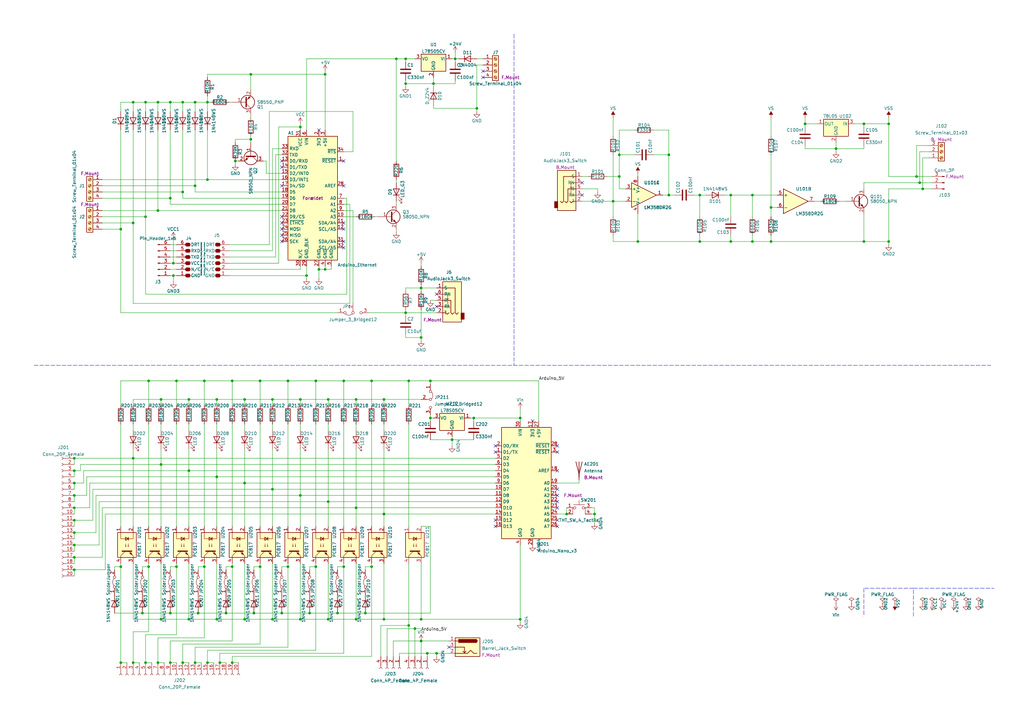
<source format=kicad_sch>
(kicad_sch (version 20211123) (generator eeschema)
  (paper "A3")
  (title_block (title "Combind projects:") (date "2022-04-05") (rev "V0.0.1") (company "El-Tek Trafikteknik I/S") (comment 1 "Energimåling, autoStart og ProgrammablePulsGenerator"))
  (junction (at 30.48 228.6))
  (junction (at 83.82 156.21))
  (junction (at 125.73 113.03))
  (junction (at 100.33 254))
  (junction (at 111.76 200.66))
  (junction (at 100.33 198.12))
  (junction (at 152.4 232.41))
  (junction (at 100.33 163.83))
  (junction (at 77.47 193.04))
  (junction (at 251.46 82.55))
  (junction (at 80.01 76.2))
  (junction (at 342.9 60.96))
  (junction (at 167.64 256.54))
  (junction (at 54.61 91.44))
  (junction (at 95.25 271.78))
  (junction (at 64.77 86.36))
  (junction (at 166.37 128.27))
  (junction (at 175.26 267.97))
  (junction (at 30.48 213.36))
  (junction (at 299.72 80.01))
  (junction (at 179.07 267.97))
  (junction (at 88.9 195.58))
  (junction (at 185.42 180.34))
  (junction (at 80.01 41.91))
  (junction (at 59.69 271.78))
  (junction (at 138.43 251.46))
  (junction (at 83.82 232.41))
  (junction (at 49.53 232.41))
  (junction (at 60.96 156.21))
  (junction (at 90.17 271.78))
  (junction (at 172.72 262.89))
  (junction (at 49.53 93.98))
  (junction (at 66.04 190.5))
  (junction (at 85.09 271.78))
  (junction (at 186.69 24.13))
  (junction (at 64.77 271.78))
  (junction (at 54.61 187.96))
  (junction (at 72.39 156.21))
  (junction (at 243.84 210.82))
  (junction (at 146.05 163.83))
  (junction (at 111.76 254))
  (junction (at 162.56 24.13))
  (junction (at 195.58 44.45))
  (junction (at 88.9 163.83))
  (junction (at 64.77 41.91))
  (junction (at 30.48 218.44))
  (junction (at 274.32 63.5))
  (junction (at 330.2 50.8))
  (junction (at 81.28 251.46))
  (junction (at 111.76 163.83))
  (junction (at 95.25 232.41))
  (junction (at 274.32 80.01))
  (junction (at 364.49 50.8))
  (junction (at 172.72 254))
  (junction (at 66.04 163.83))
  (junction (at 140.97 156.21))
  (junction (at 102.87 30.48))
  (junction (at 30.48 208.28))
  (junction (at 30.48 223.52))
  (junction (at 69.85 81.28))
  (junction (at 149.86 251.46))
  (junction (at 85.09 73.66))
  (junction (at 213.36 171.45))
  (junction (at 129.54 156.21))
  (junction (at 172.72 138.43))
  (junction (at 213.36 254))
  (junction (at 308.61 99.06))
  (junction (at 308.61 80.01))
  (junction (at 354.33 50.8))
  (junction (at 157.48 210.82))
  (junction (at 167.64 156.21))
  (junction (at 95.25 156.21))
  (junction (at 377.19 74.93))
  (junction (at 166.37 24.13))
  (junction (at 254 63.5))
  (junction (at 54.61 41.91))
  (junction (at 30.48 233.68))
  (junction (at 316.23 85.09))
  (junction (at 172.72 118.11))
  (junction (at 115.57 251.46))
  (junction (at 69.85 251.46))
  (junction (at 133.35 110.49))
  (junction (at 375.92 72.39))
  (junction (at 134.62 254))
  (junction (at 364.49 99.06))
  (junction (at 287.02 80.01))
  (junction (at 66.04 254))
  (junction (at 71.12 113.03))
  (junction (at 299.72 99.06))
  (junction (at 106.68 232.41))
  (junction (at 71.12 107.95))
  (junction (at 127 251.46))
  (junction (at 74.93 271.78))
  (junction (at 92.71 251.46))
  (junction (at 123.19 203.2))
  (junction (at 133.35 30.48))
  (junction (at 354.33 99.06))
  (junction (at 77.47 163.83))
  (junction (at 134.62 205.74))
  (junction (at 88.9 254))
  (junction (at 118.11 232.41))
  (junction (at 152.4 156.21))
  (junction (at 85.09 41.91))
  (junction (at 72.39 232.41))
  (junction (at 69.85 41.91))
  (junction (at 96.52 66.04))
  (junction (at 177.8 34.29))
  (junction (at 232.41 210.82))
  (junction (at 378.46 77.47))
  (junction (at 166.37 34.29))
  (junction (at 287.02 99.06))
  (junction (at 140.97 232.41))
  (junction (at 123.19 52.07))
  (junction (at 157.48 163.83))
  (junction (at 102.87 57.15))
  (junction (at 74.93 41.91))
  (junction (at 104.14 251.46))
  (junction (at 170.18 257.81))
  (junction (at 30.48 203.2))
  (junction (at 118.11 156.21))
  (junction (at 106.68 156.21))
  (junction (at 49.53 271.78))
  (junction (at 254 72.39))
  (junction (at 134.62 163.83))
  (junction (at 58.42 251.46))
  (junction (at 59.69 41.91))
  (junction (at 123.19 163.83))
  (junction (at 30.48 198.12))
  (junction (at 80.01 271.78))
  (junction (at 130.81 110.49))
  (junction (at 30.48 187.96))
  (junction (at 316.23 99.06))
  (junction (at 77.47 254))
  (junction (at 157.48 254))
  (junction (at 60.96 232.41))
  (junction (at 54.61 271.78))
  (junction (at 129.54 232.41))
  (junction (at 146.05 254))
  (junction (at 74.93 78.74))
  (junction (at 261.62 99.06))
  (junction (at 176.53 171.45))
  (junction (at 146.05 208.28))
  (junction (at 69.85 271.78))
  (junction (at 176.53 156.21))
  (junction (at 30.48 193.04))
  (junction (at 59.69 88.9))
  (junction (at 123.19 254))
  (junction (at 194.31 171.45))
  (no_connect (at 228.6 185.42))
  (no_connect (at 228.6 182.88))
  (no_connect (at 218.44 172.72))
  (no_connect (at 228.6 193.04))
  (no_connect (at 179.07 120.65))
  (no_connect (at 179.07 125.73))
  (no_connect (at 115.57 88.9))
  (no_connect (at 115.57 91.44))
  (no_connect (at 115.57 96.52))
  (no_connect (at 115.57 93.98))
  (no_connect (at 115.57 99.06))
  (no_connect (at 115.57 66.04))
  (no_connect (at 130.81 53.34))
  (no_connect (at 115.57 68.58))
  (no_connect (at 115.57 76.2))
  (no_connect (at 140.97 93.98))
  (no_connect (at 140.97 76.2))
  (no_connect (at 140.97 66.04))
  (no_connect (at 140.97 91.44))
  (no_connect (at 140.97 99.06))
  (no_connect (at 140.97 101.6))
  (no_connect (at 198.12 31.75))
  (no_connect (at 198.12 29.21))
  (no_connect (at 184.15 265.43))
  (no_connect (at 203.2 182.88))
  (no_connect (at 203.2 185.42))
  (no_connect (at 228.6 203.2))
  (no_connect (at 228.6 200.66))
  (no_connect (at 203.2 213.36))
  (no_connect (at 203.2 215.9))
  (no_connect (at 228.6 213.36))
  (no_connect (at 228.6 215.9))
  (no_connect (at 228.6 205.74))
  (no_connect (at 228.6 208.28))
  (no_connect (at 238.76 74.93))
  (no_connect (at 238.76 80.01))
  (wire (pts (xy 162.56 24.13) (xy 166.37 24.13)))
  (wire (pts (xy 261.62 71.12) (xy 261.62 72.39)))
  (wire (pts (xy 77.47 163.83) (xy 88.9 163.83)))
  (wire (pts (xy 167.64 256.54) (xy 156.21 256.54)))
  (wire (pts (xy 308.61 80.01) (xy 318.77 80.01)))
  (wire (pts (xy 254 72.39) (xy 254 63.5)))
  (wire (pts (xy 83.82 261.62) (xy 64.77 261.62)))
  (wire (pts (xy 74.93 81.28) (xy 74.93 78.74)))
  (wire (pts (xy 92.71 233.68) (xy 92.71 232.41)))
  (wire (pts (xy 109.22 71.12) (xy 109.22 66.04)))
  (wire (pts (xy 248.92 72.39) (xy 254 72.39)))
  (wire (pts (xy 80.01 265.43) (xy 80.01 271.78)))
  (wire (pts (xy 193.04 171.45) (xy 194.31 171.45)))
  (wire (pts (xy 287.02 96.52) (xy 287.02 99.06)))
  (wire (pts (xy 186.69 24.13) (xy 186.69 25.4)))
  (wire (pts (xy 213.36 167.64) (xy 213.36 171.45)))
  (wire (pts (xy 49.53 232.41) (xy 49.53 271.78)))
  (wire (pts (xy 41.91 86.36) (xy 64.77 86.36)))
  (wire (pts (xy 146.05 208.28) (xy 146.05 215.9)))
  (wire (pts (xy 134.62 173.99) (xy 134.62 176.53)))
  (wire (pts (xy 40.64 223.52) (xy 30.48 223.52)))
  (wire (pts (xy 185.42 180.34) (xy 194.31 180.34)))
  (wire (pts (xy 245.11 77.47) (xy 245.11 78.74)))
  (wire (pts (xy 163.83 269.24) (xy 163.83 267.97)))
  (wire (pts (xy 88.9 163.83) (xy 100.33 163.83)))
  (wire (pts (xy 166.37 24.13) (xy 170.18 24.13)))
  (wire (pts (xy 203.2 195.58) (xy 88.9 195.58)))
  (wire (pts (xy 166.37 119.38) (xy 166.37 118.11)))
  (wire (pts (xy 195.58 26.67) (xy 195.58 44.45)))
  (wire (pts (xy 83.82 156.21) (xy 95.25 156.21)))
  (wire (pts (xy 60.96 259.08) (xy 54.61 259.08)))
  (wire (pts (xy 375.92 59.69) (xy 381 59.69)))
  (wire (pts (xy 64.77 53.34) (xy 64.77 86.36)))
  (wire (pts (xy 251.46 82.55) (xy 251.46 88.9)))
  (wire (pts (xy 377.19 62.23) (xy 377.19 74.93)))
  (wire (pts (xy 71.12 113.03) (xy 71.12 115.57)))
  (wire (pts (xy 106.68 232.41) (xy 106.68 264.16)))
  (wire (pts (xy 74.93 41.91) (xy 69.85 41.91)))
  (wire (pts (xy 134.62 205.74) (xy 40.64 205.74)))
  (wire (pts (xy 77.47 193.04) (xy 34.29 193.04)))
  (wire (pts (xy 95.25 262.89) (xy 69.85 262.89)))
  (wire (pts (xy 299.72 80.01) (xy 308.61 80.01)))
  (wire (pts (xy 64.77 261.62) (xy 64.77 271.78)))
  (wire (pts (xy 58.42 233.68) (xy 58.42 232.41)))
  (wire (pts (xy 30.48 198.12) (xy 30.48 200.66)))
  (wire (pts (xy 146.05 208.28) (xy 41.91 208.28)))
  (wire (pts (xy 172.72 262.89) (xy 184.15 262.89)))
  (wire (pts (xy 162.56 93.98) (xy 162.56 95.25)))
  (wire (pts (xy 179.07 267.97) (xy 184.15 267.97)))
  (wire (pts (xy 118.11 232.41) (xy 118.11 265.43)))
  (wire (pts (xy 35.56 195.58) (xy 35.56 203.2)))
  (wire (pts (xy 364.49 50.8) (xy 364.49 72.39)))
  (wire (pts (xy 149.86 232.41) (xy 152.4 232.41)))
  (wire (pts (xy 146.05 184.15) (xy 146.05 208.28)))
  (wire (pts (xy 64.77 41.91) (xy 64.77 45.72)))
  (wire (pts (xy 194.31 171.45) (xy 194.31 172.72)))
  (wire (pts (xy 152.4 156.21) (xy 167.64 156.21)))
  (wire (pts (xy 167.64 173.99) (xy 167.64 215.9)))
  (wire (pts (xy 133.35 29.21) (xy 133.35 30.48)))
  (wire (pts (xy 111.76 163.83) (xy 123.19 163.83)))
  (wire (pts (xy 118.11 173.99) (xy 118.11 215.9)))
  (wire (pts (xy 175.26 267.97) (xy 179.07 267.97)))
  (wire (pts (xy 330.2 60.96) (xy 342.9 60.96)))
  (wire (pts (xy 308.61 99.06) (xy 316.23 99.06)))
  (wire (pts (xy 69.85 262.89) (xy 69.85 271.78)))
  (wire (pts (xy 213.36 223.52) (xy 213.36 254)))
  (wire (pts (xy 143.51 124.46) (xy 54.61 124.46)))
  (wire (pts (xy 66.04 184.15) (xy 66.04 190.5)))
  (wire (pts (xy 177.8 43.18) (xy 177.8 44.45)))
  (wire (pts (xy 133.35 109.22) (xy 133.35 110.49)))
  (wire (pts (xy 140.97 156.21) (xy 140.97 166.37)))
  (wire (pts (xy 179.07 267.97) (xy 179.07 269.24)))
  (wire (pts (xy 157.48 173.99) (xy 157.48 176.53)))
  (wire (pts (xy 157.48 254) (xy 172.72 254)))
  (wire (pts (xy 354.33 74.93) (xy 354.33 77.47)))
  (wire (pts (xy 166.37 138.43) (xy 172.72 138.43)))
  (wire (pts (xy 102.87 30.48) (xy 102.87 36.83)))
  (wire (pts (xy 49.53 271.78) (xy 52.07 271.78)))
  (wire (pts (xy 85.09 39.37) (xy 85.09 41.91)))
  (wire (pts (xy 95.25 173.99) (xy 95.25 215.9)))
  (wire (pts (xy 152.4 231.14) (xy 152.4 232.41)))
  (wire (pts (xy 135.89 109.22) (xy 135.89 110.49)))
  (wire (pts (xy 157.48 184.15) (xy 157.48 210.82)))
  (wire (pts (xy 203.2 198.12) (xy 100.33 198.12)))
  (wire (pts (xy 83.82 232.41) (xy 83.82 261.62)))
  (wire (pts (xy 69.85 53.34) (xy 69.85 81.28)))
  (wire (pts (xy 172.72 138.43) (xy 172.72 139.7)))
  (wire (pts (xy 198.12 26.67) (xy 195.58 26.67)))
  (wire (pts (xy 95.25 231.14) (xy 95.25 232.41)))
  (wire (pts (xy 41.91 76.2) (xy 80.01 76.2)))
  (wire (pts (xy 69.85 232.41) (xy 72.39 232.41)))
  (polyline (pts (xy 354.33 241.3) (xy 354.33 252.73)))
  (wire (pts (xy 354.33 60.96) (xy 342.9 60.96)))
  (wire (pts (xy 166.37 34.29) (xy 166.37 35.56)))
  (wire (pts (xy 152.4 232.41) (xy 152.4 269.24)))
  (wire (pts (xy 85.09 30.48) (xy 102.87 30.48)))
  (wire (pts (xy 123.19 203.2) (xy 39.37 203.2)))
  (wire (pts (xy 161.29 262.89) (xy 161.29 269.24)))
  (wire (pts (xy 177.8 35.56) (xy 177.8 34.29)))
  (wire (pts (xy 287.02 80.01) (xy 289.56 80.01)))
  (wire (pts (xy 77.47 231.14) (xy 77.47 254)))
  (wire (pts (xy 375.92 72.39) (xy 375.92 59.69)))
  (wire (pts (xy 167.64 156.21) (xy 176.53 156.21)))
  (wire (pts (xy 100.33 184.15) (xy 100.33 198.12)))
  (wire (pts (xy 72.39 260.35) (xy 59.69 260.35)))
  (wire (pts (xy 144.78 45.72) (xy 144.78 62.23)))
  (wire (pts (xy 66.04 173.99) (xy 66.04 176.53)))
  (wire (pts (xy 158.75 257.81) (xy 170.18 257.81)))
  (wire (pts (xy 316.23 99.06) (xy 354.33 99.06)))
  (wire (pts (xy 81.28 251.46) (xy 92.71 251.46)))
  (wire (pts (xy 71.12 107.95) (xy 72.39 107.95)))
  (wire (pts (xy 93.98 105.41) (xy 113.03 105.41)))
  (wire (pts (xy 111.76 200.66) (xy 203.2 200.66)))
  (wire (pts (xy 195.58 44.45) (xy 195.58 45.72)))
  (wire (pts (xy 30.48 187.96) (xy 30.48 190.5)))
  (wire (pts (xy 35.56 203.2) (xy 30.48 203.2)))
  (wire (pts (xy 134.62 163.83) (xy 134.62 166.37)))
  (wire (pts (xy 77.47 173.99) (xy 77.47 176.53)))
  (wire (pts (xy 299.72 99.06) (xy 308.61 99.06)))
  (wire (pts (xy 140.97 173.99) (xy 140.97 215.9)))
  (wire (pts (xy 135.89 110.49) (xy 133.35 110.49)))
  (wire (pts (xy 104.14 233.68) (xy 104.14 232.41)))
  (wire (pts (xy 256.54 77.47) (xy 254 77.47)))
  (wire (pts (xy 172.72 116.84) (xy 172.72 118.11)))
  (wire (pts (xy 59.69 271.78) (xy 62.23 271.78)))
  (wire (pts (xy 243.84 210.82) (xy 243.84 214.63)))
  (wire (pts (xy 156.21 256.54) (xy 156.21 269.24)))
  (wire (pts (xy 129.54 173.99) (xy 129.54 215.9)))
  (wire (pts (xy 172.72 231.14) (xy 172.72 254)))
  (wire (pts (xy 146.05 173.99) (xy 146.05 176.53)))
  (wire (pts (xy 41.91 91.44) (xy 54.61 91.44)))
  (wire (pts (xy 80.01 41.91) (xy 80.01 45.72)))
  (wire (pts (xy 213.36 171.45) (xy 213.36 172.72)))
  (wire (pts (xy 138.43 232.41) (xy 140.97 232.41)))
  (wire (pts (xy 71.12 97.79) (xy 71.12 107.95)))
  (wire (pts (xy 49.53 166.37) (xy 49.53 156.21)))
  (wire (pts (xy 157.48 210.82) (xy 157.48 215.9)))
  (wire (pts (xy 83.82 156.21) (xy 83.82 166.37)))
  (wire (pts (xy 153.67 88.9) (xy 154.94 88.9)))
  (wire (pts (xy 33.02 193.04) (xy 30.48 193.04)))
  (wire (pts (xy 166.37 127) (xy 166.37 128.27)))
  (wire (pts (xy 194.31 171.45) (xy 213.36 171.45)))
  (wire (pts (xy 30.48 203.2) (xy 30.48 205.74)))
  (wire (pts (xy 102.87 30.48) (xy 133.35 30.48)))
  (wire (pts (xy 41.91 93.98) (xy 49.53 93.98)))
  (wire (pts (xy 93.98 107.95) (xy 114.3 107.95)))
  (wire (pts (xy 129.54 231.14) (xy 129.54 232.41)))
  (wire (pts (xy 251.46 99.06) (xy 261.62 99.06)))
  (wire (pts (xy 127 251.46) (xy 138.43 251.46)))
  (wire (pts (xy 85.09 266.7) (xy 85.09 271.78)))
  (wire (pts (xy 85.09 271.78) (xy 87.63 271.78)))
  (wire (pts (xy 378.46 77.47) (xy 382.27 77.47)))
  (wire (pts (xy 125.73 113.03) (xy 125.73 114.3)))
  (wire (pts (xy 100.33 163.83) (xy 100.33 166.37)))
  (wire (pts (xy 88.9 173.99) (xy 88.9 176.53)))
  (wire (pts (xy 38.1 200.66) (xy 38.1 213.36)))
  (wire (pts (xy 123.19 203.2) (xy 123.19 215.9)))
  (wire (pts (xy 261.62 87.63) (xy 261.62 99.06)))
  (wire (pts (xy 41.91 78.74) (xy 74.93 78.74)))
  (wire (pts (xy 129.54 232.41) (xy 129.54 266.7)))
  (wire (pts (xy 284.48 80.01) (xy 287.02 80.01)))
  (wire (pts (xy 46.99 251.46) (xy 58.42 251.46)))
  (wire (pts (xy 59.69 41.91) (xy 59.69 45.72)))
  (wire (pts (xy 88.9 254) (xy 100.33 254)))
  (wire (pts (xy 133.35 110.49) (xy 130.81 110.49)))
  (wire (pts (xy 195.58 24.13) (xy 198.12 24.13)))
  (wire (pts (xy 123.19 184.15) (xy 123.19 203.2)))
  (wire (pts (xy 146.05 163.83) (xy 157.48 163.83)))
  (wire (pts (xy 69.85 41.91) (xy 69.85 45.72)))
  (wire (pts (xy 77.47 254) (xy 88.9 254)))
  (wire (pts (xy 254 77.47) (xy 254 72.39)))
  (wire (pts (xy 176.53 123.19) (xy 179.07 123.19)))
  (wire (pts (xy 49.53 53.34) (xy 49.53 93.98)))
  (wire (pts (xy 254 63.5) (xy 254 53.34)))
  (wire (pts (xy 123.19 50.8) (xy 123.19 52.07)))
  (wire (pts (xy 92.71 232.41) (xy 95.25 232.41)))
  (wire (pts (xy 77.47 193.04) (xy 77.47 215.9)))
  (wire (pts (xy 166.37 33.02) (xy 166.37 34.29)))
  (wire (pts (xy 152.4 156.21) (xy 152.4 166.37)))
  (wire (pts (xy 316.23 48.26) (xy 316.23 55.88)))
  (wire (pts (xy 33.02 190.5) (xy 33.02 193.04)))
  (wire (pts (xy 40.64 205.74) (xy 40.64 223.52)))
  (wire (pts (xy 144.78 86.36) (xy 144.78 124.46)))
  (wire (pts (xy 134.62 163.83) (xy 146.05 163.83)))
  (wire (pts (xy 100.33 173.99) (xy 100.33 176.53)))
  (wire (pts (xy 127 233.68) (xy 127 232.41)))
  (wire (pts (xy 243.84 210.82) (xy 242.57 210.82)))
  (wire (pts (xy 106.68 231.14) (xy 106.68 232.41)))
  (wire (pts (xy 66.04 163.83) (xy 66.04 166.37)))
  (wire (pts (xy 167.64 156.21) (xy 167.64 166.37)))
  (wire (pts (xy 130.81 109.22) (xy 130.81 110.49)))
  (polyline (pts (xy 374.65 241.3) (xy 354.33 241.3)))
  (wire (pts (xy 138.43 233.68) (xy 138.43 232.41)))
  (wire (pts (xy 161.29 262.89) (xy 172.72 262.89)))
  (wire (pts (xy 261.62 99.06) (xy 287.02 99.06)))
  (wire (pts (xy 100.33 163.83) (xy 111.76 163.83)))
  (wire (pts (xy 60.96 156.21) (xy 60.96 166.37)))
  (wire (pts (xy 170.18 257.81) (xy 172.72 257.81)))
  (wire (pts (xy 142.24 81.28) (xy 142.24 120.65)))
  (wire (pts (xy 123.19 231.14) (xy 123.19 254)))
  (wire (pts (xy 95.25 156.21) (xy 95.25 166.37)))
  (wire (pts (xy 151.13 128.27) (xy 166.37 128.27)))
  (wire (pts (xy 133.35 30.48) (xy 133.35 53.34)))
  (wire (pts (xy 297.18 80.01) (xy 299.72 80.01)))
  (wire (pts (xy 115.57 232.41) (xy 118.11 232.41)))
  (wire (pts (xy 342.9 60.96) (xy 342.9 62.23)))
  (wire (pts (xy 162.56 24.13) (xy 162.56 66.04)))
  (wire (pts (xy 220.98 172.72) (xy 220.98 156.21)))
  (wire (pts (xy 54.61 271.78) (xy 57.15 271.78)))
  (wire (pts (xy 77.47 163.83) (xy 77.47 166.37)))
  (wire (pts (xy 330.2 48.26) (xy 330.2 50.8)))
  (wire (pts (xy 69.85 105.41) (xy 72.39 105.41)))
  (wire (pts (xy 274.32 63.5) (xy 274.32 80.01)))
  (wire (pts (xy 30.48 233.68) (xy 30.48 236.22)))
  (wire (pts (xy 175.26 267.97) (xy 175.26 269.24)))
  (wire (pts (xy 110.49 100.33) (xy 110.49 45.72)))
  (wire (pts (xy 80.01 76.2) (xy 80.01 78.74)))
  (wire (pts (xy 377.19 74.93) (xy 354.33 74.93)))
  (wire (pts (xy 106.68 156.21) (xy 106.68 166.37)))
  (wire (pts (xy 375.92 72.39) (xy 382.27 72.39)))
  (wire (pts (xy 140.97 88.9) (xy 146.05 88.9)))
  (wire (pts (xy 237.49 198.12) (xy 237.49 196.85)))
  (wire (pts (xy 176.53 171.45) (xy 176.53 172.72)))
  (wire (pts (xy 330.2 59.69) (xy 330.2 60.96)))
  (wire (pts (xy 95.25 232.41) (xy 95.25 262.89)))
  (wire (pts (xy 81.28 232.41) (xy 83.82 232.41)))
  (wire (pts (xy 330.2 50.8) (xy 330.2 52.07)))
  (wire (pts (xy 158.75 257.81) (xy 158.75 269.24)))
  (wire (pts (xy 74.93 264.16) (xy 74.93 271.78)))
  (wire (pts (xy 334.01 82.55) (xy 336.55 82.55)))
  (wire (pts (xy 125.73 24.13) (xy 162.56 24.13)))
  (wire (pts (xy 60.96 231.14) (xy 60.96 232.41)))
  (wire (pts (xy 134.62 231.14) (xy 134.62 254)))
  (wire (pts (xy 46.99 233.68) (xy 46.99 232.41)))
  (wire (pts (xy 299.72 96.52) (xy 299.72 99.06)))
  (wire (pts (xy 176.53 251.46) (xy 176.53 215.9)))
  (wire (pts (xy 107.95 66.04) (xy 109.22 66.04)))
  (wire (pts (xy 134.62 254) (xy 146.05 254)))
  (wire (pts (xy 203.2 190.5) (xy 66.04 190.5)))
  (wire (pts (xy 54.61 41.91) (xy 54.61 45.72)))
  (wire (pts (xy 354.33 59.69) (xy 354.33 60.96)))
  (wire (pts (xy 381 64.77) (xy 378.46 64.77)))
  (wire (pts (xy 88.9 195.58) (xy 88.9 215.9)))
  (wire (pts (xy 49.53 41.91) (xy 49.53 45.72)))
  (wire (pts (xy 162.56 82.55) (xy 162.56 83.82)))
  (polyline (pts (xy 374.65 241.3) (xy 407.67 241.3)))
  (wire (pts (xy 185.42 180.34) (xy 185.42 182.88)))
  (wire (pts (xy 43.18 233.68) (xy 30.48 233.68)))
  (wire (pts (xy 123.19 254) (xy 134.62 254)))
  (wire (pts (xy 232.41 208.28) (xy 232.41 210.82)))
  (wire (pts (xy 66.04 163.83) (xy 77.47 163.83)))
  (wire (pts (xy 64.77 41.91) (xy 59.69 41.91)))
  (wire (pts (xy 203.2 203.2) (xy 123.19 203.2)))
  (polyline (pts (xy 374.65 252.73) (xy 374.65 241.3)))
  (wire (pts (xy 104.14 251.46) (xy 115.57 251.46)))
  (wire (pts (xy 123.19 163.83) (xy 134.62 163.83)))
  (wire (pts (xy 115.57 71.12) (xy 109.22 71.12)))
  (wire (pts (xy 140.97 231.14) (xy 140.97 232.41)))
  (wire (pts (xy 54.61 163.83) (xy 66.04 163.83)))
  (wire (pts (xy 93.98 41.91) (xy 95.25 41.91)))
  (wire (pts (xy 287.02 80.01) (xy 287.02 88.9)))
  (wire (pts (xy 86.36 41.91) (xy 85.09 41.91)))
  (wire (pts (xy 95.25 271.78) (xy 97.79 271.78)))
  (wire (pts (xy 66.04 190.5) (xy 66.04 215.9)))
  (wire (pts (xy 377.19 74.93) (xy 382.27 74.93)))
  (wire (pts (xy 106.68 156.21) (xy 118.11 156.21)))
  (wire (pts (xy 111.76 60.96) (xy 115.57 60.96)))
  (wire (pts (xy 157.48 210.82) (xy 43.18 210.82)))
  (wire (pts (xy 254 63.5) (xy 260.35 63.5)))
  (wire (pts (xy 59.69 88.9) (xy 59.69 120.65)))
  (wire (pts (xy 238.76 72.39) (xy 241.3 72.39)))
  (wire (pts (xy 30.48 223.52) (xy 30.48 226.06)))
  (wire (pts (xy 72.39 173.99) (xy 72.39 215.9)))
  (wire (pts (xy 58.42 251.46) (xy 69.85 251.46)))
  (wire (pts (xy 49.53 93.98) (xy 49.53 128.27)))
  (wire (pts (xy 172.72 127) (xy 172.72 138.43)))
  (wire (pts (xy 166.37 128.27) (xy 166.37 129.54)))
  (wire (pts (xy 36.83 208.28) (xy 30.48 208.28)))
  (wire (pts (xy 129.54 156.21) (xy 129.54 166.37)))
  (wire (pts (xy 54.61 41.91) (xy 49.53 41.91)))
  (wire (pts (xy 274.32 53.34) (xy 274.32 63.5)))
  (wire (pts (xy 129.54 266.7) (xy 85.09 266.7)))
  (wire (pts (xy 100.33 198.12) (xy 36.83 198.12)))
  (wire (pts (xy 54.61 173.99) (xy 54.61 176.53)))
  (wire (pts (xy 30.48 213.36) (xy 30.48 215.9)))
  (wire (pts (xy 54.61 53.34) (xy 54.61 91.44)))
  (wire (pts (xy 41.91 88.9) (xy 59.69 88.9)))
  (wire (pts (xy 149.86 233.68) (xy 149.86 232.41)))
  (wire (pts (xy 166.37 128.27) (xy 179.07 128.27)))
  (wire (pts (xy 243.84 208.28) (xy 243.84 210.82)))
  (wire (pts (xy 102.87 57.15) (xy 102.87 58.42)))
  (wire (pts (xy 66.04 190.5) (xy 33.02 190.5)))
  (wire (pts (xy 69.85 271.78) (xy 72.39 271.78)))
  (wire (pts (xy 36.83 198.12) (xy 36.83 208.28)))
  (wire (pts (xy 114.3 107.95) (xy 114.3 52.07)))
  (wire (pts (xy 41.91 228.6) (xy 30.48 228.6)))
  (wire (pts (xy 140.97 86.36) (xy 144.78 86.36)))
  (wire (pts (xy 238.76 82.55) (xy 251.46 82.55)))
  (wire (pts (xy 111.76 102.87) (xy 111.76 60.96)))
  (wire (pts (xy 100.33 254) (xy 111.76 254)))
  (wire (pts (xy 49.53 173.99) (xy 49.53 215.9)))
  (wire (pts (xy 177.8 31.75) (xy 177.8 34.29)))
  (wire (pts (xy 74.93 271.78) (xy 77.47 271.78)))
  (wire (pts (xy 242.57 208.28) (xy 243.84 208.28)))
  (wire (pts (xy 59.69 41.91) (xy 54.61 41.91)))
  (wire (pts (xy 113.03 105.41) (xy 113.03 63.5)))
  (wire (pts (xy 77.47 184.15) (xy 77.47 193.04)))
  (wire (pts (xy 69.85 102.87) (xy 72.39 102.87)))
  (wire (pts (xy 88.9 163.83) (xy 88.9 166.37)))
  (wire (pts (xy 85.09 31.75) (xy 85.09 30.48)))
  (wire (pts (xy 157.48 163.83) (xy 172.72 163.83)))
  (wire (pts (xy 267.97 53.34) (xy 274.32 53.34)))
  (wire (pts (xy 93.98 113.03) (xy 125.73 113.03)))
  (wire (pts (xy 88.9 195.58) (xy 35.56 195.58)))
  (wire (pts (xy 69.85 113.03) (xy 71.12 113.03)))
  (wire (pts (xy 129.54 156.21) (xy 140.97 156.21)))
  (wire (pts (xy 80.01 271.78) (xy 82.55 271.78)))
  (wire (pts (xy 72.39 231.14) (xy 72.39 232.41)))
  (wire (pts (xy 163.83 267.97) (xy 175.26 267.97)))
  (wire (pts (xy 166.37 34.29) (xy 177.8 34.29)))
  (wire (pts (xy 95.25 269.24) (xy 95.25 271.78)))
  (wire (pts (xy 118.11 156.21) (xy 129.54 156.21)))
  (wire (pts (xy 115.57 251.46) (xy 127 251.46)))
  (wire (pts (xy 152.4 269.24) (xy 95.25 269.24)))
  (wire (pts (xy 100.33 198.12) (xy 100.33 215.9)))
  (wire (pts (xy 123.19 173.99) (xy 123.19 176.53)))
  (wire (pts (xy 72.39 156.21) (xy 83.82 156.21)))
  (wire (pts (xy 364.49 99.06) (xy 364.49 100.33)))
  (wire (pts (xy 39.37 203.2) (xy 39.37 218.44)))
  (wire (pts (xy 172.72 107.95) (xy 172.72 109.22)))
  (wire (pts (xy 274.32 80.01) (xy 276.86 80.01)))
  (wire (pts (xy 364.49 99.06) (xy 364.49 77.47)))
  (wire (pts (xy 96.52 66.04) (xy 96.52 67.31)))
  (wire (pts (xy 115.57 81.28) (xy 74.93 81.28)))
  (wire (pts (xy 140.97 232.41) (xy 140.97 267.97)))
  (wire (pts (xy 111.76 200.66) (xy 38.1 200.66)))
  (wire (pts (xy 118.11 231.14) (xy 118.11 232.41)))
  (wire (pts (xy 80.01 53.34) (xy 80.01 76.2)))
  (wire (pts (xy 58.42 232.41) (xy 60.96 232.41)))
  (wire (pts (xy 176.53 156.21) (xy 176.53 157.48)))
  (wire (pts (xy 203.2 193.04) (xy 77.47 193.04)))
  (wire (pts (xy 102.87 55.88) (xy 102.87 57.15)))
  (polyline (pts (xy 13.97 149.86) (xy 406.4 149.86)))
  (wire (pts (xy 378.46 64.77) (xy 378.46 77.47)))
  (wire (pts (xy 140.97 83.82) (xy 143.51 83.82)))
  (wire (pts (xy 203.2 210.82) (xy 157.48 210.82)))
  (wire (pts (xy 72.39 232.41) (xy 72.39 260.35)))
  (wire (pts (xy 251.46 63.5) (xy 251.46 82.55)))
  (wire (pts (xy 308.61 80.01) (xy 308.61 88.9)))
  (wire (pts (xy 71.12 113.03) (xy 72.39 113.03)))
  (wire (pts (xy 350.52 50.8) (xy 354.33 50.8)))
  (wire (pts (xy 54.61 254) (xy 66.04 254)))
  (wire (pts (xy 146.05 254) (xy 157.48 254)))
  (wire (pts (xy 81.28 233.68) (xy 81.28 232.41)))
  (wire (pts (xy 113.03 63.5) (xy 115.57 63.5)))
  (wire (pts (xy 299.72 80.01) (xy 299.72 88.9)))
  (wire (pts (xy 95.25 156.21) (xy 106.68 156.21)))
  (wire (pts (xy 49.53 231.14) (xy 49.53 232.41)))
  (wire (pts (xy 106.68 173.99) (xy 106.68 215.9)))
  (wire (pts (xy 69.85 100.33) (xy 72.39 100.33)))
  (wire (pts (xy 146.05 231.14) (xy 146.05 254)))
  (wire (pts (xy 60.96 173.99) (xy 60.96 215.9)))
  (wire (pts (xy 354.33 50.8) (xy 354.33 52.07)))
  (wire (pts (xy 146.05 163.83) (xy 146.05 166.37)))
  (wire (pts (xy 267.97 63.5) (xy 274.32 63.5)))
  (wire (pts (xy 30.48 208.28) (xy 30.48 210.82)))
  (wire (pts (xy 111.76 173.99) (xy 111.76 176.53)))
  (wire (pts (xy 93.98 100.33) (xy 110.49 100.33)))
  (wire (pts (xy 111.76 254) (xy 123.19 254)))
  (wire (pts (xy 111.76 184.15) (xy 111.76 200.66)))
  (wire (pts (xy 30.48 228.6) (xy 30.48 231.14)))
  (wire (pts (xy 354.33 87.63) (xy 354.33 99.06)))
  (wire (pts (xy 318.77 85.09) (xy 316.23 85.09)))
  (wire (pts (xy 166.37 24.13) (xy 166.37 25.4)))
  (wire (pts (xy 316.23 85.09) (xy 316.23 88.9)))
  (wire (pts (xy 54.61 187.96) (xy 54.61 215.9)))
  (wire (pts (xy 123.19 109.22) (xy 123.19 110.49)))
  (wire (pts (xy 167.64 231.14) (xy 167.64 256.54)))
  (wire (pts (xy 118.11 265.43) (xy 80.01 265.43)))
  (wire (pts (xy 60.96 232.41) (xy 60.96 259.08)))
  (wire (pts (xy 149.86 251.46) (xy 176.53 251.46)))
  (wire (pts (xy 157.48 163.83) (xy 157.48 166.37)))
  (wire (pts (xy 85.09 73.66) (xy 115.57 73.66)))
  (wire (pts (xy 172.72 262.89) (xy 172.72 269.24)))
  (wire (pts (xy 330.2 50.8) (xy 335.28 50.8)))
  (wire (pts (xy 80.01 78.74) (xy 115.57 78.74)))
  (wire (pts (xy 96.52 66.04) (xy 97.79 66.04)))
  (wire (pts (xy 92.71 251.46) (xy 104.14 251.46)))
  (wire (pts (xy 152.4 173.99) (xy 152.4 215.9)))
  (wire (pts (xy 308.61 96.52) (xy 308.61 99.06)))
  (wire (pts (xy 34.29 193.04) (xy 34.29 198.12)))
  (wire (pts (xy 110.49 45.72) (xy 144.78 45.72)))
  (wire (pts (xy 143.51 83.82) (xy 143.51 124.46)))
  (wire (pts (xy 111.76 231.14) (xy 111.76 254)))
  (wire (pts (xy 69.85 83.82) (xy 115.57 83.82)))
  (wire (pts (xy 186.69 33.02) (xy 186.69 34.29)))
  (wire (pts (xy 228.6 198.12) (xy 237.49 198.12)))
  (wire (pts (xy 166.37 137.16) (xy 166.37 138.43)))
  (wire (pts (xy 72.39 156.21) (xy 72.39 166.37)))
  (wire (pts (xy 54.61 259.08) (xy 54.61 271.78)))
  (wire (pts (xy 69.85 251.46) (xy 81.28 251.46)))
  (wire (pts (xy 118.11 156.21) (xy 118.11 166.37)))
  (wire (pts (xy 185.42 179.07) (xy 185.42 180.34)))
  (wire (pts (xy 354.33 99.06) (xy 364.49 99.06)))
  (wire (pts (xy 114.3 52.07) (xy 123.19 52.07)))
  (wire (pts (xy 115.57 86.36) (xy 64.77 86.36)))
  (wire (pts (xy 30.48 187.96) (xy 54.61 187.96)))
  (wire (pts (xy 69.85 41.91) (xy 64.77 41.91)))
  (wire (pts (xy 66.04 254) (xy 77.47 254)))
  (wire (pts (xy 38.1 213.36) (xy 30.48 213.36)))
  (wire (pts (xy 69.85 233.68) (xy 69.85 232.41)))
  (wire (pts (xy 176.53 171.45) (xy 177.8 171.45)))
  (wire (pts (xy 41.91 208.28) (xy 41.91 228.6)))
  (wire (pts (xy 111.76 200.66) (xy 111.76 215.9)))
  (wire (pts (xy 176.53 180.34) (xy 185.42 180.34)))
  (wire (pts (xy 364.49 48.26) (xy 364.49 50.8)))
  (wire (pts (xy 88.9 231.14) (xy 88.9 254)))
  (wire (pts (xy 54.61 231.14) (xy 54.61 254)))
  (wire (pts (xy 140.97 267.97) (xy 90.17 267.97)))
  (wire (pts (xy 96.52 57.15) (xy 102.87 57.15)))
  (wire (pts (xy 59.69 53.34) (xy 59.69 88.9)))
  (wire (pts (xy 30.48 218.44) (xy 30.48 220.98)))
  (wire (pts (xy 90.17 267.97) (xy 90.17 271.78)))
  (wire (pts (xy 177.8 44.45) (xy 195.58 44.45)))
  (wire (pts (xy 316.23 63.5) (xy 316.23 85.09)))
  (wire (pts (xy 96.52 58.42) (xy 96.52 57.15)))
  (wire (pts (xy 364.49 77.47) (xy 378.46 77.47)))
  (wire (pts (xy 138.43 251.46) (xy 149.86 251.46)))
  (wire (pts (xy 344.17 82.55) (xy 346.71 82.55)))
  (wire (pts (xy 100.33 231.14) (xy 100.33 254)))
  (wire (pts (xy 342.9 58.42) (xy 342.9 60.96)))
  (wire (pts (xy 177.8 34.29) (xy 186.69 34.29)))
  (wire (pts (xy 41.91 73.66) (xy 85.09 73.66)))
  (wire (pts (xy 186.69 24.13) (xy 187.96 24.13)))
  (wire (pts (xy 167.64 256.54) (xy 167.64 269.24)))
  (wire (pts (xy 74.93 41.91) (xy 74.93 45.72)))
  (wire (pts (xy 316.23 96.52) (xy 316.23 99.06)))
  (wire (pts (xy 102.87 46.99) (xy 102.87 48.26)))
  (wire (pts (xy 123.19 52.07) (xy 123.19 53.34)))
  (wire (pts (xy 130.81 110.49) (xy 130.81 114.3)))
  (wire (pts (xy 69.85 107.95) (xy 71.12 107.95)))
  (wire (pts (xy 203.2 205.74) (xy 134.62 205.74)))
  (wire (pts (xy 80.01 41.91) (xy 74.93 41.91)))
  (wire (pts (xy 90.17 271.78) (xy 92.71 271.78)))
  (wire (pts (xy 83.82 231.14) (xy 83.82 232.41)))
  (wire (pts (xy 185.42 24.13) (xy 186.69 24.13)))
  (wire (pts (xy 157.48 231.14) (xy 157.48 254)))
  (wire (pts (xy 176.53 156.21) (xy 220.98 156.21)))
  (wire (pts (xy 228.6 210.82) (xy 232.41 210.82)))
  (wire (pts (xy 85.09 41.91) (xy 85.09 45.72)))
  (wire (pts (xy 69.85 81.28) (xy 69.85 83.82)))
  (wire (pts (xy 140.97 156.21) (xy 152.4 156.21)))
  (wire (pts (xy 176.53 170.18) (xy 176.53 171.45)))
  (wire (pts (xy 83.82 173.99) (xy 83.82 215.9)))
  (wire (pts (xy 213.36 254) (xy 213.36 255.27)))
  (wire (pts (xy 115.57 233.68) (xy 115.57 232.41)))
  (wire (pts (xy 41.91 81.28) (xy 69.85 81.28)))
  (wire (pts (xy 251.46 48.26) (xy 251.46 55.88)))
  (wire (pts (xy 176.53 215.9) (xy 172.72 215.9)))
  (wire (pts (xy 381 62.23) (xy 377.19 62.23)))
  (wire (pts (xy 54.61 187.96) (xy 203.2 187.96)))
  (wire (pts (xy 172.72 254) (xy 213.36 254)))
  (wire (pts (xy 104.14 232.41) (xy 106.68 232.41)))
  (wire (pts (xy 66.04 231.14) (xy 66.04 254)))
  (wire (pts (xy 85.09 41.91) (xy 80.01 41.91)))
  (wire (pts (xy 93.98 102.87) (xy 111.76 102.87)))
  (wire (pts (xy 46.99 232.41) (xy 49.53 232.41)))
  (wire (pts (xy 54.61 91.44) (xy 54.61 124.46)))
  (wire (pts (xy 49.53 128.27) (xy 138.43 128.27)))
  (wire (pts (xy 54.61 184.15) (xy 54.61 187.96)))
  (wire (pts (xy 69.85 110.49) (xy 72.39 110.49)))
  (wire (pts (xy 354.33 50.8) (xy 364.49 50.8)))
  (wire (pts (xy 49.53 156.21) (xy 60.96 156.21)))
  (wire (pts (xy 186.69 21.59) (xy 186.69 24.13)))
  (wire (pts (xy 203.2 208.28) (xy 146.05 208.28)))
  (wire (pts (xy 254 53.34) (xy 260.35 53.34)))
  (wire (pts (xy 106.68 264.16) (xy 74.93 264.16)))
  (wire (pts (xy 64.77 271.78) (xy 67.31 271.78)))
  (wire (pts (xy 142.24 120.65) (xy 59.69 120.65)))
  (wire (pts (xy 30.48 193.04) (xy 30.48 195.58)))
  (wire (pts (xy 34.29 198.12) (xy 30.48 198.12)))
  (wire (pts (xy 111.76 163.83) (xy 111.76 166.37)))
  (wire (pts (xy 364.49 72.39) (xy 375.92 72.39)))
  (wire (pts (xy 43.18 210.82) (xy 43.18 233.68)))
  (wire (pts (xy 125.73 113.03) (xy 125.73 109.22)))
  (wire (pts (xy 238.76 77.47) (xy 245.11 77.47)))
  (wire (pts (xy 170.18 257.81) (xy 170.18 269.24)))
  (wire (pts (xy 274.32 80.01) (xy 271.78 80.01)))
  (wire (pts (xy 140.97 81.28) (xy 142.24 81.28)))
  (wire (pts (xy 144.78 62.23) (xy 140.97 62.23)))
  (wire (pts (xy 74.93 53.34) (xy 74.93 78.74)))
  (wire (pts (xy 162.56 73.66) (xy 162.56 74.93)))
  (wire (pts (xy 123.19 163.83) (xy 123.19 166.37)))
  (wire (pts (xy 60.96 156.21) (xy 72.39 156.21)))
  (wire (pts (xy 251.46 96.52) (xy 251.46 99.06)))
  (wire (pts (xy 134.62 205.74) (xy 134.62 215.9)))
  (wire (pts (xy 172.72 118.11) (xy 179.07 118.11)))
  (wire (pts (xy 287.02 99.06) (xy 299.72 99.06)))
  (wire (pts (xy 125.73 53.34) (xy 125.73 24.13)))
  (wire (pts (xy 166.37 118.11) (xy 172.72 118.11)))
  (polyline (pts (xy 210.82 13.97) (xy 210.82 149.86)))
  (wire (pts (xy 85.09 53.34) (xy 85.09 73.66)))
  (wire (pts (xy 93.98 110.49) (xy 123.19 110.49)))
  (wire (pts (xy 88.9 184.15) (xy 88.9 195.58)))
  (wire (pts (xy 39.37 218.44) (xy 30.48 218.44)))
  (wire (pts (xy 127 232.41) (xy 129.54 232.41)))
  (wire (pts (xy 59.69 260.35) (xy 59.69 271.78)))
  (wire (pts (xy 134.62 184.15) (xy 134.62 205.74)))
  (wire (pts (xy 172.72 118.11) (xy 172.72 119.38)))
  (wire (pts (xy 251.46 82.55) (xy 256.54 82.55)))
  (wire (pts (xy 54.61 166.37) (xy 54.61 163.83)))
  (label "Arduino_5V" (at 220.98 156.21 0))
  (label "Arduino_5V" (at 172.72 259.08 0))
  (symbol (lib_id "Local_Transistor_BJT_Library:S8550_PNP") (at 100.33 41.91 0) (mirror x) (unit 1)
    (property "Reference" "Q1" (at 105.41 43.815 0) (effects (justify left)))
    (property "Value" "S8550_PNP" (at 105.41 41.91 0) (effects (justify left)))
    (property "Footprint" "Package_TO_SOT_SMD:SOT-23" (effects hide))
    (property "Datasheet" "https://datasheet.lcsc.com/lcsc/1810010612_Changjiang-Electronics-Tech--CJ-S8550_C105432.pdf" (effects hide))
    (property "Description" "25V 300mW 500mA 120@50mA,1V 150MHz 600mV@500mA,50mA PNP +150℃@(Tj) SOT-23(SOT-23-3) Bipolar Transistors - BJT ROHS" (effects hide))
    (property "LibPart" "Local_Transistor_BJT_Library:S8550_PNP" (effects hide))
    (property "JLCBCB Part" "https://jlcpcb.com/parts/componentSearch?isFirstLevel=true&firstName=Transistors" (effects hide))
    (property "JLCPCB Part #" "C105432" (effects hide))
    (property "JLCPCB Basic or Extended" "Basic Part" (effects hide))
    (property "Manufacturer" "Changjiang Electronics Tech (CJ)" (effects hide))
    (property "MFR. Part #" "S8550" (effects hide))
    (property "Category" "Transistors" (effects hide))
    (property "Famely" "Bipolar Transistors - Bjt " (effects hide))
    (property "Excluded from BOM" "NO" (effects hide))
  )
  (symbol (lib_id "Local_Device_Library:R390") (at 60.96 170.18 0) (unit 1)
    (property "Reference" "R203" (at 60.96 166.37 0) (effects (justify left)))
    (property "Value" "R390" (at 60.96 172.72 90) (effects (justify left)))
    (property "Footprint" "Resistor_SMD:R_0603_1608Metric" (effects hide))
    (property "Datasheet" "https://datasheet.lcsc.com/lcsc/2110252130_UNI-ROYAL-Uniroyal-Elec-0603WAF3900T5E_C23151.pdf" (effects hide))
    (property "Description" "±1% 1/10W Thick Film Resistors 75V ±100ppm/℃ -55℃~+155℃ 390Ω 0603 Chip Resistor - Surface Mount ROHS" (effects hide))
    (property "LibPart" "Local_Device_Library:R390" (effects hide))
    (property "JLCBCB Part" "https://jlcpcb.com/parts/componentSearch?isFirstLevel=true&firstName=Resistors" (effects hide))
    (property "JLCPCB Part #" "C23151" (effects hide))
    (property "JLCPCB Basic or Extended" "Basic Part" (effects hide))
    (property "Manufacturer" "UNI-ROYAL(Uniroyal Elec)" (effects hide))
    (property "MFR. Part #" "0603WAF3900T5E" (effects hide))
    (property "Category" "Resistors" (effects hide))
    (property "Famely" "Chip Resistor - Surface Mount" (effects hide))
    (property "Excluded from BOM" "NO" (effects hide))
  )
  (symbol (lib_id "Local_Diode_Library:D_Z2V4") (at 177.8 39.37 270) (unit 1) (in_bom no)
    (property "Reference" "D10" (at 180.34 39.37 0))
    (property "Value" "D_Z2V4" (at 175.26 39.37 0))
    (property "Footprint" "Diode_THT:D_DO-35_SOD27_P7.62mm_Horizontal" (effects hide))
    (property "Datasheet" "https://datasheet.lcsc.com/lcsc/1809192216_ST-Semtech-BZX55C2V4_C2504.pdf" (effects hide))
    (property "Description" "50μA@1V 85Ω Single 2.28V~2.56V 500mW 2.4V DO-35 Zener Diodes ROHS" (effects hide))
    (property "LibPart" "Local_Diode_Library:D_Z2V4" (effects hide))
    (property "JLCBCB Part" "https://jlcpcb.com/parts/componentSearch?isSecondLevel=true&name=Zener%20Diodes%20&firstName=Diodes" (effects hide))
    (property "JLCPCB Part #" "C2504" (effects hide))
    (property "JLCPCB Basic or Extended" "Extended Part" (effects hide))
    (property "Manufacturer" "ST(Semtech)" (effects hide))
    (property "MFR. Part #" "BZX55C2V4" (effects hide))
    (property "Category" "Diodes" (effects hide))
    (property "Famely" "Zener Diodes" (effects hide))
    (property "Excluded from BOM" "YES" (effects hide))
  )
  (symbol (lib_id "power:GND2") (at 364.49 100.33 0) (unit 1)
    (property "Reference" "#PWR0108" (effects hide))
    (property "Value" "GND2" (at 364.49 104.14 0))
  )
  (symbol (lib_id "Local_Connectors_Library:Jumper_3_Bridged12") (at 176.53 163.83 270) (unit 1) (in_bom no)
    (property "Reference" "JP211" (at 178.1562 162.9215 90) (effects (justify left)))
    (property "Value" "Jumper_3_Bridged12" (at 178.1562 165.6966 90) (effects (justify left)))
    (property "Footprint" "Connector_PinHeader_2.54mm:PinHeader_1x03_P2.54mm_Vertical" (effects hide))
    (property "Description" "Jumper (Header-Pin), 3-pole, pins 1+2 or 1+3 closed/bridged" (effects hide))
    (property "LibPart" "Local_Connectors_library:Jumper_3_Bridged12" (effects hide))
    (property "Category" "Jumpers" (effects hide))
    (property "Famely" "Pin Header Jumper" (effects hide))
    (property "Excluded from BOM" "YES" (effects hide))
  )
  (symbol (lib_id "power:GND") (at 96.52 67.31 0) (unit 1)
    (property "Reference" "#PWR03" (effects hide))
    (property "Value" "GND" (at 96.52 71.12 0))
  )
  (symbol (lib_id "power:PWR_FLAG") (at 342.9 247.65 0) (unit 1)
    (property "Reference" "#FLG0101" (effects hide))
    (property "Value" "PWR_FLAG" (at 342.9 243.84 0))
  )
  (symbol (lib_id "Local_Diode_Library:1N4004") (at 191.77 24.13 0) (unit 1) (in_bom no)
    (property "Reference" "D11" (at 191.77 21.59 0))
    (property "Value" "1N4004" (at 191.77 26.67 0))
    (property "Footprint" "Diode_THT:D_DO-41_SOD81_P12.70mm_Horizontal" (effects hide))
    (property "Datasheet" "http://www.vishay.com/docs/88503/1n4001.pdf" (effects hide))
    (property "Description" "1A 5μA@400V 400V 1.1V@1A A-405 Diodes - General Purpose ROHS" (effects hide))
    (property "LibPart" "Local_Diode_Library:1N4004" (effects hide))
    (property "JLCBCB Part" "https://jlcpcb.com/parts/componentSearch?isFirstLevel=true&firstName=Diodes" (effects hide))
    (property "JLCPCB Part #" "C3058" (effects hide))
    (property "JLCPCB Basic or Extended" "Extended Part" (effects hide))
    (property "Manufacturer" "MDD（Microdiode Electronics）" (effects hide))
    (property "MFR. Part #" "1N4004" (effects hide))
    (property "Category" "Diodes" (effects hide))
    (property "Famely" "Diodes - General Purpose" (effects hide))
    (property "Excluded from BOM" "YES" (effects hide))
  )
  (symbol (lib_id "Local_Device_Library:R180") (at 66.04 170.18 0) (unit 1)
    (property "Reference" "R204" (at 66.04 166.37 0) (effects (justify left)))
    (property "Value" "R180" (at 66.04 172.72 90) (effects (justify left)))
    (property "Footprint" "Resistor_SMD:R_0805_2012Metric" (effects hide))
    (property "Datasheet" "https://datasheet.lcsc.com/lcsc/2110252230_UNI-ROYAL-Uniroyal-Elec-0805W8F1800T5E_C25270.pdf" (effects hide))
    (property "Description" "±1% 1/8W Thick Film Resistors 150V ±100ppm/℃ -55℃~+155℃ 180Ω 0805 Chip Resistor - Surface Mount ROHS" (effects hide))
    (property "LibPart" "Local_Device_Library:R180" (effects hide))
    (property "JLCBCB Part" "https://jlcpcb.com/parts/componentSearch?isFirstLevel=true&firstName=Resistors" (effects hide))
    (property "JLCPCB Part #" "C25270" (effects hide))
    (property "JLCPCB Basic or Extended" "Basic Part" (effects hide))
    (property "Manufacturer" "UNI-ROYAL(Uniroyal Elec)" (effects hide))
    (property "MFR. Part #" "0805W8F1800T5E" (effects hide))
    (property "Category" "Resistors" (effects hide))
    (property "Famely" "Chip Resistor - Surface Mount" (effects hide))
    (property "Excluded from BOM" "NO" (effects hide))
  )
  (symbol (lib_id "Local_Device_Library:R680K") (at 308.61 92.71 0) (unit 1)
    (property "Reference" "R106" (at 310.642 92.71 90))
    (property "Value" "R680K" (at 308.61 92.71 90))
    (property "Footprint" "Resistor_SMD:R_0603_1608Metric" (effects hide))
    (property "Datasheet" "https://datasheet.lcsc.com/lcsc/2110260030_UNI-ROYAL-Uniroyal-Elec-0603WAF6803T5E_C25822.pdf" (effects hide))
    (property "Description" "±1% 1/10W Thick Film Resistors 75V ±100ppm/℃ -55℃~+155℃ 680kΩ 0603 Chip Resistor - Surface Mount ROHS" (effects hide))
    (property "LibPart" "Local_Device_Library:R680K" (effects hide))
    (property "JLCBCB Part" "https://jlcpcb.com/parts/componentSearch?isFirstLevel=true&firstName=Resistors" (effects hide))
    (property "JLCPCB Part #" "C25822" (effects hide))
    (property "JLCPCB Basic or Extended" "Basic Part" (effects hide))
    (property "Manufacturer" "UNI-ROYAL(Uniroyal Elec)" (effects hide))
    (property "MFR. Part #" "0603WAF6803T5E" (effects hide))
    (property "Category" "Resistors" (effects hide))
    (property "Famely" "Chip Resistor - Surface Mount" (effects hide))
    (property "Excluded from BOM" "NO" (effects hide))
  )
  (symbol (lib_id "Local_Diode_Library:LED_0805_R") (at 157.48 180.34 90) (unit 1)
    (property "Reference" "D220" (at 157.48 177.8 90) (effects (justify right)))
    (property "Value" "LED" (at 160.02 179.07 0) (effects (justify right)))
    (property "Footprint" "LED_SMD:LED_0805_2012Metric" (effects hide))
    (property "Datasheet" "https://datasheet.lcsc.com/lcsc/2008201032_Foshan-NationStar-Optoelectronics-NCD0805R1_C84256.pdf" (effects hide))
    (property "Description" "Red 0805 Light Emitting Diodes (LED) ROHS" (effects hide))
    (property "LibPart" "Local_Diode_Library:LED_0805_R" (effects hide))
    (property "JLCBCB Part" "https://jlcpcb.com/parts/componentSearch?isSecondLevel=true&firstName=Optoelectronics%20&name=Light%20Emitting%20Diodes%20%28led%29" (effects hide))
    (property "JLCPCB Part #" "C84256" (effects hide))
    (property "JLCPCB Basic or Extended" "Basic Part" (effects hide))
    (property "Manufacturer" "Foshan NationStar Optoelectronics" (effects hide))
    (property "MFR. Part #" "NCD0805R1" (effects hide))
    (property "Category" "Optoelectronics" (effects hide))
    (property "Famely" "Light Emitting Diodes (led)" (effects hide))
    (property "Excluded from BOM" "NO" (effects hide))
  )
  (symbol (lib_id "Local_Device_Library:R390") (at 49.53 170.18 0) (unit 1)
    (property "Reference" "R201" (at 49.53 166.37 0) (effects (justify left)))
    (property "Value" "R390" (at 49.53 172.72 90) (effects (justify left)))
    (property "Footprint" "Resistor_SMD:R_0603_1608Metric" (effects hide))
    (property "Datasheet" "https://datasheet.lcsc.com/lcsc/2110252130_UNI-ROYAL-Uniroyal-Elec-0603WAF3900T5E_C23151.pdf" (effects hide))
    (property "Description" "±1% 1/10W Thick Film Resistors 75V ±100ppm/℃ -55℃~+155℃ 390Ω 0603 Chip Resistor - Surface Mount ROHS" (effects hide))
    (property "LibPart" "Local_Device_Library:R390" (effects hide))
    (property "JLCBCB Part" "https://jlcpcb.com/parts/componentSearch?isFirstLevel=true&firstName=Resistors" (effects hide))
    (property "JLCPCB Part #" "C23151" (effects hide))
    (property "JLCPCB Basic or Extended" "Basic Part" (effects hide))
    (property "Manufacturer" "UNI-ROYAL(Uniroyal Elec)" (effects hide))
    (property "MFR. Part #" "0603WAF3900T5E" (effects hide))
    (property "Category" "Resistors" (effects hide))
    (property "Famely" "Chip Resistor - Surface Mount" (effects hide))
    (property "Excluded from BOM" "NO" (effects hide))
  )
  (symbol (lib_id "Local_Connectors_Library:Screw_Terminal_01x03") (at 386.08 62.23 0) (mirror x) (unit 1) (in_bom no)
    (property "Reference" "J102" (at 386.08 51.6783 0))
    (property "Value" "Screw_Terminal_01x03" (at 386.08 54.4534 0))
    (property "Footprint" "Local_Connectors:Phoenix_TERM_BLOCK_3POS_45DEG_5MM_PCB-(B.Mount)" (effects hide))
    (property "Datasheet" "https://media.digikey.com/pdf/Data%20Sheets/Phoenix%20Contact%20PDFs/1988817.pdf" (effects hide))
    (property "Mount Option" "B. Mount" (at 386.08 57.2285 0))
    (property "Description" "TERM BLOCK 3POS 45DEG 5MM PCB" (effects hide))
    (property "LibPart" "Local_connectors_Library:Screw_Terminal_01x03" (effects hide))
    (property "Digi-Key Part" "https://www.digikey.dk/da/products/detail/phoenix-contact/1988817/950893?s=N4IgTCBcDa4OxwLQEY4DYCsiByAREAugL5A" (effects hide))
    (property "Digi-Key Part #" "277-1765-ND" (effects hide))
    (property "Digi-Key Delstatus" "Aktiv" (effects hide))
    (property "Manufacturer" "Phoenix Contact" (effects hide))
    (property "MFR. Part #" "1988817" (effects hide))
    (property "Category" "Stik, konnektorer, forbindelser" (effects hide))
    (property "Famely" "Terminalblokke – Ledning til kort" (effects hide))
    (property "Excluded from BOM" "YES" (effects hide))
  )
  (symbol (lib_id "power:VS") (at 251.46 48.26 0) (unit 1)
    (property "Reference" "#PWR0102" (effects hide))
    (property "Value" "VS" (at 251.46 44.45 0))
  )
  (symbol (lib_id "Local_Miscellaneous_Library:PC817") (at 52.07 223.52 90) (mirror x) (unit 1) (in_bom no)
    (property "Reference" "U201" (at 57.15 220.98 0) (effects (justify right)))
    (property "Value" "PC817" (at 57.15 228.6 0) (effects (justify right)))
    (property "Footprint" "Local_Misckllaneous_Library:DIP-4_W7.62mm_Slim(F.Mount)" (effects hide))
    (property "Datasheet" "http://www.soselectronic.cz/a_info/resource/d/pc817.pdf" (effects hide))
    (property "Mount Option" "F.Mount" (effects hide))
    (property "Description" "DC Optocoupler, Vce 35V, CTR 50-300%, DIP-4" (effects hide))
    (property "LibPart" "Local_Miscellaneous_Library:PC817" (effects hide))
    (property "Excluded from BOM" "YES" (effects hide))
  )
  (symbol (lib_id "power:+24V") (at 391.16 247.65 180) (unit 1)
    (property "Reference" "#PWR0306" (effects hide))
    (property "Value" "+24V" (at 392.43 248.92 90))
  )
  (symbol (lib_id "power:PWR_FLAG") (at 391.16 247.65 0) (unit 1)
    (property "Reference" "#FLG0306" (effects hide))
    (property "Value" "PWR_FLAG" (at 391.16 243.84 0))
  )
  (symbol (lib_id "Local_Project_Power_library:VCC1") (at 382.27 247.65 180) (unit 1)
    (property "Reference" "#PWR0304" (effects hide))
    (property "Value" "VCC1" (at 383.54 247.65 90))
  )
  (symbol (lib_id "power:GND") (at 172.72 139.7 0) (unit 1)
    (property "Reference" "#PWR011" (effects hide))
    (property "Value" "GND" (at 172.72 143.51 0))
  )
  (symbol (lib_id "power:PWR_FLAG") (at 401.32 247.65 0) (unit 1)
    (property "Reference" "#FLG0308" (effects hide))
    (property "Value" "PWR_FLAG" (effects hide))
  )
  (symbol (lib_id "Local_Device_Library:R10K") (at 172.72 123.19 0) (unit 1)
    (property "Reference" "R9" (at 174.752 123.19 90))
    (property "Value" "R10K" (at 172.72 123.19 90))
    (property "Footprint" "Resistor_SMD:R_0402_1005Metric" (effects hide))
    (property "Datasheet" "https://datasheet.lcsc.com/lcsc/2110260030_UNI-ROYAL-Uniroyal-Elec-0402WGF1002TCE_C25744.pdf" (effects hide))
    (property "Description" "±1% 1/16W Thick Film Resistors 50V ±100ppm/℃ -55℃~+155℃ 10kΩ 0402 Chip Resistor - Surface Mount ROHS" (effects hide))
    (property "LibPart" "Local_Device_Library:R10K" (effects hide))
    (property "JLCBCB Part" "https://jlcpcb.com/parts/componentSearch?isFirstLevel=true&firstName=Resistors" (effects hide))
    (property "JLCPCB Part #" "C25744" (effects hide))
    (property "JLCPCB Basic or Extended" "Basic Part" (effects hide))
    (property "Manufacturer" "UNI-ROYAL(Uniroyal Elec)" (effects hide))
    (property "MFR. Part #" "0402WGF1002TCE" (effects hide))
    (property "Category" "Resistors" (effects hide))
    (property "Famely" "Chip Resistor - Surface Mount" (effects hide))
    (property "Excluded from BOM" "NO" (effects hide))
  )
  (symbol (lib_id "Local_Power_Library:Vin") (at 213.36 167.64 0) (unit 1) (in_bom no) (on_board no)
    (property "Reference" "#PWR0204" (effects hide))
    (property "Value" "Vin" (at 213.36 164.0355 0))
    (property "Desription" "Power pin used for Arduino. Input Voltage Plug (recommended) 7-12V" (effects hide))
  )
  (symbol (lib_id "Local_Diode_Library:1N4148WS") (at 92.71 247.65 270) (unit 1)
    (property "Reference" "D209" (at 93.98 243.84 0) (effects (justify left)))
    (property "Value" "1N4148WS" (at 90.17 245.11 0) (effects (justify left)))
    (property "Footprint" "Diode_SMD:D_SOD-323F" (effects hide))
    (property "Datasheet" "https://datasheet.lcsc.com/lcsc/1810101110_Changjiang-Electronics-Tech--CJ-1N4148WS_C2128.pdf" (effects hide))
    (property "Description" "100V +150℃@(Tj) 200mW Single 1.25V@150mA 4ns 1μA@75V 150mA SOD-323 Switching Diode ROHS" (effects hide))
    (property "LibPart" "Local_Diode_Library:1N4148WS" (effects hide))
    (property "JLCBCB Part" "https://jlcpcb.com/parts/componentSearch?isFirstLevel=true&firstName=Diodes" (effects hide))
    (property "JLCPCB Part #" "C2128" (effects hide))
    (property "JLCPCB Basic or Extended" "Basic Part" (effects hide))
    (property "Manufacturer" "Changjiang Electronics Tech (CJ)" (effects hide))
    (property "MFR. Part #" "1N4148WS" (effects hide))
    (property "Category" "Diodes" (effects hide))
    (property "Famely" "Switching Diode" (effects hide))
    (property "Excluded from BOM" "NO" (effects hide))
  )
  (symbol (lib_id "Local_Device_Library:R390") (at 140.97 170.18 0) (unit 1)
    (property "Reference" "R217" (at 140.97 166.37 0) (effects (justify left)))
    (property "Value" "R390" (at 140.97 172.72 90) (effects (justify left)))
    (property "Footprint" "Resistor_SMD:R_0603_1608Metric" (effects hide))
    (property "Datasheet" "https://datasheet.lcsc.com/lcsc/2110252130_UNI-ROYAL-Uniroyal-Elec-0603WAF3900T5E_C23151.pdf" (effects hide))
    (property "Description" "±1% 1/10W Thick Film Resistors 75V ±100ppm/℃ -55℃~+155℃ 390Ω 0603 Chip Resistor - Surface Mount ROHS" (effects hide))
    (property "LibPart" "Local_Device_Library:R390" (effects hide))
    (property "JLCBCB Part" "https://jlcpcb.com/parts/componentSearch?isFirstLevel=true&firstName=Resistors" (effects hide))
    (property "JLCPCB Part #" "C23151" (effects hide))
    (property "JLCPCB Basic or Extended" "Basic Part" (effects hide))
    (property "Manufacturer" "UNI-ROYAL(Uniroyal Elec)" (effects hide))
    (property "MFR. Part #" "0603WAF3900T5E" (effects hide))
    (property "Category" "Resistors" (effects hide))
    (property "Famely" "Chip Resistor - Surface Mount" (effects hide))
    (property "Excluded from BOM" "NO" (effects hide))
  )
  (symbol (lib_id "power:VSS") (at 364.49 48.26 0) (unit 1)
    (property "Reference" "#PWR0107" (effects hide))
    (property "Value" "VSS" (at 364.49 44.45 0))
  )
  (symbol (lib_id "Local_Diode_Library:LED_0805_R") (at 66.04 180.34 90) (unit 1)
    (property "Reference" "D204" (at 66.04 177.8 90) (effects (justify right)))
    (property "Value" "LED" (at 68.58 179.07 0) (effects (justify right)))
    (property "Footprint" "LED_SMD:LED_0805_2012Metric" (effects hide))
    (property "Datasheet" "https://datasheet.lcsc.com/lcsc/2008201032_Foshan-NationStar-Optoelectronics-NCD0805R1_C84256.pdf" (effects hide))
    (property "Description" "Red 0805 Light Emitting Diodes (LED) ROHS" (effects hide))
    (property "LibPart" "Local_Diode_Library:LED_0805_R" (effects hide))
    (property "JLCBCB Part" "https://jlcpcb.com/parts/componentSearch?isSecondLevel=true&firstName=Optoelectronics%20&name=Light%20Emitting%20Diodes%20%28led%29" (effects hide))
    (property "JLCPCB Part #" "C84256" (effects hide))
    (property "JLCPCB Basic or Extended" "Basic Part" (effects hide))
    (property "Manufacturer" "Foshan NationStar Optoelectronics" (effects hide))
    (property "MFR. Part #" "NCD0805R1" (effects hide))
    (property "Category" "Optoelectronics" (effects hide))
    (property "Famely" "Light Emitting Diodes (led)" (effects hide))
    (property "Excluded from BOM" "NO" (effects hide))
  )
  (symbol (lib_id "Local_Power_Library:GND4") (at 349.25 247.65 0) (unit 1)
    (property "Reference" "#PWR0110" (effects hide))
    (property "Value" "GND4" (at 351.79 247.65 90))
  )
  (symbol (lib_id "Local_Diode_Library:LED_0805_R") (at 88.9 180.34 90) (unit 1)
    (property "Reference" "D208" (at 88.9 177.8 90) (effects (justify right)))
    (property "Value" "LED" (at 91.44 179.07 0) (effects (justify right)))
    (property "Footprint" "LED_SMD:LED_0805_2012Metric" (effects hide))
    (property "Datasheet" "https://datasheet.lcsc.com/lcsc/2008201032_Foshan-NationStar-Optoelectronics-NCD0805R1_C84256.pdf" (effects hide))
    (property "Description" "Red 0805 Light Emitting Diodes (LED) ROHS" (effects hide))
    (property "LibPart" "Local_Diode_Library:LED_0805_R" (effects hide))
    (property "JLCBCB Part" "https://jlcpcb.com/parts/componentSearch?isSecondLevel=true&firstName=Optoelectronics%20&name=Light%20Emitting%20Diodes%20%28led%29" (effects hide))
    (property "JLCPCB Part #" "C84256" (effects hide))
    (property "JLCPCB Basic or Extended" "Basic Part" (effects hide))
    (property "Manufacturer" "Foshan NationStar Optoelectronics" (effects hide))
    (property "MFR. Part #" "NCD0805R1" (effects hide))
    (property "Category" "Optoelectronics" (effects hide))
    (property "Famely" "Light Emitting Diodes (led)" (effects hide))
    (property "Excluded from BOM" "NO" (effects hide))
  )
  (symbol (lib_id "Local_Power_Library:Vin") (at 172.72 262.89 0) (unit 1) (in_bom no) (on_board no)
    (property "Reference" "#PWR0201" (effects hide))
    (property "Value" "Vin" (at 172.72 259.2855 0))
    (property "Desription" "Power pin used for Arduino. Input Voltage Plug (recommended) 7-12V" (effects hide))
  )
  (symbol (lib_id "Local_Device_Library:R390") (at 167.64 170.18 0) (unit 1)
    (property "Reference" "R221" (at 167.64 166.37 0) (effects (justify left)))
    (property "Value" "R390" (at 167.64 172.72 90) (effects (justify left)))
    (property "Footprint" "Resistor_SMD:R_0603_1608Metric" (effects hide))
    (property "Datasheet" "https://datasheet.lcsc.com/lcsc/2110252130_UNI-ROYAL-Uniroyal-Elec-0603WAF3900T5E_C23151.pdf" (effects hide))
    (property "Description" "±1% 1/10W Thick Film Resistors 75V ±100ppm/℃ -55℃~+155℃ 390Ω 0603 Chip Resistor - Surface Mount ROHS" (effects hide))
    (property "LibPart" "Local_Device_Library:R390" (effects hide))
    (property "JLCBCB Part" "https://jlcpcb.com/parts/componentSearch?isFirstLevel=true&firstName=Resistors" (effects hide))
    (property "JLCPCB Part #" "C23151" (effects hide))
    (property "JLCPCB Basic or Extended" "Basic Part" (effects hide))
    (property "Manufacturer" "UNI-ROYAL(Uniroyal Elec)" (effects hide))
    (property "MFR. Part #" "0603WAF3900T5E" (effects hide))
    (property "Category" "Resistors" (effects hide))
    (property "Famely" "Chip Resistor - Surface Mount" (effects hide))
    (property "Excluded from BOM" "NO" (effects hide))
  )
  (symbol (lib_id "Local_Miscellaneous_Library:PC817") (at 143.51 223.52 90) (mirror x) (unit 1) (in_bom no)
    (property "Reference" "U209" (at 148.59 220.98 0) (effects (justify right)))
    (property "Value" "PC817" (at 148.59 228.6 0) (effects (justify right)))
    (property "Footprint" "Local_Misckllaneous_Library:DIP-4_W7.62mm_Slim(F.Mount)" (effects hide))
    (property "Datasheet" "http://www.soselectronic.cz/a_info/resource/d/pc817.pdf" (effects hide))
    (property "Mount Option" "F.Mount" (effects hide))
    (property "Description" "DC Optocoupler, Vce 35V, CTR 50-300%, DIP-4" (effects hide))
    (property "LibPart" "Local_Miscellaneous_Library:PC817" (effects hide))
    (property "Excluded from BOM" "YES" (effects hide))
  )
  (symbol (lib_id "Local_Miscellaneous_Library:L78S05CV") (at 185.42 171.45 0) (mirror y) (unit 1) (in_bom no)
    (property "Reference" "U212" (at 185.42 165.5785 0))
    (property "Value" "L78S05CV" (at 185.42 168.3536 0))
    (property "Footprint" "Package_TO_SOT_THT:TO-220-3_Vertical" (effects hide))
    (property "Datasheet" "http://www.st.com/content/ccc/resource/technical/document/datasheet/e9/be/53/a3/1f/6f/4f/75/CD00000449.pdf/files/CD00000449.pdf/jcr:content/translations/en.CD00000449.pdf" (effects hide))
    (property "Description" "Positive 2A 35V Linear Regulator, Fixed Output 5V, TO-220" (effects hide))
    (property "LibPart" "Local_Miscellaneous_Library:L78S05CV" (effects hide))
    (property "Digi-Key Part" "https://www.digikey.dk/da/products/detail/stmicroelectronics/L78S05CV/585989" (effects hide))
    (property "Digi-Key Part #" "497-1468-5-ND" (effects hide))
    (property "Digi-Key Delstatus" "Aktiv" (effects hide))
    (property "Manufacturer" "STMicroelectronics" (effects hide))
    (property "MFR. Part #" "L78S05CV" (effects hide))
    (property "Category" "Integrerede kredsløb (IC'er)" (effects hide))
    (property "Famely" "PMIC – Spændingsregulatorer – Lineære" (effects hide))
    (property "Excluded from BOM" "YES" (effects hide))
  )
  (symbol (lib_id "power:+5V") (at 172.72 107.95 0) (unit 1)
    (property "Reference" "#PWR010" (effects hide))
    (property "Value" "+5V" (at 172.72 104.394 0))
  )
  (symbol (lib_id "Local_Device_Library:R180") (at 54.61 170.18 0) (unit 1)
    (property "Reference" "R202" (at 54.61 166.37 0) (effects (justify left)))
    (property "Value" "R180" (at 54.61 172.72 90) (effects (justify left)))
    (property "Footprint" "Resistor_SMD:R_0805_2012Metric" (effects hide))
    (property "Datasheet" "https://datasheet.lcsc.com/lcsc/2110252230_UNI-ROYAL-Uniroyal-Elec-0805W8F1800T5E_C25270.pdf" (effects hide))
    (property "Description" "±1% 1/8W Thick Film Resistors 150V ±100ppm/℃ -55℃~+155℃ 180Ω 0805 Chip Resistor - Surface Mount ROHS" (effects hide))
    (property "LibPart" "Local_Device_Library:R180" (effects hide))
    (property "JLCBCB Part" "https://jlcpcb.com/parts/componentSearch?isFirstLevel=true&firstName=Resistors" (effects hide))
    (property "JLCPCB Part #" "C25270" (effects hide))
    (property "JLCPCB Basic or Extended" "Basic Part" (effects hide))
    (property "Manufacturer" "UNI-ROYAL(Uniroyal Elec)" (effects hide))
    (property "MFR. Part #" "0805W8F1800T5E" (effects hide))
    (property "Category" "Resistors" (effects hide))
    (property "Famely" "Chip Resistor - Surface Mount" (effects hide))
    (property "Excluded from BOM" "NO" (effects hide))
  )
  (symbol (lib_id "Local_Connectors_Library:Arduino_USB-Serial_Card-Edge_Connector") (at 77.47 107.95 180) (unit 1) (in_bom no)
    (property "Reference" "J4" (at 76.2 97.79 0) (effects (justify right)))
    (property "Value" "Arduino_USB-Serial_Card_Connector" (at 82.55 113.03 90) (effects (font (size 0.5 0.5)) (justify right)))
    (property "Footprint" "Local_Connectors:Arduino_USB-Serial_Card" (effects hide))
    (property "Description" "PCB_connection_connect_PCS_to_submersible_PCB_holding_Header_Pin_for_ Arduino_USB-Serial_connector." (effects hide))
    (property "LibPart" "Local_Connectors_Library:Arduino_USB-Serial_Card_Connector" (effects hide))
    (property "Manufacturer" "El-Tek Trafikteknik" (effects hide))
    (property "Category" "Connectors" (effects hide))
    (property "Famely" "Card Connectors" (effects hide))
    (property "Excluded from BOM" "YES" (effects hide))
    (property "Footprint options" "Arduino_USB-Serial_Card or  Arduino_USB-Serial_Card_EdgeConn" (effects hide))
  )
  (symbol (lib_id "Local_Device_Library:R180K") (at 102.87 52.07 0) (unit 1)
    (property "Reference" "R4" (at 104.902 52.07 90))
    (property "Value" "R180K" (at 102.87 52.07 90))
    (property "Footprint" "Resistor_SMD:R_0603_1608Metric" (effects hide))
    (property "Datasheet" "https://datasheet.lcsc.com/lcsc/2110252030_UNI-ROYAL-Uniroyal-Elec-0603WAF1803T5E_C22827.pdf" (effects hide))
    (property "Description" "±1% 1/10W Thick Film Resistors 75V ±100ppm/℃ -55℃~+155℃ 180kΩ 0603 Chip Resistor - Surface Mount ROHS" (effects hide))
    (property "LibPart" "Local_Device_Library:R180K" (effects hide))
    (property "JLCBCB Part" "https://jlcpcb.com/parts/componentSearch?isFirstLevel=true&firstName=Resistors" (effects hide))
    (property "JLCPCB Part #" "C22827" (effects hide))
    (property "JLCPCB Basic or Extended" "Basic Part" (effects hide))
    (property "Manufacturer" "UNI-ROYAL(Uniroyal Elec)" (effects hide))
    (property "MFR. Part #" "0603WAF1803T5E" (effects hide))
    (property "Category" "Resistors" (effects hide))
    (property "Famely" "Chip Resistor - Surface Mount" (effects hide))
    (property "Excluded from BOM" "NO" (effects hide))
  )
  (symbol (lib_id "Local_Diode_Library:1N4148WS") (at 59.69 49.53 90) (unit 1)
    (property "Reference" "D3" (at 57.15 49.53 0))
    (property "Value" "1N4148WS" (at 62.23 49.53 0))
    (property "Footprint" "Diode_SMD:D_SOD-323F" (effects hide))
    (property "Datasheet" "https://datasheet.lcsc.com/lcsc/1810101110_Changjiang-Electronics-Tech--CJ-1N4148WS_C2128.pdf" (effects hide))
    (property "Description" "100V +150℃@(Tj) 200mW Single 1.25V@150mA 4ns 1μA@75V 150mA SOD-323 Switching Diode ROHS" (effects hide))
    (property "LibPart" "Local_Diode_Library:1N4148WS" (effects hide))
    (property "JLCBCB Part" "https://jlcpcb.com/parts/componentSearch?isFirstLevel=true&firstName=Diodes" (effects hide))
    (property "JLCPCB Part #" "C2128" (effects hide))
    (property "JLCPCB Basic or Extended" "Basic Part" (effects hide))
    (property "Manufacturer" "Changjiang Electronics Tech (CJ)" (effects hide))
    (property "MFR. Part #" "1N4148WS" (effects hide))
    (property "Category" "Diodes" (effects hide))
    (property "Famely" "Switching Diode" (effects hide))
    (property "Excluded from BOM" "NO" (effects hide))
  )
  (symbol (lib_id "Local_Diode_Library:1N4148WS") (at 54.61 49.53 90) (unit 1)
    (property "Reference" "D2" (at 52.07 49.53 0))
    (property "Value" "1N4148WS" (at 57.15 49.53 0))
    (property "Footprint" "Diode_SMD:D_SOD-323F" (effects hide))
    (property "Datasheet" "https://datasheet.lcsc.com/lcsc/1810101110_Changjiang-Electronics-Tech--CJ-1N4148WS_C2128.pdf" (effects hide))
    (property "Description" "100V +150℃@(Tj) 200mW Single 1.25V@150mA 4ns 1μA@75V 150mA SOD-323 Switching Diode ROHS" (effects hide))
    (property "LibPart" "Local_Diode_Library:1N4148WS" (effects hide))
    (property "JLCBCB Part" "https://jlcpcb.com/parts/componentSearch?isFirstLevel=true&firstName=Diodes" (effects hide))
    (property "JLCPCB Part #" "C2128" (effects hide))
    (property "JLCPCB Basic or Extended" "Basic Part" (effects hide))
    (property "Manufacturer" "Changjiang Electronics Tech (CJ)" (effects hide))
    (property "MFR. Part #" "1N4148WS" (effects hide))
    (property "Category" "Diodes" (effects hide))
    (property "Famely" "Switching Diode" (effects hide))
    (property "Excluded from BOM" "NO" (effects hide))
  )
  (symbol (lib_id "Local_Diode_Library:LED_0805_R") (at 146.05 180.34 90) (unit 1)
    (property "Reference" "D218" (at 146.05 177.8 90) (effects (justify right)))
    (property "Value" "LED" (at 148.59 179.07 0) (effects (justify right)))
    (property "Footprint" "LED_SMD:LED_0805_2012Metric" (effects hide))
    (property "Datasheet" "https://datasheet.lcsc.com/lcsc/2008201032_Foshan-NationStar-Optoelectronics-NCD0805R1_C84256.pdf" (effects hide))
    (property "Description" "Red 0805 Light Emitting Diodes (LED) ROHS" (effects hide))
    (property "LibPart" "Local_Diode_Library:LED_0805_R" (effects hide))
    (property "JLCBCB Part" "https://jlcpcb.com/parts/componentSearch?isSecondLevel=true&firstName=Optoelectronics%20&name=Light%20Emitting%20Diodes%20%28led%29" (effects hide))
    (property "JLCPCB Part #" "C84256" (effects hide))
    (property "JLCPCB Basic or Extended" "Basic Part" (effects hide))
    (property "Manufacturer" "Foshan NationStar Optoelectronics" (effects hide))
    (property "MFR. Part #" "NCD0805R1" (effects hide))
    (property "Category" "Optoelectronics" (effects hide))
    (property "Famely" "Light Emitting Diodes (led)" (effects hide))
    (property "Excluded from BOM" "NO" (effects hide))
  )
  (symbol (lib_id "Local_Device_Library:R10K") (at 172.72 113.03 0) (unit 1)
    (property "Reference" "R8" (at 174.752 113.03 90))
    (property "Value" "R10K" (at 172.72 113.03 90))
    (property "Footprint" "Resistor_SMD:R_0402_1005Metric" (effects hide))
    (property "Datasheet" "https://datasheet.lcsc.com/lcsc/2110260030_UNI-ROYAL-Uniroyal-Elec-0402WGF1002TCE_C25744.pdf" (effects hide))
    (property "Description" "±1% 1/16W Thick Film Resistors 50V ±100ppm/℃ -55℃~+155℃ 10kΩ 0402 Chip Resistor - Surface Mount ROHS" (effects hide))
    (property "LibPart" "Local_Device_Library:R10K" (effects hide))
    (property "JLCBCB Part" "https://jlcpcb.com/parts/componentSearch?isFirstLevel=true&firstName=Resistors" (effects hide))
    (property "JLCPCB Part #" "C25744" (effects hide))
    (property "JLCPCB Basic or Extended" "Basic Part" (effects hide))
    (property "Manufacturer" "UNI-ROYAL(Uniroyal Elec)" (effects hide))
    (property "MFR. Part #" "0402WGF1002TCE" (effects hide))
    (property "Category" "Resistors" (effects hide))
    (property "Famely" "Chip Resistor - Surface Mount" (effects hide))
    (property "Excluded from BOM" "NO" (effects hide))
  )
  (symbol (lib_id "Local_Device_Library:R180") (at 123.19 170.18 0) (unit 1)
    (property "Reference" "R214" (at 123.19 166.37 0) (effects (justify left)))
    (property "Value" "R180" (at 123.19 172.72 90) (effects (justify left)))
    (property "Footprint" "Resistor_SMD:R_0805_2012Metric" (effects hide))
    (property "Datasheet" "https://datasheet.lcsc.com/lcsc/2110252230_UNI-ROYAL-Uniroyal-Elec-0805W8F1800T5E_C25270.pdf" (effects hide))
    (property "Description" "±1% 1/8W Thick Film Resistors 150V ±100ppm/℃ -55℃~+155℃ 180Ω 0805 Chip Resistor - Surface Mount ROHS" (effects hide))
    (property "LibPart" "Local_Device_Library:R180" (effects hide))
    (property "JLCBCB Part" "https://jlcpcb.com/parts/componentSearch?isFirstLevel=true&firstName=Resistors" (effects hide))
    (property "JLCPCB Part #" "C25270" (effects hide))
    (property "JLCPCB Basic or Extended" "Basic Part" (effects hide))
    (property "Manufacturer" "UNI-ROYAL(Uniroyal Elec)" (effects hide))
    (property "MFR. Part #" "0805W8F1800T5E" (effects hide))
    (property "Category" "Resistors" (effects hide))
    (property "Famely" "Chip Resistor - Surface Mount" (effects hide))
    (property "Excluded from BOM" "NO" (effects hide))
  )
  (symbol (lib_id "Local_Connectors_Library:Screw_Terminal_01x04") (at 36.83 76.2 0) (mirror y) (unit 1) (in_bom no)
    (property "Reference" "J1" (at 33.655 76.2 0))
    (property "Value" "Screw_Terminal_01x04" (at 30.48 72.39 90))
    (property "Footprint" "Local_Connectors:TerminalBlock_PT-1,5-4-5.0-H_1x04_P5.00mm_Horizontal-(F.Mount)" (effects hide))
    (property "Datasheet" "https://www.wecoconnectors.com/wp-content/uploads/2019/10/950-T_en.pdf" (effects hide))
    (property "Mount Option" "F.Mount" (at 36.83 71.1985 0))
    (property "Description" "2 Terminalblokke – Ledning til kort Vandret med kort 0,197\" (5,00mm) Hulmontering" (effects hide))
    (property "LibPart" "Local_Connectors_Library:Screw_Terminal_01x04" (effects hide))
    (property "Digi-Key Part" "https://www.digikey.dk/da/products/detail/weco-electrical-connectors-inc/950-T-DS-02/13997414" (effects hide))
    (property "Digi-Key Part #" "3072-950-T-DS/02-ND" (effects hide))
    (property "Digi-Key Delstatus" "Aktiv" (effects hide))
    (property "Manufacturer" "WECO Electrical Connectors Inc." (effects hide))
    (property "MFR. Part #" "950-T-DS/02" (effects hide))
    (property "Category" "Stik, konnektorer, forbindelser" (effects hide))
    (property "Famely" "Terminalblokke – Ledning til kort" (effects hide))
    (property "Excluded from BOM" "YES" (effects hide))
  )
  (symbol (lib_id "Local_Miscellaneous_Library:THT_SW_4_Tactile") (at 237.49 210.82 0) (unit 1) (in_bom no)
    (property "Reference" "SW201" (at 238.125 205.105 0) (effects (justify left)))
    (property "Value" "THT_SW_4_Tactile" (at 237.49 213.36 0))
    (property "Footprint" "Local_Misckllaneous_Library:THT_SW_Tactile(F.Mount)" (effects hide))
    (property "Datasheet" "http://www.apem.com/int/index.php?controller=attachment&id_attachment=1371" (effects hide))
    (property "Mount Option" "F.Mount" (at 234.95 203.2 0))
    (property "Excluded from BOM" "YES" (effects hide))
    (property "Description" "MEC 5E single pole normally-open tactile switch" (effects hide))
    (property "LibPart" "Local_Misckllaneous_Library:SW_MEC_5E" (effects hide))
  )
  (symbol (lib_id "Local_Diode_Library:1N4148WS") (at 74.93 49.53 90) (unit 1)
    (property "Reference" "D6" (at 72.39 49.53 0))
    (property "Value" "1N4148WS" (at 77.47 49.53 0))
    (property "Footprint" "Diode_SMD:D_SOD-323F" (effects hide))
    (property "Datasheet" "https://datasheet.lcsc.com/lcsc/1810101110_Changjiang-Electronics-Tech--CJ-1N4148WS_C2128.pdf" (effects hide))
    (property "Description" "100V +150℃@(Tj) 200mW Single 1.25V@150mA 4ns 1μA@75V 150mA SOD-323 Switching Diode ROHS" (effects hide))
    (property "LibPart" "Local_Diode_Library:1N4148WS" (effects hide))
    (property "JLCBCB Part" "https://jlcpcb.com/parts/componentSearch?isFirstLevel=true&firstName=Diodes" (effects hide))
    (property "JLCPCB Part #" "C2128" (effects hide))
    (property "JLCPCB Basic or Extended" "Basic Part" (effects hide))
    (property "Manufacturer" "Changjiang Electronics Tech (CJ)" (effects hide))
    (property "MFR. Part #" "1N4148WS" (effects hide))
    (property "Category" "Diodes" (effects hide))
    (property "Famely" "Switching Diode" (effects hide))
    (property "Excluded from BOM" "NO" (effects hide))
  )
  (symbol (lib_id "Local_Power_Library:GND4") (at 243.84 214.63 0) (unit 1)
    (property "Reference" "#PWR0207" (effects hide))
    (property "Value" "GND4" (at 246.38 214.63 90))
  )
  (symbol (lib_id "Local_Diode_Library:1N4148WS") (at 127 247.65 270) (unit 1)
    (property "Reference" "D215" (at 128.27 243.84 0) (effects (justify left)))
    (property "Value" "1N4148WS" (at 124.46 245.11 0) (effects (justify left)))
    (property "Footprint" "Diode_SMD:D_SOD-323F" (effects hide))
    (property "Datasheet" "https://datasheet.lcsc.com/lcsc/1810101110_Changjiang-Electronics-Tech--CJ-1N4148WS_C2128.pdf" (effects hide))
    (property "Description" "100V +150℃@(Tj) 200mW Single 1.25V@150mA 4ns 1μA@75V 150mA SOD-323 Switching Diode ROHS" (effects hide))
    (property "LibPart" "Local_Diode_Library:1N4148WS" (effects hide))
    (property "JLCBCB Part" "https://jlcpcb.com/parts/componentSearch?isFirstLevel=true&firstName=Diodes" (effects hide))
    (property "JLCPCB Part #" "C2128" (effects hide))
    (property "JLCPCB Basic or Extended" "Basic Part" (effects hide))
    (property "Manufacturer" "Changjiang Electronics Tech (CJ)" (effects hide))
    (property "MFR. Part #" "1N4148WS" (effects hide))
    (property "Category" "Diodes" (effects hide))
    (property "Famely" "Switching Diode" (effects hide))
    (property "Excluded from BOM" "NO" (effects hide))
  )
  (symbol (lib_id "power:VS") (at 330.2 48.26 0) (unit 1)
    (property "Reference" "#PWR0105" (effects hide))
    (property "Value" "VS" (at 330.2 44.45 0))
  )
  (symbol (lib_id "Local_Device_Library:R390") (at 152.4 170.18 0) (unit 1)
    (property "Reference" "R219" (at 152.4 166.37 0) (effects (justify left)))
    (property "Value" "R390" (at 152.4 172.72 90) (effects (justify left)))
    (property "Footprint" "Resistor_SMD:R_0603_1608Metric" (effects hide))
    (property "Datasheet" "https://datasheet.lcsc.com/lcsc/2110252130_UNI-ROYAL-Uniroyal-Elec-0603WAF3900T5E_C23151.pdf" (effects hide))
    (property "Description" "±1% 1/10W Thick Film Resistors 75V ±100ppm/℃ -55℃~+155℃ 390Ω 0603 Chip Resistor - Surface Mount ROHS" (effects hide))
    (property "LibPart" "Local_Device_Library:R390" (effects hide))
    (property "JLCBCB Part" "https://jlcpcb.com/parts/componentSearch?isFirstLevel=true&firstName=Resistors" (effects hide))
    (property "JLCPCB Part #" "C23151" (effects hide))
    (property "JLCPCB Basic or Extended" "Basic Part" (effects hide))
    (property "Manufacturer" "UNI-ROYAL(Uniroyal Elec)" (effects hide))
    (property "MFR. Part #" "0603WAF3900T5E" (effects hide))
    (property "Category" "Resistors" (effects hide))
    (property "Famely" "Chip Resistor - Surface Mount" (effects hide))
    (property "Excluded from BOM" "NO" (effects hide))
  )
  (symbol (lib_id "Local_Device_Library:R390") (at 118.11 170.18 0) (unit 1)
    (property "Reference" "R213" (at 118.11 166.37 0) (effects (justify left)))
    (property "Value" "R390" (at 118.11 172.72 90) (effects (justify left)))
    (property "Footprint" "Resistor_SMD:R_0603_1608Metric" (effects hide))
    (property "Datasheet" "https://datasheet.lcsc.com/lcsc/2110252130_UNI-ROYAL-Uniroyal-Elec-0603WAF3900T5E_C23151.pdf" (effects hide))
    (property "Description" "±1% 1/10W Thick Film Resistors 75V ±100ppm/℃ -55℃~+155℃ 390Ω 0603 Chip Resistor - Surface Mount ROHS" (effects hide))
    (property "LibPart" "Local_Device_Library:R390" (effects hide))
    (property "JLCBCB Part" "https://jlcpcb.com/parts/componentSearch?isFirstLevel=true&firstName=Resistors" (effects hide))
    (property "JLCPCB Part #" "C23151" (effects hide))
    (property "JLCPCB Basic or Extended" "Basic Part" (effects hide))
    (property "Manufacturer" "UNI-ROYAL(Uniroyal Elec)" (effects hide))
    (property "MFR. Part #" "0603WAF3900T5E" (effects hide))
    (property "Category" "Resistors" (effects hide))
    (property "Famely" "Chip Resistor - Surface Mount" (effects hide))
    (property "Excluded from BOM" "NO" (effects hide))
  )
  (symbol (lib_id "Local_Power_Library:GND4") (at 218.44 223.52 0) (unit 1)
    (property "Reference" "#PWR0206" (effects hide))
    (property "Value" "GND4" (at 220.98 223.52 90))
  )
  (symbol (lib_id "Local_Device_Library:C100nf") (at 186.69 29.21 0) (unit 1)
    (property "Reference" "C3" (at 187.325 26.67 0) (effects (justify left)))
    (property "Value" "C100nf" (at 187.325 31.75 0) (effects (justify left)))
    (property "Footprint" "Capacitor_SMD:C_0402_1005Metric" (effects hide))
    (property "Datasheet" "https://datasheet.lcsc.com/lcsc/1810191219_Samsung-Electro-Mechanics-CL05B104KO5NNNC_C1525.pdf" (effects hide))
    (property "Description" "16V 100nF X7R ±10% 0402 Multilayer Ceramic Capacitors MLCC - SMD/SMT ROHS" (effects hide))
    (property "LibPart" "Local_Device_Library:C100nf" (effects hide))
    (property "JLCBCB Part" "https://jlcpcb.com/parts/componentSearch?isFirstLevel=true&firstName=Capacitors" (effects hide))
    (property "JLCPCB Part #" "C1525" (effects hide))
    (property "JLCPCB Basic or Extended" "Basic Part" (effects hide))
    (property "Manufacturer" "Samsung Electro-Mechanics" (effects hide))
    (property "MFR. Part #" "CL05B104KO5NNNC" (effects hide))
    (property "Category" "Capacitors" (effects hide))
    (property "Famely" "Ceramic Capacitors" (effects hide))
    (property "Excluded from BOM" "NO" (effects hide))
  )
  (symbol (lib_id "Local_Connectors_Library:Pin_Header_1x6") (at 64.77 107.95 0) (mirror x) (unit 1) (in_bom no)
    (property "Reference" "J3" (at 64.77 115.57 0))
    (property "Value" "Pin_Header_1x6" (at 64.77 97.79 0))
    (property "Footprint" "Local_Connectors:PinHeader_1x06_P_0,1in_Vertical" (effects hide))
    (property "Datasheet" "https://datasheet.lcsc.com/lcsc/1810312320_BOOMELE-Boom-Precision-Elec-C37208_C37208.pdf" (effects hide))
    (property "Description" "Straight 1 row 6 pins, 2.54mm Black Brass Plugin,P=2.54mm Pin Headers ROHS" (effects hide))
    (property "LibPart" "Local_Connectors_Library:Pin_Header_1x6" (effects hide))
    (property "JLCBCB Part" "https://jlcpcb.com/parts/componentSearch?isFirstLevel=true&firstName=Connectors" (effects hide))
    (property "JLCPCB Part #" "C37208" (effects hide))
    (property "JLCPCB Basic or Extended" "Extended Part" (effects hide))
    (property "Manufacturer" "BOOMELE(Boom Precision Elec)" (effects hide))
    (property "MFR. Part #" "C37208" (effects hide))
    (property "Category" "Connectors" (effects hide))
    (property "Famely" "Pin Headers" (effects hide))
    (property "Excluded from BOM" "YES" (effects hide))
  )
  (symbol (lib_id "Local_Connectors_Library:Barrel_Jack_Switch") (at 191.77 265.43 0) (mirror y) (unit 1) (in_bom no)
    (property "Reference" "J205" (at 197.612 263.1339 0) (effects (justify right)))
    (property "Value" "Barrel_Jack_Switch" (at 197.612 265.909 0) (effects (justify right)))
    (property "Footprint" "Local_Connectors:BarrelJack_Horizontal(F.Mount)" (effects hide))
    (property "Datasheet" "https://www.cuidevices.com/product/resource/pj-058ah.pdf" (effects hide))
    (property "Mount Option" "F.Mount" (at 197.612 268.6841 0) (effects (justify right)))
    (property "Description" "Cylinder – Strømstik Jackstik 2,10mm ID (0,083\"), 5,50mm UD (0,217\") Hulmontering, Retvinklet" (effects hide))
    (property "LibPart" "Local_Connectors_library:" (effects hide))
    (property "Digi-Key Part" "https://www.digikey.dk/da/products/detail/cui-devices/PJ-058AH/1644605" (effects hide))
    (property "Digi-Key Part #" "CP-058AH-ND" (effects hide))
    (property "Digi-Key Delstatus" "Aktiv" (effects hide))
    (property "Manufacturer" "CUI Devices" (effects hide))
    (property "MFR. Part #" "PJ-058AH" (effects hide))
    (property "Category" "Stik, konnektorer, forbindelser" (effects hide))
    (property "Famely" "Cylinder – Strømstik" (effects hide))
    (property "Excluded from BOM" "YES" (effects hide))
  )
  (symbol (lib_id "Local_Connectors_Library:SolderJumper_2_Bridged") (at 81.28 238.76 90) (unit 1) (in_bom no)
    (property "Reference" "JP204" (at 82.55 237.49 0) (effects (justify right)))
    (property "Value" "SolderJumper" (at 78.74 231.14 0) (effects (justify right)))
    (property "Footprint" "Local_Connectors:SolderJumper-2_P1.3mm_Bridged_RoundedPad1.0x1.5mm(B.Mount)" (effects hide))
    (property "Mount Option" "B.Mount" (effects hide))
    (property "Description" "SMD Solder Jumper, 1x1.5mm, rounded Pads, 0.3mm gap, bridged with 1 copper strip (Backside Mounted)" (effects hide))
    (property "LibPart" "Local_Connectors_library:Jumper_2_Bridged" (effects hide))
    (property "Category" "Jumpers" (effects hide))
    (property "Famely" "SMD Solder Jumper" (effects hide))
    (property "Excluded from BOM" "YES" (effects hide))
  )
  (symbol (lib_id "Local_Device_Library:C10uf") (at 166.37 133.35 0) (unit 1)
    (property "Reference" "C2" (at 167.005 130.81 0) (effects (justify left)))
    (property "Value" "C10uf" (at 167.005 135.89 0) (effects (justify left)))
    (property "Footprint" "Capacitor_SMD:C_0603_1608Metric" (effects hide))
    (property "Datasheet" "https://datasheet.lcsc.com/lcsc/1810191219_Samsung-Electro-Mechanics-CL10A106KP8NNNC_C19702.pdf" (effects hide))
    (property "Description" "10V 10uF X5R ±10% 0603 Multilayer Ceramic Capacitors MLCC - SMD/SMT ROHS" (effects hide))
    (property "LibPart" "Local_Device_Library:C10uf" (effects hide))
    (property "JLCBCB Part" "https://jlcpcb.com/parts/componentSearch?isFirstLevel=true&firstName=Capacitors" (effects hide))
    (property "JLCPCB Part #" "C19702" (effects hide))
    (property "JLCPCB Basic or Extended" "Basic Part" (effects hide))
    (property "Manufacturer" "Samsung Electro-Mechanics" (effects hide))
    (property "MFR. Part #" "CL10A106KP8NNNC" (effects hide))
    (property "Category" "Capacitors" (effects hide))
    (property "Famely" "Ceramic Capacitors" (effects hide))
    (property "Excluded from BOM" "NO" (effects hide))
  )
  (symbol (lib_id "Local_Power_Library:Vin") (at 342.9 247.65 180) (unit 1) (in_bom no) (on_board no)
    (property "Reference" "#PWR0109" (effects hide))
    (property "Value" "Vin" (at 342.9 252.2125 0))
    (property "Desription" "Power pin used for Arduino. Input Voltage Plug (recommended) 7-12V" (effects hide))
  )
  (symbol (lib_id "Local_Connectors_Library:Screw_Terminal_01x04") (at 36.83 88.9 0) (mirror y) (unit 1) (in_bom no)
    (property "Reference" "J2" (at 33.655 88.9 0))
    (property "Value" "Screw_Terminal_01x04" (at 30.48 95.25 90))
    (property "Footprint" "Local_Connectors:TerminalBlock_PT-1,5-4-5.0-H_1x04_P5.00mm_Horizontal-(F.Mount)" (effects hide))
    (property "Datasheet" "https://www.wecoconnectors.com/wp-content/uploads/2019/10/950-T_en.pdf" (effects hide))
    (property "Mount Option" "F.Mount" (at 36.83 83.8985 0))
    (property "Description" "2 Terminalblokke – Ledning til kort Vandret med kort 0,197\" (5,00mm) Hulmontering" (effects hide))
    (property "LibPart" "Local_Connectors_Library:Screw_Terminal_01x04" (effects hide))
    (property "Digi-Key Part" "https://www.digikey.dk/da/products/detail/weco-electrical-connectors-inc/950-T-DS-02/13997414" (effects hide))
    (property "Digi-Key Part #" "3072-950-T-DS/02-ND" (effects hide))
    (property "Digi-Key Delstatus" "Aktiv" (effects hide))
    (property "Manufacturer" "WECO Electrical Connectors Inc." (effects hide))
    (property "MFR. Part #" "950-T-DS/02" (effects hide))
    (property "Category" "Stik, konnektorer, forbindelser" (effects hide))
    (property "Famely" "Terminalblokke – Ledning til kort" (effects hide))
    (property "Excluded from BOM" "YES" (effects hide))
  )
  (symbol (lib_id "Local_Miscellaneous_Library:LM358DR2G") (at 326.39 82.55 0) (unit 2)
    (property "Reference" "U101" (at 326.39 77.47 0) (effects (justify left)))
    (property "Value" "LM358DR2G" (at 326.39 87.63 0) (effects (justify left)))
    (property "Footprint" "Package_SO:SOIC-8_3.9x4.9mm_P1.27mm" (effects hide))
    (property "Datasheet" "https://datasheet.lcsc.com/lcsc/1811100911_onsemi-LM358DR2G-_C7950.pdf" (effects hide))
    (property "LibPart" "Local_Miscellaneous_Library:LM358DR2G" (effects hide))
    (property "Description" "0.6 V/us 2 1MHz 3V ~ 32V, ±1.5V ~ 16V 1.5mA General Purpose SOIC-8_150mil Operational Amplifier ROHS" (effects hide))
    (property "JLCBCB Part" "https://jlcpcb.com/parts/componentSearch?isSecondLevel=true&name=Operational%20Amplifier%20&firstName=Amplifiers" (effects hide))
    (property "JLCPCB Part #" "C7950" (effects hide))
    (property "JLCPCB Basic or Extended" "Basic Part" (effects hide))
    (property "Manufacturer" "onsemi" (effects hide))
    (property "MFR. Part #" "LM358DR2G" (effects hide))
    (property "Category" "Amplifiers" (effects hide))
    (property "Famely" "Operational Amplifier" (effects hide))
    (property "Excluded from BOM" "NO" (effects hide))
  )
  (symbol (lib_id "Local_Device_Library:C100nf") (at 176.53 176.53 0) (unit 1)
    (property "Reference" "C201" (at 171.45 173.99 0) (effects (justify left)))
    (property "Value" "C100nf" (at 168.91 179.07 0) (effects (justify left)))
    (property "Footprint" "Capacitor_SMD:C_0402_1005Metric" (effects hide))
    (property "Datasheet" "https://datasheet.lcsc.com/lcsc/1810191219_Samsung-Electro-Mechanics-CL05B104KO5NNNC_C1525.pdf" (effects hide))
    (property "Description" "16V 100nF X7R ±10% 0402 Multilayer Ceramic Capacitors MLCC - SMD/SMT ROHS" (effects hide))
    (property "LibPart" "Local_Device_Library:C100nf" (effects hide))
    (property "JLCBCB Part" "https://jlcpcb.com/parts/componentSearch?isFirstLevel=true&firstName=Capacitors" (effects hide))
    (property "JLCPCB Part #" "C1525" (effects hide))
    (property "JLCPCB Basic or Extended" "Basic Part" (effects hide))
    (property "Manufacturer" "Samsung Electro-Mechanics" (effects hide))
    (property "MFR. Part #" "CL05B104KO5NNNC" (effects hide))
    (property "Category" "Capacitors" (effects hide))
    (property "Famely" "Ceramic Capacitors" (effects hide))
    (property "Excluded from BOM" "NO" (effects hide))
  )
  (symbol (lib_id "power:PWR_FLAG") (at 378.46 247.65 0) (unit 1)
    (property "Reference" "#FLG0303" (effects hide))
    (property "Value" "PWR_FLAG" (effects hide))
  )
  (symbol (lib_id "Local_Device_Library:C330nf") (at 354.33 55.88 0) (unit 1)
    (property "Reference" "C105" (at 354.965 53.34 0) (effects (justify left)))
    (property "Value" "C330nf" (at 354.965 58.42 0) (effects (justify left)))
    (property "Footprint" "Capacitor_SMD:C_0805_2012Metric" (effects hide))
    (property "Datasheet" "https://datasheet.lcsc.com/lcsc/1811071214_FH-Guangdong-Fenghua-Advanced-Tech-0805B334K500NT_C1740.pdf" (effects hide))
    (property "Description" "50V 330nF X7R ±10% 0805 Multilayer Ceramic Capacitors MLCC - SMD/SMT ROHS" (effects hide))
    (property "LibPart" "Local_Device_Library:C330nf" (effects hide))
    (property "JLCBCB Part" "https://jlcpcb.com/parts/componentSearch?isFirstLevel=true&firstName=Capacitors" (effects hide))
    (property "JLCPCB Part #" "C1740" (effects hide))
    (property "JLCPCB Basic or Extended" "Basic Part" (effects hide))
    (property "Manufacturer" "FH(Guangdong Fenghua Advanced Tech)" (effects hide))
    (property "MFR. Part #" "0805B334K500NT" (effects hide))
    (property "Category" "Capacitors" (effects hide))
    (property "Famely" "Ceramic Capacitors" (effects hide))
    (property "Excluded from BOM" "NO" (effects hide))
  )
  (symbol (lib_id "Local_Diode_Library:1N4148WS") (at 69.85 247.65 270) (unit 1)
    (property "Reference" "D205" (at 71.12 243.84 0) (effects (justify left)))
    (property "Value" "1N4148WS" (at 67.31 245.11 0) (effects (justify left)))
    (property "Footprint" "Diode_SMD:D_SOD-323F" (effects hide))
    (property "Datasheet" "https://datasheet.lcsc.com/lcsc/1810101110_Changjiang-Electronics-Tech--CJ-1N4148WS_C2128.pdf" (effects hide))
    (property "Description" "100V +150℃@(Tj) 200mW Single 1.25V@150mA 4ns 1μA@75V 150mA SOD-323 Switching Diode ROHS" (effects hide))
    (property "LibPart" "Local_Diode_Library:1N4148WS" (effects hide))
    (property "JLCBCB Part" "https://jlcpcb.com/parts/componentSearch?isFirstLevel=true&firstName=Diodes" (effects hide))
    (property "JLCPCB Part #" "C2128" (effects hide))
    (property "JLCPCB Basic or Extended" "Basic Part" (effects hide))
    (property "Manufacturer" "Changjiang Electronics Tech (CJ)" (effects hide))
    (property "MFR. Part #" "1N4148WS" (effects hide))
    (property "Category" "Diodes" (effects hide))
    (property "Famely" "Switching Diode" (effects hide))
    (property "Excluded from BOM" "NO" (effects hide))
  )
  (symbol (lib_id "power:GND") (at 162.56 95.25 0) (unit 1)
    (property "Reference" "#PWR08" (effects hide))
    (property "Value" "GND" (at 162.56 99.06 0))
  )
  (symbol (lib_id "Local_Connectors_Library:SolderJumper_2_Bridged") (at 115.57 238.76 90) (unit 1) (in_bom no)
    (property "Reference" "JP207" (at 116.84 237.49 0) (effects (justify right)))
    (property "Value" "SolderJumper" (at 113.03 231.14 0) (effects (justify right)))
    (property "Footprint" "Local_Connectors:SolderJumper-2_P1.3mm_Bridged_RoundedPad1.0x1.5mm(B.Mount)" (effects hide))
    (property "Mount Option" "B.Mount" (effects hide))
    (property "Description" "SMD Solder Jumper, 1x1.5mm, rounded Pads, 0.3mm gap, bridged with 1 copper strip (Backside Mounted)" (effects hide))
    (property "LibPart" "Local_Connectors_library:Jumper_2_Bridged" (effects hide))
    (property "Category" "Jumpers" (effects hide))
    (property "Famely" "SMD Solder Jumper" (effects hide))
    (property "Excluded from BOM" "YES" (effects hide))
  )
  (symbol (lib_id "Local_Device_Library:R100K") (at 287.02 92.71 0) (unit 1)
    (property "Reference" "R105" (at 289.052 92.71 90))
    (property "Value" "R100K" (at 287.02 92.71 90))
    (property "Footprint" "Resistor_SMD:R_0402_1005Metric" (effects hide))
    (property "Datasheet" "https://datasheet.lcsc.com/lcsc/2110260030_UNI-ROYAL-Uniroyal-Elec-0402WGF1003TCE_C25741.pdf" (effects hide))
    (property "Description" "±1% 1/16W Thick Film Resistors 50V ±100ppm/℃ -55℃~+155℃ 100kΩ 0402 Chip Resistor - Surface Mount ROHS" (effects hide))
    (property "LibPart" "Local_Device_Library:R100K" (effects hide))
    (property "JLCBCB Part" "https://jlcpcb.com/parts/componentSearch?isFirstLevel=true&firstName=Resistors" (effects hide))
    (property "JLCPCB Part #" "C25741" (effects hide))
    (property "JLCPCB Basic or Extended" "Basic Part" (effects hide))
    (property "Manufacturer" "UNI-ROYAL(Uniroyal Elec)" (effects hide))
    (property "MFR. Part #" "0402WGF1003TCE" (effects hide))
    (property "Category" "Resistors" (effects hide))
    (property "Famely" "Chip Resistor - Surface Mount" (effects hide))
    (property "Excluded from BOM" "NO" (effects hide))
  )
  (symbol (lib_id "Local_Connectors_Library:SolderJumper_2_Bridged") (at 104.14 238.76 90) (unit 1) (in_bom no)
    (property "Reference" "JP206" (at 105.41 237.49 0) (effects (justify right)))
    (property "Value" "SolderJumper" (at 101.6 231.14 0) (effects (justify right)))
    (property "Footprint" "Local_Connectors:SolderJumper-2_P1.3mm_Bridged_RoundedPad1.0x1.5mm(B.Mount)" (effects hide))
    (property "Mount Option" "B.Mount" (effects hide))
    (property "Description" "SMD Solder Jumper, 1x1.5mm, rounded Pads, 0.3mm gap, bridged with 1 copper strip (Backside Mounted)" (effects hide))
    (property "LibPart" "Local_Connectors_library:Jumper_2_Bridged" (effects hide))
    (property "Category" "Jumpers" (effects hide))
    (property "Famely" "SMD Solder Jumper" (effects hide))
    (property "Excluded from BOM" "YES" (effects hide))
  )
  (symbol (lib_id "Local_Diode_Library:LED_0805_R") (at 54.61 180.34 90) (unit 1)
    (property "Reference" "D202" (at 54.61 177.8 90) (effects (justify right)))
    (property "Value" "LED" (at 57.15 179.07 0) (effects (justify right)))
    (property "Footprint" "LED_SMD:LED_0805_2012Metric" (effects hide))
    (property "Datasheet" "https://datasheet.lcsc.com/lcsc/2008201032_Foshan-NationStar-Optoelectronics-NCD0805R1_C84256.pdf" (effects hide))
    (property "Description" "Red 0805 Light Emitting Diodes (LED) ROHS" (effects hide))
    (property "LibPart" "Local_Diode_Library:LED_0805_R" (effects hide))
    (property "JLCBCB Part" "https://jlcpcb.com/parts/componentSearch?isSecondLevel=true&firstName=Optoelectronics%20&name=Light%20Emitting%20Diodes%20%28led%29" (effects hide))
    (property "JLCPCB Part #" "C84256" (effects hide))
    (property "JLCPCB Basic or Extended" "Basic Part" (effects hide))
    (property "Manufacturer" "Foshan NationStar Optoelectronics" (effects hide))
    (property "MFR. Part #" "NCD0805R1" (effects hide))
    (property "Category" "Optoelectronics" (effects hide))
    (property "Famely" "Light Emitting Diodes (led)" (effects hide))
    (property "Excluded from BOM" "NO" (effects hide))
  )
  (symbol (lib_id "Local_Diode_Library:1N4148WS") (at 138.43 247.65 270) (unit 1)
    (property "Reference" "D217" (at 139.7 243.84 0) (effects (justify left)))
    (property "Value" "1N4148WS" (at 135.89 245.11 0) (effects (justify left)))
    (property "Footprint" "Diode_SMD:D_SOD-323F" (effects hide))
    (property "Datasheet" "https://datasheet.lcsc.com/lcsc/1810101110_Changjiang-Electronics-Tech--CJ-1N4148WS_C2128.pdf" (effects hide))
    (property "Description" "100V +150℃@(Tj) 200mW Single 1.25V@150mA 4ns 1μA@75V 150mA SOD-323 Switching Diode ROHS" (effects hide))
    (property "LibPart" "Local_Diode_Library:1N4148WS" (effects hide))
    (property "JLCBCB Part" "https://jlcpcb.com/parts/componentSearch?isFirstLevel=true&firstName=Diodes" (effects hide))
    (property "JLCPCB Part #" "C2128" (effects hide))
    (property "JLCPCB Basic or Extended" "Basic Part" (effects hide))
    (property "Manufacturer" "Changjiang Electronics Tech (CJ)" (effects hide))
    (property "MFR. Part #" "1N4148WS" (effects hide))
    (property "Category" "Diodes" (effects hide))
    (property "Famely" "Switching Diode" (effects hide))
    (property "Excluded from BOM" "NO" (effects hide))
  )
  (symbol (lib_id "Local_Connectors_Library:AudioJack3_Switch") (at 184.15 120.65 0) (mirror y) (unit 1) (in_bom no)
    (property "Reference" "J6" (at 184.15 111.65 0))
    (property "Value" "AudioJack3_Switch" (at 184.15 114.3 0))
    (property "Footprint" "Local_Connectors:AUDIO_JACK_ASJ-195-L-HT-(F.Mount)" (effects hide))
    (property "Datasheet" "https://app.adam-tech.com/products/download/data_sheet/203694/asj-195-x-ht-data-sheet.pdf" (effects hide))
    (property "Mount Option" "F.Mount" (at 177.3936 131.2164 0))
    (property "Description" "3,50mm (0,141\", 1/8\", ministik) - hovedtelefon Telefonhunstik Stereo (3 ledere, TRS) Stikforbindelse Loddemetal" (effects hide))
    (property "LibPart" "Local_Connectors_Library:AudioJack3_Switch" (effects hide))
    (property "Digi-Key Part" "https://www.digikey.dk/da/products/detail/adam-tech/ASJ-195-L-HT/9831564" (effects hide))
    (property "Digi-Key Part #" "2057-ASJ-195-L-HT-ND" (effects hide))
    (property "Digi-Key Delstatus" "Aktiv" (effects hide))
    (property "Manufacturer" "Adam Tech (https://www.digikey.dk/da/supplier-centers/adam-tech)" (effects hide))
    (property "MFR. Part #" "ASJ-195-L-HT" (effects hide))
    (property "Category" "Stik, konnektorer, forbindelser" (effects hide))
    (property "Famely" "Cylinder – Audiostik" (effects hide))
    (property "Excluded from BOM" "YES" (effects hide))
  )
  (symbol (lib_id "Local_Diode_Library:1N4148WS") (at 69.85 49.53 90) (unit 1)
    (property "Reference" "D5" (at 67.31 49.53 0))
    (property "Value" "1N4148WS" (at 72.39 49.53 0))
    (property "Footprint" "Diode_SMD:D_SOD-323F" (effects hide))
    (property "Datasheet" "https://datasheet.lcsc.com/lcsc/1810101110_Changjiang-Electronics-Tech--CJ-1N4148WS_C2128.pdf" (effects hide))
    (property "Description" "100V +150℃@(Tj) 200mW Single 1.25V@150mA 4ns 1μA@75V 150mA SOD-323 Switching Diode ROHS" (effects hide))
    (property "LibPart" "Local_Diode_Library:1N4148WS" (effects hide))
    (property "JLCBCB Part" "https://jlcpcb.com/parts/componentSearch?isFirstLevel=true&firstName=Diodes" (effects hide))
    (property "JLCPCB Part #" "C2128" (effects hide))
    (property "JLCPCB Basic or Extended" "Basic Part" (effects hide))
    (property "Manufacturer" "Changjiang Electronics Tech (CJ)" (effects hide))
    (property "MFR. Part #" "1N4148WS" (effects hide))
    (property "Category" "Diodes" (effects hide))
    (property "Famely" "Switching Diode" (effects hide))
    (property "Excluded from BOM" "NO" (effects hide))
  )
  (symbol (lib_id "Local_Device_Library:R220") (at 162.56 69.85 0) (unit 1)
    (property "Reference" "R6" (at 164.592 69.85 90))
    (property "Value" "R220" (at 162.56 69.85 90))
    (property "Footprint" "Resistor_SMD:R_0805_2012Metric" (effects hide))
    (property "Datasheet" "https://datasheet.lcsc.com/lcsc/2110251830_UNI-ROYAL-Uniroyal-Elec-0805W8F2200T5E_C17557.pdf" (effects hide))
    (property "Description" "±1% 1/8W Thick Film Resistors 150V ±100ppm/℃ -55℃~+155℃ 220Ω 0805 Chip Resistor - Surface Mount ROHS" (effects hide))
    (property "LibPart" "Local_Device_Library:R220" (effects hide))
    (property "JLCBCB Part" "https://jlcpcb.com/parts/componentSearch?isFirstLevel=true&firstName=Resistors" (effects hide))
    (property "JLCPCB Part #" "C17557" (effects hide))
    (property "JLCPCB Basic or Extended" "Basic Part" (effects hide))
    (property "Manufacturer" "UNI-ROYAL(Uniroyal Elec)" (effects hide))
    (property "MFR. Part #" "0805W8F2200T5E" (effects hide))
    (property "Category" "Resistors" (effects hide))
    (property "Famely" "Chip Resistor - Surface Mount" (effects hide))
    (property "Excluded from BOM" "NO" (effects hide))
  )
  (symbol (lib_id "Local_Miscellaneous_Library:PC817") (at 97.79 223.52 90) (mirror x) (unit 1) (in_bom no)
    (property "Reference" "U205" (at 102.87 220.98 0) (effects (justify right)))
    (property "Value" "PC817" (at 102.87 228.6 0) (effects (justify right)))
    (property "Footprint" "Local_Misckllaneous_Library:DIP-4_W7.62mm_Slim(F.Mount)" (effects hide))
    (property "Datasheet" "http://www.soselectronic.cz/a_info/resource/d/pc817.pdf" (effects hide))
    (property "Mount Option" "F.Mount" (effects hide))
    (property "Description" "DC Optocoupler, Vce 35V, CTR 50-300%, DIP-4" (effects hide))
    (property "LibPart" "Local_Miscellaneous_Library:PC817" (effects hide))
    (property "Excluded from BOM" "YES" (effects hide))
  )
  (symbol (lib_id "Local_Connectors_Library:AudioJack3_Switch") (at 233.68 74.93 0) (unit 1) (in_bom no)
    (property "Reference" "J101" (at 231.8385 63.1083 0))
    (property "Value" "AudioJack3_Switch" (at 231.8385 65.8834 0))
    (property "Footprint" "Local_Connectors:AUDIO_JACK_ASJ-195-L-HT-(B.Mount)" (effects hide))
    (property "Datasheet" "https://app.adam-tech.com/products/download/data_sheet/203694/asj-195-x-ht-data-sheet.pdf" (effects hide))
    (property "Mount Option" "B.Mount" (at 231.8385 68.6585 0))
    (property "Description" "3,50mm (0,141\", 1/8\", ministik) - hovedtelefon Telefonhunstik Stereo (3 ledere, TRS) Stikforbindelse Loddemetal" (effects hide))
    (property "LibPart" "Local_Connectors_Library:AudioJack3_Switch" (effects hide))
    (property "Digi-Key Part" "https://www.digikey.dk/da/products/detail/adam-tech/ASJ-195-L-HT/9831564" (effects hide))
    (property "Digi-Key Part #" "2057-ASJ-195-L-HT-ND" (effects hide))
    (property "Digi-Key Delstatus" "Aktiv" (effects hide))
    (property "Manufacturer" "Adam Tech (https://www.digikey.dk/da/supplier-centers/adam-tech)" (effects hide))
    (property "MFR. Part #" "ASJ-195-L-HT" (effects hide))
    (property "Category" "Stik, konnektorer, forbindelser" (effects hide))
    (property "Famely" "Cylinder – Audiostik" (effects hide))
    (property "Excluded from BOM" "YES" (effects hide))
  )
  (symbol (lib_id "power:VS") (at 261.62 71.12 0) (unit 1)
    (property "Reference" "#PWR0103" (effects hide))
    (property "Value" "VS" (at 261.62 67.31 0))
  )
  (symbol (lib_id "Local_Diode_Library:LED_0805_R") (at 77.47 180.34 90) (unit 1)
    (property "Reference" "D206" (at 77.47 177.8 90) (effects (justify right)))
    (property "Value" "LED" (at 80.01 179.07 0) (effects (justify right)))
    (property "Footprint" "LED_SMD:LED_0805_2012Metric" (effects hide))
    (property "Datasheet" "https://datasheet.lcsc.com/lcsc/2008201032_Foshan-NationStar-Optoelectronics-NCD0805R1_C84256.pdf" (effects hide))
    (property "Description" "Red 0805 Light Emitting Diodes (LED) ROHS" (effects hide))
    (property "LibPart" "Local_Diode_Library:LED_0805_R" (effects hide))
    (property "JLCBCB Part" "https://jlcpcb.com/parts/componentSearch?isSecondLevel=true&firstName=Optoelectronics%20&name=Light%20Emitting%20Diodes%20%28led%29" (effects hide))
    (property "JLCPCB Part #" "C84256" (effects hide))
    (property "JLCPCB Basic or Extended" "Basic Part" (effects hide))
    (property "Manufacturer" "Foshan NationStar Optoelectronics" (effects hide))
    (property "MFR. Part #" "NCD0805R1" (effects hide))
    (property "Category" "Optoelectronics" (effects hide))
    (property "Famely" "Light Emitting Diodes (led)" (effects hide))
    (property "Excluded from BOM" "NO" (effects hide))
  )
  (symbol (lib_id "power:VS") (at 316.23 48.26 0) (unit 1)
    (property "Reference" "#PWR0104" (effects hide))
    (property "Value" "VS" (at 316.23 44.45 0))
  )
  (symbol (lib_id "Local_Miscellaneous_Library:PC817") (at 154.94 223.52 90) (mirror x) (unit 1) (in_bom no)
    (property "Reference" "U210" (at 160.02 220.98 0) (effects (justify right)))
    (property "Value" "PC817" (at 160.02 228.6 0) (effects (justify right)))
    (property "Footprint" "Local_Misckllaneous_Library:DIP-4_W7.62mm_Slim(F.Mount)" (effects hide))
    (property "Datasheet" "http://www.soselectronic.cz/a_info/resource/d/pc817.pdf" (effects hide))
    (property "Mount Option" "F.Mount" (effects hide))
    (property "Description" "DC Optocoupler, Vce 35V, CTR 50-300%, DIP-4" (effects hide))
    (property "LibPart" "Local_Miscellaneous_Library:PC817" (effects hide))
    (property "Excluded from BOM" "YES" (effects hide))
  )
  (symbol (lib_id "Local_Device_Library:R10K") (at 245.11 72.39 90) (unit 1)
    (property "Reference" "R101" (at 245.11 70.358 90))
    (property "Value" "R10K" (at 245.11 72.39 90))
    (property "Footprint" "Resistor_SMD:R_0402_1005Metric" (effects hide))
    (property "Datasheet" "https://datasheet.lcsc.com/lcsc/2110260030_UNI-ROYAL-Uniroyal-Elec-0402WGF1002TCE_C25744.pdf" (effects hide))
    (property "Description" "±1% 1/16W Thick Film Resistors 50V ±100ppm/℃ -55℃~+155℃ 10kΩ 0402 Chip Resistor - Surface Mount ROHS" (effects hide))
    (property "LibPart" "Local_Device_Library:R10K" (effects hide))
    (property "JLCBCB Part" "https://jlcpcb.com/parts/componentSearch?isFirstLevel=true&firstName=Resistors" (effects hide))
    (property "JLCPCB Part #" "C25744" (effects hide))
    (property "JLCPCB Basic or Extended" "Basic Part" (effects hide))
    (property "Manufacturer" "UNI-ROYAL(Uniroyal Elec)" (effects hide))
    (property "MFR. Part #" "0402WGF1002TCE" (effects hide))
    (property "Category" "Resistors" (effects hide))
    (property "Famely" "Chip Resistor - Surface Mount" (effects hide))
    (property "Excluded from BOM" "NO" (effects hide))
  )
  (symbol (lib_id "Local_Miscellaneous_Library:PC817") (at 74.93 223.52 90) (mirror x) (unit 1) (in_bom no)
    (property "Reference" "U203" (at 80.01 220.98 0) (effects (justify right)))
    (property "Value" "PC817" (at 80.01 228.6 0) (effects (justify right)))
    (property "Footprint" "Local_Misckllaneous_Library:DIP-4_W7.62mm_Slim(F.Mount)" (effects hide))
    (property "Datasheet" "http://www.soselectronic.cz/a_info/resource/d/pc817.pdf" (effects hide))
    (property "Mount Option" "F.Mount" (effects hide))
    (property "Description" "DC Optocoupler, Vce 35V, CTR 50-300%, DIP-4" (effects hide))
    (property "LibPart" "Local_Miscellaneous_Library:PC817" (effects hide))
    (property "Excluded from BOM" "YES" (effects hide))
  )
  (symbol (lib_id "Local_Device_Library:R390") (at 129.54 170.18 0) (unit 1)
    (property "Reference" "R215" (at 129.54 166.37 0) (effects (justify left)))
    (property "Value" "R390" (at 129.54 172.72 90) (effects (justify left)))
    (property "Footprint" "Resistor_SMD:R_0603_1608Metric" (effects hide))
    (property "Datasheet" "https://datasheet.lcsc.com/lcsc/2110252130_UNI-ROYAL-Uniroyal-Elec-0603WAF3900T5E_C23151.pdf" (effects hide))
    (property "Description" "±1% 1/10W Thick Film Resistors 75V ±100ppm/℃ -55℃~+155℃ 390Ω 0603 Chip Resistor - Surface Mount ROHS" (effects hide))
    (property "LibPart" "Local_Device_Library:R390" (effects hide))
    (property "JLCBCB Part" "https://jlcpcb.com/parts/componentSearch?isFirstLevel=true&firstName=Resistors" (effects hide))
    (property "JLCPCB Part #" "C23151" (effects hide))
    (property "JLCPCB Basic or Extended" "Basic Part" (effects hide))
    (property "Manufacturer" "UNI-ROYAL(Uniroyal Elec)" (effects hide))
    (property "MFR. Part #" "0603WAF3900T5E" (effects hide))
    (property "Category" "Resistors" (effects hide))
    (property "Famely" "Chip Resistor - Surface Mount" (effects hide))
    (property "Excluded from BOM" "NO" (effects hide))
  )
  (symbol (lib_id "Local_Connectors_Library:Conn_4P_Female") (at 175.26 269.24 270) (unit 1) (in_bom no)
    (property "Reference" "J204" (at 171.45 276.3679 90))
    (property "Value" "Conn_4P_Female" (at 171.45 279.143 90))
    (property "Footprint" "Connector_PinHeader_2.54mm:PinHeader_1x04_P2.54mm_Vertical" (effects hide))
    (property "Datasheet" "https://media.digikey.com/pdf/Data%20Sheets/Adafruit%20PDFs/4155_Web.pdf" (effects hide))
    (property "Mount Option" "F.Mount" (effects hide))
    (property "Description" "4 (afkortet 20 pos) Positioner Headerstik Stikforbindelse 0,100\" (2,54mm) Hulmontering -" (effects hide))
    (property "LibPart" "Local_Connectors_library:Conn_4P_Female" (effects hide))
    (property "Digi-Key Part" "https://www.digikey.dk/da/products/detail/adafruit-industries-llc/4155/10123806" (effects hide))
    (property "Digi-Key Part #" "1528-2927-ND" (effects hide))
    (property "Digi-Key Delstatus" "Aktiv" (effects hide))
    (property "Manufacturer" "Adafruit Industries LLC" (effects hide))
    (property "MFR. Part #" "4155" (effects hide))
    (property "Category" "Stik, konnektorer, forbindelser" (effects hide))
    (property "Famely" "Firkantede stikforbindelser – Headerstik, koblingsstik, hunstik" (effects hide))
    (property "Excluded from BOM" "YES" (effects hide))
  )
  (symbol (lib_id "Local_Miscellaneous_Library:LM358DR2G") (at 264.16 80.01 0) (unit 1)
    (property "Reference" "U101" (at 264.16 74.93 0) (effects (justify left)))
    (property "Value" "LM358DR2G" (at 264.16 85.09 0) (effects (justify left)))
    (property "Footprint" "Package_SO:SOIC-8_3.9x4.9mm_P1.27mm" (effects hide))
    (property "Datasheet" "https://datasheet.lcsc.com/lcsc/1811100911_onsemi-LM358DR2G-_C7950.pdf" (effects hide))
    (property "LibPart" "Local_Miscellaneous_Library:LM358DR2G" (effects hide))
    (property "Description" "0.6 V/us 2 1MHz 3V ~ 32V, ±1.5V ~ 16V 1.5mA General Purpose SOIC-8_150mil Operational Amplifier ROHS" (effects hide))
    (property "JLCBCB Part" "https://jlcpcb.com/parts/componentSearch?isSecondLevel=true&name=Operational%20Amplifier%20&firstName=Amplifiers" (effects hide))
    (property "JLCPCB Part #" "C7950" (effects hide))
    (property "JLCPCB Basic or Extended" "Basic Part" (effects hide))
    (property "Manufacturer" "onsemi" (effects hide))
    (property "MFR. Part #" "LM358DR2G" (effects hide))
    (property "Category" "Amplifiers" (effects hide))
    (property "Famely" "Operational Amplifier" (effects hide))
    (property "Excluded from BOM" "NO" (effects hide))
  )
  (symbol (lib_id "Local_Connectors_Library:Conn_3P") (at 387.35 74.93 180) (unit 1) (in_bom no)
    (property "Reference" "J103" (at 387.35 80.01 0))
    (property "Value" "Conn_3P" (at 387.35 69.85 0))
    (property "Footprint" "Local_Connectors:PinHeader_1x03_P_5mm_Vertical-(F.Mount)" (effects hide))
    (property "Mount Option" "F.Mount" (at 391.5664 72.4408 0))
    (property "Description" "3 Pin Connection 5mm, 1,5mm O, single row. For IHC Module" (effects hide))
    (property "LibPart" "Local_Connectors_library:Conn_3P" (effects hide))
    (property "Category" "Connectors" (effects hide))
    (property "Excluded from BOM" "YES" (effects hide))
  )
  (symbol (lib_id "power:PWR_FLAG") (at 349.25 247.65 0) (unit 1)
    (property "Reference" "#FLG0102" (effects hide))
    (property "Value" "PWR_FLAG" (effects hide))
  )
  (symbol (lib_id "Local_Power_Library:GND4") (at 185.42 182.88 0) (unit 1)
    (property "Reference" "#PWR0203" (effects hide))
    (property "Value" "GND4" (at 187.96 182.88 90))
  )
  (symbol (lib_id "power:VCC") (at 123.19 50.8 0) (unit 1)
    (property "Reference" "#PWR04" (effects hide))
    (property "Value" "VCC" (at 123.19 46.99 0))
  )
  (symbol (lib_id "power:GND") (at 125.73 114.3 0) (unit 1)
    (property "Reference" "#PWR05" (effects hide))
    (property "Value" "GND" (at 125.73 118.11 0))
  )
  (symbol (lib_id "Local_Connectors_Library:SolderJumper_2_Bridged") (at 58.42 238.76 90) (unit 1) (in_bom no)
    (property "Reference" "JP202" (at 59.69 237.49 0) (effects (justify right)))
    (property "Value" "SolderJumper" (at 55.88 231.14 0) (effects (justify right)))
    (property "Footprint" "Local_Connectors:SolderJumper-2_P1.3mm_Bridged_RoundedPad1.0x1.5mm(B.Mount)" (effects hide))
    (property "Mount Option" "B.Mount" (effects hide))
    (property "Description" "SMD Solder Jumper, 1x1.5mm, rounded Pads, 0.3mm gap, bridged with 1 copper strip (Backside Mounted)" (effects hide))
    (property "LibPart" "Local_Connectors_library:Jumper_2_Bridged" (effects hide))
    (property "Category" "Jumpers" (effects hide))
    (property "Famely" "SMD Solder Jumper" (effects hide))
    (property "Excluded from BOM" "YES" (effects hide))
  )
  (symbol (lib_id "Local_Connectors_Library:SolderJumper_2_Bridged") (at 127 238.76 90) (unit 1) (in_bom no)
    (property "Reference" "JP208" (at 128.27 237.49 0) (effects (justify right)))
    (property "Value" "SolderJumper" (at 124.46 231.14 0) (effects (justify right)))
    (property "Footprint" "Local_Connectors:SolderJumper-2_P1.3mm_Bridged_RoundedPad1.0x1.5mm(B.Mount)" (effects hide))
    (property "Mount Option" "B.Mount" (effects hide))
    (property "Description" "SMD Solder Jumper, 1x1.5mm, rounded Pads, 0.3mm gap, bridged with 1 copper strip (Backside Mounted)" (effects hide))
    (property "LibPart" "Local_Connectors_library:Jumper_2_Bridged" (effects hide))
    (property "Category" "Jumpers" (effects hide))
    (property "Famely" "SMD Solder Jumper" (effects hide))
    (property "Excluded from BOM" "YES" (effects hide))
  )
  (symbol (lib_id "Local_Device_Library:R180") (at 134.62 170.18 0) (unit 1)
    (property "Reference" "R216" (at 134.62 166.37 0) (effects (justify left)))
    (property "Value" "R180" (at 134.62 172.72 90) (effects (justify left)))
    (property "Footprint" "Resistor_SMD:R_0805_2012Metric" (effects hide))
    (property "Datasheet" "https://datasheet.lcsc.com/lcsc/2110252230_UNI-ROYAL-Uniroyal-Elec-0805W8F1800T5E_C25270.pdf" (effects hide))
    (property "Description" "±1% 1/8W Thick Film Resistors 150V ±100ppm/℃ -55℃~+155℃ 180Ω 0805 Chip Resistor - Surface Mount ROHS" (effects hide))
    (property "LibPart" "Local_Device_Library:R180" (effects hide))
    (property "JLCBCB Part" "https://jlcpcb.com/parts/componentSearch?isFirstLevel=true&firstName=Resistors" (effects hide))
    (property "JLCPCB Part #" "C25270" (effects hide))
    (property "JLCPCB Basic or Extended" "Basic Part" (effects hide))
    (property "Manufacturer" "UNI-ROYAL(Uniroyal Elec)" (effects hide))
    (property "MFR. Part #" "0805W8F1800T5E" (effects hide))
    (property "Category" "Resistors" (effects hide))
    (property "Famely" "Chip Resistor - Surface Mount" (effects hide))
    (property "Excluded from BOM" "NO" (effects hide))
  )
  (symbol (lib_id "power:GND") (at 195.58 45.72 0) (unit 1)
    (property "Reference" "#PWR014" (effects hide))
    (property "Value" "GND" (at 195.58 49.53 0))
  )
  (symbol (lib_id "Local_Connectors_Library:SolderJumper_2_Bridged") (at 149.86 238.76 90) (unit 1) (in_bom no)
    (property "Reference" "JP210" (at 151.13 237.49 0) (effects (justify right)))
    (property "Value" "SolderJumper" (at 147.32 231.14 0) (effects (justify right)))
    (property "Footprint" "Local_Connectors:SolderJumper-2_P1.3mm_Bridged_RoundedPad1.0x1.5mm(B.Mount)" (effects hide))
    (property "Mount Option" "B.Mount" (effects hide))
    (property "Description" "SMD Solder Jumper, 1x1.5mm, rounded Pads, 0.3mm gap, bridged with 1 copper strip (Backside Mounted)" (effects hide))
    (property "LibPart" "Local_Connectors_library:Jumper_2_Bridged" (effects hide))
    (property "Category" "Jumpers" (effects hide))
    (property "Famely" "SMD Solder Jumper" (effects hide))
    (property "Excluded from BOM" "YES" (effects hide))
  )
  (symbol (lib_id "Local_Diode_Library:1N4148WS") (at 64.77 49.53 90) (unit 1)
    (property "Reference" "D4" (at 62.23 49.53 0))
    (property "Value" "1N4148WS" (at 67.31 49.53 0))
    (property "Footprint" "Diode_SMD:D_SOD-323F" (effects hide))
    (property "Datasheet" "https://datasheet.lcsc.com/lcsc/1810101110_Changjiang-Electronics-Tech--CJ-1N4148WS_C2128.pdf" (effects hide))
    (property "Description" "100V +150℃@(Tj) 200mW Single 1.25V@150mA 4ns 1μA@75V 150mA SOD-323 Switching Diode ROHS" (effects hide))
    (property "LibPart" "Local_Diode_Library:1N4148WS" (effects hide))
    (property "JLCBCB Part" "https://jlcpcb.com/parts/componentSearch?isFirstLevel=true&firstName=Diodes" (effects hide))
    (property "JLCPCB Part #" "C2128" (effects hide))
    (property "JLCPCB Basic or Extended" "Basic Part" (effects hide))
    (property "Manufacturer" "Changjiang Electronics Tech (CJ)" (effects hide))
    (property "MFR. Part #" "1N4148WS" (effects hide))
    (property "Category" "Diodes" (effects hide))
    (property "Famely" "Switching Diode" (effects hide))
    (property "Excluded from BOM" "NO" (effects hide))
  )
  (symbol (lib_id "Local_Device_Library:R180") (at 77.47 170.18 0) (unit 1)
    (property "Reference" "R206" (at 77.47 166.37 0) (effects (justify left)))
    (property "Value" "R180" (at 77.47 172.72 90) (effects (justify left)))
    (property "Footprint" "Resistor_SMD:R_0805_2012Metric" (effects hide))
    (property "Datasheet" "https://datasheet.lcsc.com/lcsc/2110252230_UNI-ROYAL-Uniroyal-Elec-0805W8F1800T5E_C25270.pdf" (effects hide))
    (property "Description" "±1% 1/8W Thick Film Resistors 150V ±100ppm/℃ -55℃~+155℃ 180Ω 0805 Chip Resistor - Surface Mount ROHS" (effects hide))
    (property "LibPart" "Local_Device_Library:R180" (effects hide))
    (property "JLCBCB Part" "https://jlcpcb.com/parts/componentSearch?isFirstLevel=true&firstName=Resistors" (effects hide))
    (property "JLCPCB Part #" "C25270" (effects hide))
    (property "JLCPCB Basic or Extended" "Basic Part" (effects hide))
    (property "Manufacturer" "UNI-ROYAL(Uniroyal Elec)" (effects hide))
    (property "MFR. Part #" "0805W8F1800T5E" (effects hide))
    (property "Category" "Resistors" (effects hide))
    (property "Famely" "Chip Resistor - Surface Mount" (effects hide))
    (property "Excluded from BOM" "NO" (effects hide))
  )
  (symbol (lib_id "Local_Diode_Library:1N4148WS") (at 149.86 247.65 270) (unit 1)
    (property "Reference" "D219" (at 151.13 243.84 0) (effects (justify left)))
    (property "Value" "1N4148WS" (at 147.32 245.11 0) (effects (justify left)))
    (property "Footprint" "Diode_SMD:D_SOD-323F" (effects hide))
    (property "Datasheet" "https://datasheet.lcsc.com/lcsc/1810101110_Changjiang-Electronics-Tech--CJ-1N4148WS_C2128.pdf" (effects hide))
    (property "Description" "100V +150℃@(Tj) 200mW Single 1.25V@150mA 4ns 1μA@75V 150mA SOD-323 Switching Diode ROHS" (effects hide))
    (property "LibPart" "Local_Diode_Library:1N4148WS" (effects hide))
    (property "JLCBCB Part" "https://jlcpcb.com/parts/componentSearch?isFirstLevel=true&firstName=Diodes" (effects hide))
    (property "JLCPCB Part #" "C2128" (effects hide))
    (property "JLCPCB Basic or Extended" "Basic Part" (effects hide))
    (property "Manufacturer" "Changjiang Electronics Tech (CJ)" (effects hide))
    (property "MFR. Part #" "1N4148WS" (effects hide))
    (property "Category" "Diodes" (effects hide))
    (property "Famely" "Switching Diode" (effects hide))
    (property "Excluded from BOM" "NO" (effects hide))
  )
  (symbol (lib_id "Local_Device_Library:R390") (at 106.68 170.18 0) (unit 1)
    (property "Reference" "R211" (at 106.68 166.37 0) (effects (justify left)))
    (property "Value" "R390" (at 106.68 172.72 90) (effects (justify left)))
    (property "Footprint" "Resistor_SMD:R_0603_1608Metric" (effects hide))
    (property "Datasheet" "https://datasheet.lcsc.com/lcsc/2110252130_UNI-ROYAL-Uniroyal-Elec-0603WAF3900T5E_C23151.pdf" (effects hide))
    (property "Description" "±1% 1/10W Thick Film Resistors 75V ±100ppm/℃ -55℃~+155℃ 390Ω 0603 Chip Resistor - Surface Mount ROHS" (effects hide))
    (property "LibPart" "Local_Device_Library:R390" (effects hide))
    (property "JLCBCB Part" "https://jlcpcb.com/parts/componentSearch?isFirstLevel=true&firstName=Resistors" (effects hide))
    (property "JLCPCB Part #" "C23151" (effects hide))
    (property "JLCPCB Basic or Extended" "Basic Part" (effects hide))
    (property "Manufacturer" "UNI-ROYAL(Uniroyal Elec)" (effects hide))
    (property "MFR. Part #" "0603WAF3900T5E" (effects hide))
    (property "Category" "Resistors" (effects hide))
    (property "Famely" "Chip Resistor - Surface Mount" (effects hide))
    (property "Excluded from BOM" "NO" (effects hide))
  )
  (symbol (lib_id "Local_Miscellaneous_Library:PC817") (at 132.08 223.52 90) (mirror x) (unit 1) (in_bom no)
    (property "Reference" "U208" (at 137.16 220.98 0) (effects (justify right)))
    (property "Value" "PC817" (at 137.16 228.6 0) (effects (justify right)))
    (property "Footprint" "Local_Misckllaneous_Library:DIP-4_W7.62mm_Slim(F.Mount)" (effects hide))
    (property "Datasheet" "http://www.soselectronic.cz/a_info/resource/d/pc817.pdf" (effects hide))
    (property "Mount Option" "F.Mount" (effects hide))
    (property "Description" "DC Optocoupler, Vce 35V, CTR 50-300%, DIP-4" (effects hide))
    (property "LibPart" "Local_Miscellaneous_Library:PC817" (effects hide))
    (property "Excluded from BOM" "YES" (effects hide))
  )
  (symbol (lib_id "Local_Miscellaneous_Library:PC817") (at 86.36 223.52 90) (mirror x) (unit 1) (in_bom no)
    (property "Reference" "U204" (at 91.44 220.98 0) (effects (justify right)))
    (property "Value" "PC817" (at 91.44 228.6 0) (effects (justify right)))
    (property "Footprint" "Local_Misckllaneous_Library:DIP-4_W7.62mm_Slim(F.Mount)" (effects hide))
    (property "Datasheet" "http://www.soselectronic.cz/a_info/resource/d/pc817.pdf" (effects hide))
    (property "Mount Option" "F.Mount" (effects hide))
    (property "Description" "DC Optocoupler, Vce 35V, CTR 50-300%, DIP-4" (effects hide))
    (property "LibPart" "Local_Miscellaneous_Library:PC817" (effects hide))
    (property "Excluded from BOM" "YES" (effects hide))
  )
  (symbol (lib_id "power:PWR_FLAG") (at 367.03 247.65 0) (unit 1)
    (property "Reference" "#FLG0302" (effects hide))
    (property "Value" "PWR_FLAG" (effects hide))
  )
  (symbol (lib_id "Local_Device_Library:C330nf") (at 194.31 176.53 0) (unit 1)
    (property "Reference" "C202" (at 194.945 173.99 0) (effects (justify left)))
    (property "Value" "C330nf" (at 194.945 179.07 0) (effects (justify left)))
    (property "Footprint" "Capacitor_SMD:C_0805_2012Metric" (effects hide))
    (property "Datasheet" "https://datasheet.lcsc.com/lcsc/1811071214_FH-Guangdong-Fenghua-Advanced-Tech-0805B334K500NT_C1740.pdf" (effects hide))
    (property "Description" "50V 330nF X7R ±10% 0805 Multilayer Ceramic Capacitors MLCC - SMD/SMT ROHS" (effects hide))
    (property "LibPart" "Local_Device_Library:C330nf" (effects hide))
    (property "JLCBCB Part" "https://jlcpcb.com/parts/componentSearch?isFirstLevel=true&firstName=Capacitors" (effects hide))
    (property "JLCPCB Part #" "C1740" (effects hide))
    (property "JLCPCB Basic or Extended" "Basic Part" (effects hide))
    (property "Manufacturer" "FH(Guangdong Fenghua Advanced Tech)" (effects hide))
    (property "MFR. Part #" "0805B334K500NT" (effects hide))
    (property "Category" "Capacitors" (effects hide))
    (property "Famely" "Ceramic Capacitors" (effects hide))
    (property "Excluded from BOM" "NO" (effects hide))
  )
  (symbol (lib_id "Local_Connectors_Library:Arduino_USB-Serial_Card-Edge_Connector") (at 88.9 107.95 0) (mirror x) (unit 1) (in_bom no)
    (property "Reference" "J5" (at 90.17 96.52 0) (effects (justify right)))
    (property "Value" "Arduino_USB-Serial_Edge_Connector" (at 83.82 113.03 90) (effects (font (size 0.5 0.5)) (justify right)))
    (property "Footprint" "Local_Connectors:Arduino_USB-Serial_Card_EdgeConn" (effects hide))
    (property "Description" "PCB_connection_connect_PCS_to_submersible_PCB_holding_Header_Pin_for_ Arduino_USB-Serial_connector." (effects hide))
    (property "LibPart" "Local_Connectors_Library:Arduino_USB-Serial_Card_Connector" (effects hide))
    (property "Manufacturer" "El-Tek Trafikteknik" (effects hide))
    (property "Category" "Connectors" (effects hide))
    (property "Famely" "Card Connectors" (effects hide))
    (property "Excluded from BOM" "YES" (effects hide))
    (property "Footprint options" "Arduino_USB-Serial_Card or  Arduino_USB-Serial_Card_EdgeConn" (effects hide))
  )
  (symbol (lib_id "Local_Power_Library:GND4") (at 213.36 255.27 0) (unit 1)
    (property "Reference" "#PWR0205" (effects hide))
    (property "Value" "GND4" (at 215.9 255.27 90))
  )
  (symbol (lib_id "Local_Diode_Library:1N4148WS") (at 81.28 247.65 270) (unit 1)
    (property "Reference" "D207" (at 82.55 243.84 0) (effects (justify left)))
    (property "Value" "1N4148WS" (at 78.74 245.11 0) (effects (justify left)))
    (property "Footprint" "Diode_SMD:D_SOD-323F" (effects hide))
    (property "Datasheet" "https://datasheet.lcsc.com/lcsc/1810101110_Changjiang-Electronics-Tech--CJ-1N4148WS_C2128.pdf" (effects hide))
    (property "Description" "100V +150℃@(Tj) 200mW Single 1.25V@150mA 4ns 1μA@75V 150mA SOD-323 Switching Diode ROHS" (effects hide))
    (property "LibPart" "Local_Diode_Library:1N4148WS" (effects hide))
    (property "JLCBCB Part" "https://jlcpcb.com/parts/componentSearch?isFirstLevel=true&firstName=Diodes" (effects hide))
    (property "JLCPCB Part #" "C2128" (effects hide))
    (property "JLCPCB Basic or Extended" "Basic Part" (effects hide))
    (property "Manufacturer" "Changjiang Electronics Tech (CJ)" (effects hide))
    (property "MFR. Part #" "1N4148WS" (effects hide))
    (property "Category" "Diodes" (effects hide))
    (property "Famely" "Switching Diode" (effects hide))
    (property "Excluded from BOM" "NO" (effects hide))
  )
  (symbol (lib_id "Local_Connectors_Library:SolderJumper_2_Bridged") (at 69.85 238.76 90) (unit 1) (in_bom no)
    (property "Reference" "JP203" (at 71.12 237.49 0) (effects (justify right)))
    (property "Value" "SolderJumper" (at 67.31 231.14 0) (effects (justify right)))
    (property "Footprint" "Local_Connectors:SolderJumper-2_P1.3mm_Bridged_RoundedPad1.0x1.5mm(B.Mount)" (effects hide))
    (property "Mount Option" "B.Mount" (effects hide))
    (property "Description" "SMD Solder Jumper, 1x1.5mm, rounded Pads, 0.3mm gap, bridged with 1 copper strip (Backside Mounted)" (effects hide))
    (property "LibPart" "Local_Connectors_library:Jumper_2_Bridged" (effects hide))
    (property "Category" "Jumpers" (effects hide))
    (property "Famely" "SMD Solder Jumper" (effects hide))
    (property "Excluded from BOM" "YES" (effects hide))
  )
  (symbol (lib_id "Local_Power_Library:GND4") (at 179.07 269.24 0) (unit 1)
    (property "Reference" "#PWR0202" (effects hide))
    (property "Value" "GND4" (at 181.61 269.24 90))
  )
  (symbol (lib_id "power:GND1") (at 396.24 247.65 0) (unit 1)
    (property "Reference" "#PWR0307" (effects hide))
    (property "Value" "GND1" (at 397.51 247.65 90))
  )
  (symbol (lib_id "power:PWR_FLAG") (at 396.24 247.65 0) (unit 1)
    (property "Reference" "#FLG0307" (effects hide))
    (property "Value" "PWR_FLAG" (effects hide))
  )
  (symbol (lib_id "Local_Device_Library:R180") (at 88.9 170.18 0) (unit 1)
    (property "Reference" "R208" (at 88.9 166.37 0) (effects (justify left)))
    (property "Value" "R180" (at 88.9 172.72 90) (effects (justify left)))
    (property "Footprint" "Resistor_SMD:R_0805_2012Metric" (effects hide))
    (property "Datasheet" "https://datasheet.lcsc.com/lcsc/2110252230_UNI-ROYAL-Uniroyal-Elec-0805W8F1800T5E_C25270.pdf" (effects hide))
    (property "Description" "±1% 1/8W Thick Film Resistors 150V ±100ppm/℃ -55℃~+155℃ 180Ω 0805 Chip Resistor - Surface Mount ROHS" (effects hide))
    (property "LibPart" "Local_Device_Library:R180" (effects hide))
    (property "JLCBCB Part" "https://jlcpcb.com/parts/componentSearch?isFirstLevel=true&firstName=Resistors" (effects hide))
    (property "JLCPCB Part #" "C25270" (effects hide))
    (property "JLCPCB Basic or Extended" "Basic Part" (effects hide))
    (property "Manufacturer" "UNI-ROYAL(Uniroyal Elec)" (effects hide))
    (property "MFR. Part #" "0805W8F1800T5E" (effects hide))
    (property "Category" "Resistors" (effects hide))
    (property "Famely" "Chip Resistor - Surface Mount" (effects hide))
    (property "Excluded from BOM" "NO" (effects hide))
  )
  (symbol (lib_id "Local_Device_Library:R39K") (at 96.52 62.23 0) (unit 1)
    (property "Reference" "R3" (at 98.552 62.23 90))
    (property "Value" "R39K" (at 96.52 62.23 90))
    (property "Footprint" "Resistor_SMD:R_0402_1005Metric" (effects hide))
    (property "Datasheet" "https://datasheet.lcsc.com/lcsc/2110260030_UNI-ROYAL-Uniroyal-Elec-0402WGF1002TCE_C25744.pdf" (effects hide))
    (property "Description" "±1% 1/16W Thick Film Resistors 50V ±100ppm/℃ -55℃~+155℃ 39kΩ 0402 Chip Resistor - Surface Mount ROHS" (effects hide))
    (property "LibPart" "Local_Device_Library" (effects hide))
    (property "JLCBCB Part" "https://jlcpcb.com/parts/componentSearch?isFirstLevel=true&firstName=Resistors" (effects hide))
    (property "JLCPCB Part #" "C25783" (effects hide))
    (property "JLCPCB Basic or Extended" "Basic Part" (effects hide))
    (property "Manufacturer" "UNI-ROYAL(Uniroyal Elec)" (effects hide))
    (property "MFR. Part #" "0402WGF3902TCE" (effects hide))
    (property "Category" "Resistors" (effects hide))
    (property "Famely" "Chip Resistor - Surface Mount" (effects hide))
    (property "Excluded from BOM" "NO" (effects hide))
  )
  (symbol (lib_id "Local_Device_Library:R390") (at 72.39 170.18 0) (unit 1)
    (property "Reference" "R205" (at 72.39 166.37 0) (effects (justify left)))
    (property "Value" "R390" (at 72.39 172.72 90) (effects (justify left)))
    (property "Footprint" "Resistor_SMD:R_0603_1608Metric" (effects hide))
    (property "Datasheet" "https://datasheet.lcsc.com/lcsc/2110252130_UNI-ROYAL-Uniroyal-Elec-0603WAF3900T5E_C23151.pdf" (effects hide))
    (property "Description" "±1% 1/10W Thick Film Resistors 75V ±100ppm/℃ -55℃~+155℃ 390Ω 0603 Chip Resistor - Surface Mount ROHS" (effects hide))
    (property "LibPart" "Local_Device_Library:R390" (effects hide))
    (property "JLCBCB Part" "https://jlcpcb.com/parts/componentSearch?isFirstLevel=true&firstName=Resistors" (effects hide))
    (property "JLCPCB Part #" "C23151" (effects hide))
    (property "JLCPCB Basic or Extended" "Basic Part" (effects hide))
    (property "Manufacturer" "UNI-ROYAL(Uniroyal Elec)" (effects hide))
    (property "MFR. Part #" "0603WAF3900T5E" (effects hide))
    (property "Category" "Resistors" (effects hide))
    (property "Famely" "Chip Resistor - Surface Mount" (effects hide))
    (property "Excluded from BOM" "NO" (effects hide))
  )
  (symbol (lib_id "Local_Diode_Library:1N4148WS") (at 80.01 49.53 90) (unit 1)
    (property "Reference" "D7" (at 77.47 49.53 0))
    (property "Value" "1N4148WS" (at 82.55 49.53 0))
    (property "Footprint" "Diode_SMD:D_SOD-323F" (effects hide))
    (property "Datasheet" "https://datasheet.lcsc.com/lcsc/1810101110_Changjiang-Electronics-Tech--CJ-1N4148WS_C2128.pdf" (effects hide))
    (property "Description" "100V +150℃@(Tj) 200mW Single 1.25V@150mA 4ns 1μA@75V 150mA SOD-323 Switching Diode ROHS" (effects hide))
    (property "LibPart" "Local_Diode_Library:1N4148WS" (effects hide))
    (property "JLCBCB Part" "https://jlcpcb.com/parts/componentSearch?isFirstLevel=true&firstName=Diodes" (effects hide))
    (property "JLCPCB Part #" "C2128" (effects hide))
    (property "JLCPCB Basic or Extended" "Basic Part" (effects hide))
    (property "Manufacturer" "Changjiang Electronics Tech (CJ)" (effects hide))
    (property "MFR. Part #" "1N4148WS" (effects hide))
    (property "Category" "Diodes" (effects hide))
    (property "Famely" "Switching Diode" (effects hide))
    (property "Excluded from BOM" "NO" (effects hide))
  )
  (symbol (lib_id "power:GND") (at 176.53 123.19 0) (unit 1)
    (property "Reference" "#PWR012" (effects hide))
    (property "Value" "GND" (at 176.53 127 0))
  )
  (symbol (lib_id "Local_Device_Library:R150K") (at 316.23 59.69 0) (unit 1)
    (property "Reference" "R107" (at 318.262 59.69 90))
    (property "Value" "R150K" (at 316.23 59.69 90))
    (property "Footprint" "Resistor_SMD:R_0402_1005Metric" (effects hide))
    (property "Datasheet" "https://datasheet.lcsc.com/lcsc/2110260030_UNI-ROYAL-Uniroyal-Elec-0402WGF1503TCE_C25755.pdf" (effects hide))
    (property "Description" "±1% 1/16W Thick Film Resistors 50V ±100ppm/℃ -55℃~+155℃ 150kΩ 0402 Chip Resistor - Surface Mount ROHS" (effects hide))
    (property "LibPart" "Local_Device_Library:R150K" (effects hide))
    (property "JLCBCB Part" "https://jlcpcb.com/parts/componentSearch?isFirstLevel=true&firstName=Resistors" (effects hide))
    (property "JLCPCB Part #" "C25755" (effects hide))
    (property "JLCPCB Basic or Extended" "Basic Part" (effects hide))
    (property "Manufacturer" "UNI-ROYAL(Uniroyal Elec)" (effects hide))
    (property "MFR. Part #" "0402WGF1503TCE" (effects hide))
    (property "Category" "Resistors" (effects hide))
    (property "Famely" "Chip Resistor - Surface Mount" (effects hide))
    (property "Excluded from BOM" "NO" (effects hide))
  )
  (symbol (lib_id "Local_Connectors_Library:SolderJumper_2_Bridged") (at 92.71 238.76 90) (unit 1) (in_bom no)
    (property "Reference" "JP205" (at 93.98 237.49 0) (effects (justify right)))
    (property "Value" "SolderJumper" (at 90.17 231.14 0) (effects (justify right)))
    (property "Footprint" "Local_Connectors:SolderJumper-2_P1.3mm_Bridged_RoundedPad1.0x1.5mm(B.Mount)" (effects hide))
    (property "Mount Option" "B.Mount" (effects hide))
    (property "Description" "SMD Solder Jumper, 1x1.5mm, rounded Pads, 0.3mm gap, bridged with 1 copper strip (Backside Mounted)" (effects hide))
    (property "LibPart" "Local_Connectors_library:Jumper_2_Bridged" (effects hide))
    (property "Category" "Jumpers" (effects hide))
    (property "Famely" "SMD Solder Jumper" (effects hide))
    (property "Excluded from BOM" "YES" (effects hide))
  )
  (symbol (lib_id "Local_Transistor_BJT_Library:S8050_NPN") (at 351.79 82.55 0) (unit 1)
    (property "Reference" "Q101" (at 356.87 80.645 0) (effects (justify left)))
    (property "Value" "S8050_NPN" (at 356.87 82.55 0) (effects (justify left)))
    (property "Footprint" "Package_TO_SOT_SMD:SOT-23" (effects hide))
    (property "Datasheet" "https://datasheet.lcsc.com/lcsc/1811052004_Changjiang-Electronics-Tech--CJ-SS8050_C2150.pdf" (effects hide))
    (property "Description" "25V 300mW 1.5A 200@100mA,1V 100MHz 500mV@800mA,80mA NPN +150℃@(Tj) SOT-23(SOT-23-3) Bipolar Transistors - BJT ROHS" (effects hide))
    (property "LibPart" "Local_Transistor_BJT_Library:S8050_NPN" (effects hide))
    (property "JLCBCB Part" "https://jlcpcb.com/parts/componentSearch?isFirstLevel=true&firstName=Transistors" (effects hide))
    (property "JLCPCB Part #" "C2150" (effects hide))
    (property "JLCPCB Basic or Extended" "Basic Part" (effects hide))
    (property "Manufacturer" "Changjiang Electronics Tech (CJ)" (effects hide))
    (property "MFR. Part #" "SS8050" (effects hide))
    (property "Category" "Transistors" (effects hide))
    (property "Famely" "Bipolar Transistors - Bjt " (effects hide))
    (property "Excluded from BOM" "NO" (effects hide))
  )
  (symbol (lib_id "power:GND1") (at 166.37 35.56 0) (unit 1)
    (property "Reference" "#PWR09" (effects hide))
    (property "Value" "GND1" (at 166.37 39.37 0))
  )
  (symbol (lib_id "Local_Miscellaneous_Library:L78S05CV") (at 177.8 24.13 0) (mirror y) (unit 1) (in_bom no)
    (property "Reference" "U1" (at 177.8 18.2585 0))
    (property "Value" "L78S05CV" (at 177.8 21.0336 0))
    (property "Footprint" "Package_TO_SOT_THT:TO-220-3_Vertical" (effects hide))
    (property "Datasheet" "http://www.st.com/content/ccc/resource/technical/document/datasheet/e9/be/53/a3/1f/6f/4f/75/CD00000449.pdf/files/CD00000449.pdf/jcr:content/translations/en.CD00000449.pdf" (effects hide))
    (property "Description" "Positive 2A 35V Linear Regulator, Fixed Output 5V, TO-220" (effects hide))
    (property "LibPart" "Local_Miscellaneous_Library:L78S05CV" (effects hide))
    (property "Digi-Key Part" "https://www.digikey.dk/da/products/detail/stmicroelectronics/L78S05CV/585989" (effects hide))
    (property "Digi-Key Part #" "497-1468-5-ND" (effects hide))
    (property "Digi-Key Delstatus" "Aktiv" (effects hide))
    (property "Manufacturer" "STMicroelectronics" (effects hide))
    (property "MFR. Part #" "L78S05CV" (effects hide))
    (property "Category" "Integrerede kredsløb (IC'er)" (effects hide))
    (property "Famely" "PMIC – Spændingsregulatorer – Lineære" (effects hide))
    (property "Excluded from BOM" "YES" (effects hide))
  )
  (symbol (lib_id "Local_Miscellaneous_Library:LM358DR2G") (at 264.16 80.01 0) (unit 3)
    (property "Reference" "U101" (at 264.16 74.93 0) (effects (justify left)))
    (property "Value" "LM358DR2G" (at 264.16 85.09 0) (effects (justify left)))
    (property "Footprint" "Package_SO:SOIC-8_3.9x4.9mm_P1.27mm" (effects hide))
    (property "Datasheet" "https://datasheet.lcsc.com/lcsc/1811100911_onsemi-LM358DR2G-_C7950.pdf" (effects hide))
    (property "LibPart" "Local_Miscellaneous_Library:LM358DR2G" (effects hide))
    (property "Description" "0.6 V/us 2 1MHz 3V ~ 32V, ±1.5V ~ 16V 1.5mA General Purpose SOIC-8_150mil Operational Amplifier ROHS" (effects hide))
    (property "JLCBCB Part" "https://jlcpcb.com/parts/componentSearch?isSecondLevel=true&name=Operational%20Amplifier%20&firstName=Amplifiers" (effects hide))
    (property "JLCPCB Part #" "C7950" (effects hide))
    (property "JLCPCB Basic or Extended" "Basic Part" (effects hide))
    (property "Manufacturer" "onsemi" (effects hide))
    (property "MFR. Part #" "LM358DR2G" (effects hide))
    (property "Category" "Amplifiers" (effects hide))
    (property "Famely" "Operational Amplifier" (effects hide))
    (property "Excluded from BOM" "NO" (effects hide))
  )
  (symbol (lib_id "Local_Miscellaneous_Library:PC817") (at 63.5 223.52 90) (mirror x) (unit 1) (in_bom no)
    (property "Reference" "U202" (at 68.58 220.98 0) (effects (justify right)))
    (property "Value" "PC817" (at 68.58 228.6 0) (effects (justify right)))
    (property "Footprint" "Local_Misckllaneous_Library:DIP-4_W7.62mm_Slim(F.Mount)" (effects hide))
    (property "Datasheet" "http://www.soselectronic.cz/a_info/resource/d/pc817.pdf" (effects hide))
    (property "Mount Option" "F.Mount" (effects hide))
    (property "Description" "DC Optocoupler, Vce 35V, CTR 50-300%, DIP-4" (effects hide))
    (property "LibPart" "Local_Miscellaneous_Library:PC817" (effects hide))
    (property "Excluded from BOM" "YES" (effects hide))
  )
  (symbol (lib_id "power:GND2") (at 361.95 247.65 0) (unit 1)
    (property "Reference" "#PWR0301" (effects hide))
    (property "Value" "GND2" (at 363.22 247.65 90))
  )
  (symbol (lib_id "Local_Device_Library:R180") (at 157.48 170.18 0) (unit 1)
    (property "Reference" "R220" (at 157.48 166.37 0) (effects (justify left)))
    (property "Value" "R180" (at 157.48 172.72 90) (effects (justify left)))
    (property "Footprint" "Resistor_SMD:R_0805_2012Metric" (effects hide))
    (property "Datasheet" "https://datasheet.lcsc.com/lcsc/2110252230_UNI-ROYAL-Uniroyal-Elec-0805W8F1800T5E_C25270.pdf" (effects hide))
    (property "Description" "±1% 1/8W Thick Film Resistors 150V ±100ppm/℃ -55℃~+155℃ 180Ω 0805 Chip Resistor - Surface Mount ROHS" (effects hide))
    (property "LibPart" "Local_Device_Library:R180" (effects hide))
    (property "JLCBCB Part" "https://jlcpcb.com/parts/componentSearch?isFirstLevel=true&firstName=Resistors" (effects hide))
    (property "JLCPCB Part #" "C25270" (effects hide))
    (property "JLCPCB Basic or Extended" "Basic Part" (effects hide))
    (property "Manufacturer" "UNI-ROYAL(Uniroyal Elec)" (effects hide))
    (property "MFR. Part #" "0805W8F1800T5E" (effects hide))
    (property "Category" "Resistors" (effects hide))
    (property "Famely" "Chip Resistor - Surface Mount" (effects hide))
    (property "Excluded from BOM" "NO" (effects hide))
  )
  (symbol (lib_id "Local_Diode_Library:LED_G3") (at 162.56 78.74 90) (unit 1) (in_bom no)
    (property "Reference" "D9" (at 160.02 78.74 0))
    (property "Value" "LED_G3" (at 165.1 77.5208 0))
    (property "Footprint" "LED_THT:LED_D3.0mm" (effects hide))
    (property "Datasheet" "https://www.we-online.com/katalog/datasheet/151031VS04000.pdf" (effects hide))
    (property "Description" "Grøn 570nm LED-indikation – Diskret 2,1V Radial" (effects hide))
    (property "LibPart" "Local_Diode_Library" (effects hide))
    (property "Digi-Key Part" "https://www.digikey.dk/da/products/detail/w%C3%BCrth-elektronik/151031VS04000/4489985" (effects hide))
    (property "Digi-Key Part #" "732-5007-ND" (effects hide))
    (property "Digi-Key Delstatus" "Aktiv" (effects hide))
    (property "Manufacturer" "Würth Elektronik" (effects hide))
    (property "MFR. Part #" "151031VS04000" (effects hide))
    (property "Category" "Optoelektronik" (effects hide))
    (property "Famely" "LED-indikation – Diskret" (effects hide))
    (property "Excluded from BOM" "YES" (effects hide))
  )
  (symbol (lib_id "Local_Miscellaneous_Library:Antenna") (at 237.49 196.85 0) (mirror y) (unit 1) (in_bom no)
    (property "Reference" "AE201" (at 239.522 190.3121 0) (effects (justify right)))
    (property "Value" "Antenna" (at 239.522 193.0872 0) (effects (justify right)))
    (property "Footprint" "Local_Misckllaneous_Library:Undefined_Antenna(B.Mount)" (effects hide))
    (property "Datasheet" "Local_Miscellaneous_Library:Antenna" (effects hide))
    (property "Mount Option" "B.Mount" (at 239.522 195.8623 0) (effects (justify right)))
    (property "Description" "Undefined Antenna. Noice catching purpose for Randum function for Arduino" (effects hide))
    (property "LibPart" "Local_Miscellaneous_Library:Antenna(F.Mount)" (effects hide))
    (property "Category" "Antennas" (effects hide))
    (property "Famely" "Undevined Antenna" (effects hide))
    (property "Excluded from BOM" "YES" (effects hide))
  )
  (symbol (lib_id "Local_Device_Library:R180") (at 111.76 170.18 0) (unit 1)
    (property "Reference" "R212" (at 111.76 166.37 0) (effects (justify left)))
    (property "Value" "R180" (at 111.76 172.72 90) (effects (justify left)))
    (property "Footprint" "Resistor_SMD:R_0805_2012Metric" (effects hide))
    (property "Datasheet" "https://datasheet.lcsc.com/lcsc/2110252230_UNI-ROYAL-Uniroyal-Elec-0805W8F1800T5E_C25270.pdf" (effects hide))
    (property "Description" "±1% 1/8W Thick Film Resistors 150V ±100ppm/℃ -55℃~+155℃ 180Ω 0805 Chip Resistor - Surface Mount ROHS" (effects hide))
    (property "LibPart" "Local_Device_Library:R180" (effects hide))
    (property "JLCBCB Part" "https://jlcpcb.com/parts/componentSearch?isFirstLevel=true&firstName=Resistors" (effects hide))
    (property "JLCPCB Part #" "C25270" (effects hide))
    (property "JLCPCB Basic or Extended" "Basic Part" (effects hide))
    (property "Manufacturer" "UNI-ROYAL(Uniroyal Elec)" (effects hide))
    (property "MFR. Part #" "0805W8F1800T5E" (effects hide))
    (property "Category" "Resistors" (effects hide))
    (property "Famely" "Chip Resistor - Surface Mount" (effects hide))
    (property "Excluded from BOM" "NO" (effects hide))
  )
  (symbol (lib_id "power:PWR_FLAG") (at 361.95 247.65 0) (unit 1)
    (property "Reference" "#FLG0301" (effects hide))
    (property "Value" "PWR_FLAG" (at 361.95 243.84 0))
  )
  (symbol (lib_id "Local_Device_Library:R33K") (at 316.23 92.71 0) (unit 1)
    (property "Reference" "R108" (at 318.262 92.71 90))
    (property "Value" "R33K" (at 316.23 92.71 90))
    (property "Footprint" "Resistor_SMD:R_0402_1005Metric" (effects hide))
    (property "Datasheet" "https://datasheet.lcsc.com/lcsc/2110260030_UNI-ROYAL-Uniroyal-Elec-0402WGF3302TCE_C25779.pdf" (effects hide))
    (property "Description" "±1% 1/16W Thick Film Resistors 50V ±100ppm/℃ -55℃~+155℃ 33kΩ 0402 Chip Resistor - Surface Mount ROHS" (effects hide))
    (property "LibPart" "Local_Device_Library:R33K" (effects hide))
    (property "JLCBCB Part" "https://jlcpcb.com/parts/componentSearch?isFirstLevel=true&firstName=Resistors" (effects hide))
    (property "JLCPCB Part #" "C25779" (effects hide))
    (property "JLCPCB Basic or Extended" "Basic Part" (effects hide))
    (property "Manufacturer" "UNI-ROYAL(Uniroyal Elec)" (effects hide))
    (property "MFR. Part #" "0402WGF3302TCE" (effects hide))
    (property "Category" "Resistors" (effects hide))
    (property "Famely" "Chip Resistor - Surface Mount" (effects hide))
    (property "Excluded from BOM" "NO" (effects hide))
  )
  (symbol (lib_id "Local_Device_Library:R180") (at 100.33 170.18 0) (unit 1)
    (property "Reference" "R210" (at 100.33 166.37 0) (effects (justify left)))
    (property "Value" "R180" (at 100.33 172.72 90) (effects (justify left)))
    (property "Footprint" "Resistor_SMD:R_0805_2012Metric" (effects hide))
    (property "Datasheet" "https://datasheet.lcsc.com/lcsc/2110252230_UNI-ROYAL-Uniroyal-Elec-0805W8F1800T5E_C25270.pdf" (effects hide))
    (property "Description" "±1% 1/8W Thick Film Resistors 150V ±100ppm/℃ -55℃~+155℃ 180Ω 0805 Chip Resistor - Surface Mount ROHS" (effects hide))
    (property "LibPart" "Local_Device_Library:R180" (effects hide))
    (property "JLCBCB Part" "https://jlcpcb.com/parts/componentSearch?isFirstLevel=true&firstName=Resistors" (effects hide))
    (property "JLCPCB Part #" "C25270" (effects hide))
    (property "JLCPCB Basic or Extended" "Basic Part" (effects hide))
    (property "Manufacturer" "UNI-ROYAL(Uniroyal Elec)" (effects hide))
    (property "MFR. Part #" "0805W8F1800T5E" (effects hide))
    (property "Category" "Resistors" (effects hide))
    (property "Famely" "Chip Resistor - Surface Mount" (effects hide))
    (property "Excluded from BOM" "NO" (effects hide))
  )
  (symbol (lib_id "Local_Transistor_BJT_Library:S8050_NPN") (at 102.87 63.5 270) (unit 1)
    (property "Reference" "Q2" (at 104.775 68.58 0) (effects (justify left)))
    (property "Value" "S8050_NPN" (at 102.87 68.58 0) (effects (justify left)))
    (property "Footprint" "Package_TO_SOT_SMD:SOT-23" (effects hide))
    (property "Datasheet" "https://datasheet.lcsc.com/lcsc/1811052004_Changjiang-Electronics-Tech--CJ-SS8050_C2150.pdf" (effects hide))
    (property "Description" "25V 300mW 1.5A 200@100mA,1V 100MHz 500mV@800mA,80mA NPN +150℃@(Tj) SOT-23(SOT-23-3) Bipolar Transistors - BJT ROHS" (effects hide))
    (property "LibPart" "Local_Transistor_BJT_Library:S8050_NPN" (effects hide))
    (property "JLCBCB Part" "https://jlcpcb.com/parts/componentSearch?isFirstLevel=true&firstName=Transistors" (effects hide))
    (property "JLCPCB Part #" "C2150" (effects hide))
    (property "JLCPCB Basic or Extended" "Basic Part" (effects hide))
    (property "Manufacturer" "Changjiang Electronics Tech (CJ)" (effects hide))
    (property "MFR. Part #" "SS8050" (effects hide))
    (property "Category" "Transistors" (effects hide))
    (property "Famely" "Bipolar Transistors - Bjt " (effects hide))
    (property "Excluded from BOM" "NO" (effects hide))
  )
  (symbol (lib_id "power:+5V") (at 133.35 29.21 0) (unit 1)
    (property "Reference" "#PWR07" (effects hide))
    (property "Value" "+5V" (at 133.35 25.654 0))
  )
  (symbol (lib_id "Local_Project_Power_library:VCC1") (at 71.12 97.79 0) (unit 1)
    (property "Reference" "#PWR01" (effects hide))
    (property "Value" "VCC1" (at 71.12 93.98 0))
  )
  (symbol (lib_id "Local_Device_Library:R330K") (at 264.16 53.34 90) (unit 1)
    (property "Reference" "R104" (at 264.16 51.308 90))
    (property "Value" "R330K" (at 264.16 53.34 90))
    (property "Footprint" "Resistor_SMD:R_0402_1005Metric" (effects hide))
    (property "Datasheet" "https://datasheet.lcsc.com/lcsc/2110260030_UNI-ROYAL-Uniroyal-Elec-0402WGF3303TCE_C25778.pdf" (effects hide))
    (property "Description" "±1% 1/16W Thick Film Resistors 50V ±100ppm/℃ -55℃~+155℃ 330kΩ 0402 Chip Resistor - Surface Mount ROHS" (effects hide))
    (property "LibPart" "Local_Device_Library:R330K" (effects hide))
    (property "JLCBCB Part" "https://jlcpcb.com/parts/componentSearch?isFirstLevel=true&firstName=Resistors" (effects hide))
    (property "JLCPCB Part #" "C25778" (effects hide))
    (property "JLCPCB Basic or Extended" "Basic Part" (effects hide))
    (property "Manufacturer" "UNI-ROYAL(Uniroyal Elec)" (effects hide))
    (property "MFR. Part #" "0402WGF3303TCE" (effects hide))
    (property "Category" "Resistors" (effects hide))
    (property "Famely" "Chip Resistor - Surface Mount" (effects hide))
    (property "Excluded from BOM" "NO" (effects hide))
  )
  (symbol (lib_id "Local_Device_Library:C100nf") (at 299.72 92.71 180) (unit 1)
    (property "Reference" "C103" (at 299.085 95.25 0) (effects (justify left)))
    (property "Value" "C100nf" (at 299.085 90.17 0) (effects (justify left)))
    (property "Footprint" "Capacitor_SMD:C_0402_1005Metric" (effects hide))
    (property "Datasheet" "https://datasheet.lcsc.com/lcsc/1810191219_Samsung-Electro-Mechanics-CL05B104KO5NNNC_C1525.pdf" (effects hide))
    (property "Description" "16V 100nF X7R ±10% 0402 Multilayer Ceramic Capacitors MLCC - SMD/SMT ROHS" (effects hide))
    (property "LibPart" "Local_Device_Library:C100nf" (effects hide))
    (property "JLCBCB Part" "https://jlcpcb.com/parts/componentSearch?isFirstLevel=true&firstName=Capacitors" (effects hide))
    (property "JLCPCB Part #" "C1525" (effects hide))
    (property "JLCPCB Basic or Extended" "Basic Part" (effects hide))
    (property "Manufacturer" "Samsung Electro-Mechanics" (effects hide))
    (property "MFR. Part #" "CL05B104KO5NNNC" (effects hide))
    (property "Category" "Capacitors" (effects hide))
    (property "Famely" "Ceramic Capacitors" (effects hide))
    (property "Excluded from BOM" "NO" (effects hide))
  )
  (symbol (lib_id "Local_Device_Library:R180K") (at 149.86 88.9 90) (unit 1)
    (property "Reference" "R5" (at 149.86 86.868 90))
    (property "Value" "R180K" (at 149.86 88.9 90))
    (property "Footprint" "Resistor_SMD:R_0603_1608Metric" (effects hide))
    (property "Datasheet" "https://datasheet.lcsc.com/lcsc/2110252030_UNI-ROYAL-Uniroyal-Elec-0603WAF1803T5E_C22827.pdf" (effects hide))
    (property "Description" "±1% 1/10W Thick Film Resistors 75V ±100ppm/℃ -55℃~+155℃ 180kΩ 0603 Chip Resistor - Surface Mount ROHS" (effects hide))
    (property "LibPart" "Local_Device_Library:R180K" (effects hide))
    (property "JLCBCB Part" "https://jlcpcb.com/parts/componentSearch?isFirstLevel=true&firstName=Resistors" (effects hide))
    (property "JLCPCB Part #" "C22827" (effects hide))
    (property "JLCPCB Basic or Extended" "Basic Part" (effects hide))
    (property "Manufacturer" "UNI-ROYAL(Uniroyal Elec)" (effects hide))
    (property "MFR. Part #" "0603WAF1803T5E" (effects hide))
    (property "Category" "Resistors" (effects hide))
    (property "Famely" "Chip Resistor - Surface Mount" (effects hide))
    (property "Excluded from BOM" "NO" (effects hide))
  )
  (symbol (lib_id "Local_Diode_Library:LED_0805_R") (at 123.19 180.34 90) (unit 1)
    (property "Reference" "D214" (at 123.19 177.8 90) (effects (justify right)))
    (property "Value" "LED" (at 125.73 179.07 0) (effects (justify right)))
    (property "Footprint" "LED_SMD:LED_0805_2012Metric" (effects hide))
    (property "Datasheet" "https://datasheet.lcsc.com/lcsc/2008201032_Foshan-NationStar-Optoelectronics-NCD0805R1_C84256.pdf" (effects hide))
    (property "Description" "Red 0805 Light Emitting Diodes (LED) ROHS" (effects hide))
    (property "LibPart" "Local_Diode_Library:LED_0805_R" (effects hide))
    (property "JLCBCB Part" "https://jlcpcb.com/parts/componentSearch?isSecondLevel=true&firstName=Optoelectronics%20&name=Light%20Emitting%20Diodes%20%28led%29" (effects hide))
    (property "JLCPCB Part #" "C84256" (effects hide))
    (property "JLCPCB Basic or Extended" "Basic Part" (effects hide))
    (property "Manufacturer" "Foshan NationStar Optoelectronics" (effects hide))
    (property "MFR. Part #" "NCD0805R1" (effects hide))
    (property "Category" "Optoelectronics" (effects hide))
    (property "Famely" "Light Emitting Diodes (led)" (effects hide))
    (property "Excluded from BOM" "NO" (effects hide))
  )
  (symbol (lib_id "Local_Device_Library:C100nf") (at 280.67 80.01 90) (unit 1)
    (property "Reference" "C102" (at 278.13 79.375 0) (effects (justify left)))
    (property "Value" "C100nf" (at 283.21 79.375 0) (effects (justify left)))
    (property "Footprint" "Capacitor_SMD:C_0402_1005Metric" (effects hide))
    (property "Datasheet" "https://datasheet.lcsc.com/lcsc/1810191219_Samsung-Electro-Mechanics-CL05B104KO5NNNC_C1525.pdf" (effects hide))
    (property "Description" "16V 100nF X7R ±10% 0402 Multilayer Ceramic Capacitors MLCC - SMD/SMT ROHS" (effects hide))
    (property "LibPart" "Local_Device_Library:C100nf" (effects hide))
    (property "JLCBCB Part" "https://jlcpcb.com/parts/componentSearch?isFirstLevel=true&firstName=Capacitors" (effects hide))
    (property "JLCPCB Part #" "C1525" (effects hide))
    (property "JLCPCB Basic or Extended" "Basic Part" (effects hide))
    (property "Manufacturer" "Samsung Electro-Mechanics" (effects hide))
    (property "MFR. Part #" "CL05B104KO5NNNC" (effects hide))
    (property "Category" "Capacitors" (effects hide))
    (property "Famely" "Ceramic Capacitors" (effects hide))
    (property "Excluded from BOM" "NO" (effects hide))
  )
  (symbol (lib_id "Local_Diode_Library:1N4148WS") (at 293.37 80.01 180) (unit 1)
    (property "Reference" "D101" (at 293.37 82.55 0))
    (property "Value" "1N4148WS" (at 293.37 77.47 0))
    (property "Footprint" "Diode_SMD:D_SOD-323F" (effects hide))
    (property "Datasheet" "https://datasheet.lcsc.com/lcsc/1810101110_Changjiang-Electronics-Tech--CJ-1N4148WS_C2128.pdf" (effects hide))
    (property "Description" "100V +150℃@(Tj) 200mW Single 1.25V@150mA 4ns 1μA@75V 150mA SOD-323 Switching Diode ROHS" (effects hide))
    (property "LibPart" "Local_Diode_Library:1N4148WS" (effects hide))
    (property "JLCBCB Part" "https://jlcpcb.com/parts/componentSearch?isFirstLevel=true&firstName=Diodes" (effects hide))
    (property "JLCPCB Part #" "C2128" (effects hide))
    (property "JLCPCB Basic or Extended" "Basic Part" (effects hide))
    (property "Manufacturer" "Changjiang Electronics Tech (CJ)" (effects hide))
    (property "MFR. Part #" "1N4148WS" (effects hide))
    (property "Category" "Diodes" (effects hide))
    (property "Famely" "Switching Diode" (effects hide))
    (property "Excluded from BOM" "NO" (effects hide))
  )
  (symbol (lib_id "Local_Device_Library:C330nf") (at 166.37 29.21 0) (unit 1)
    (property "Reference" "C1" (at 167.005 26.67 0) (effects (justify left)))
    (property "Value" "C330nf" (at 167.005 31.75 0) (effects (justify left)))
    (property "Footprint" "Capacitor_SMD:C_0805_2012Metric" (effects hide))
    (property "Datasheet" "https://datasheet.lcsc.com/lcsc/1811071214_FH-Guangdong-Fenghua-Advanced-Tech-0805B334K500NT_C1740.pdf" (effects hide))
    (property "Description" "50V 330nF X7R ±10% 0805 Multilayer Ceramic Capacitors MLCC - SMD/SMT ROHS" (effects hide))
    (property "LibPart" "Local_Device_Library:C330nf" (effects hide))
    (property "JLCBCB Part" "https://jlcpcb.com/parts/componentSearch?isFirstLevel=true&firstName=Capacitors" (effects hide))
    (property "JLCPCB Part #" "C1740" (effects hide))
    (property "JLCPCB Basic or Extended" "Basic Part" (effects hide))
    (property "Manufacturer" "FH(Guangdong Fenghua Advanced Tech)" (effects hide))
    (property "MFR. Part #" "0805B334K500NT" (effects hide))
    (property "Category" "Capacitors" (effects hide))
    (property "Famely" "Ceramic Capacitors" (effects hide))
    (property "Excluded from BOM" "NO" (effects hide))
  )
  (symbol (lib_id "power:GND") (at 401.32 247.65 0) (unit 1)
    (property "Reference" "#PWR0308" (effects hide))
    (property "Value" "GND" (at 402.59 247.65 90))
  )
  (symbol (lib_id "power:GND") (at 130.81 114.3 0) (unit 1)
    (property "Reference" "#PWR06" (effects hide))
    (property "Value" "GND" (at 130.81 118.11 0))
  )
  (symbol (lib_id "Local_MCU_Module_Library:Arduino_Ethernet") (at 128.27 81.28 0) (unit 1) (in_bom no)
    (property "Reference" "A1" (at 118.11 55.245 0) (effects (justify left bottom)))
    (property "Value" "Arduino_Ethernet" (at 138.43 107.95 0) (effects (justify left top)))
    (property "Footprint" "Local_MCU_Module_Library:Arduino_Ethernet_WithMountingHoles" (effects hide))
    (property "Datasheet" "https://docs.arduino.cc/retired/boards/arduino-ethernet-rev3-with-poe" (effects hide))
    (property "Description" "ATmega328 Arduino Ethernet med POE series AVR MCU 8-bit Evalueringskort – Indlejret" (effects hide))
    (property "LibPart" "Local_MCU_Module_Library:Arduino_Ethernet" (effects hide))
    (property "Digi-Key Part" "https://www.digikey.dk/da/products/detail/arduino/A000061/3476355" (effects hide))
    (property "Digi-Key Part #" "1050-1043-ND" (effects hide))
    (property "Digi-Key Delstatus" "Forældet" (at 128.27 81.28 0))
    (property "Manufacturer" "Arduino" (effects hide))
    (property "MFR. Part #" "A000061" (effects hide))
    (property "Category" "Development Boards" (effects hide))
    (property "Famely" "Arduino" (effects hide))
    (property "Pinout" "https://pinoutguide.com/images/arduino/ethernet.png" (effects hide))
    (property "Excluded from BOM" "YES" (effects hide))
  )
  (symbol (lib_id "power:VSS") (at 367.03 247.65 180) (unit 1)
    (property "Reference" "#PWR0302" (effects hide))
    (property "Value" "VSS" (at 368.3 247.65 90))
  )
  (symbol (lib_id "Local_Device_Library:R180K") (at 340.36 82.55 90) (unit 1)
    (property "Reference" "R109" (at 340.36 80.518 90))
    (property "Value" "R180K" (at 340.36 82.55 90))
    (property "Footprint" "Resistor_SMD:R_0603_1608Metric" (effects hide))
    (property "Datasheet" "https://datasheet.lcsc.com/lcsc/2110252030_UNI-ROYAL-Uniroyal-Elec-0603WAF1803T5E_C22827.pdf" (effects hide))
    (property "Description" "±1% 1/10W Thick Film Resistors 75V ±100ppm/℃ -55℃~+155℃ 180kΩ 0603 Chip Resistor - Surface Mount ROHS" (effects hide))
    (property "LibPart" "Local_Device_Library:R180K" (effects hide))
    (property "JLCBCB Part" "https://jlcpcb.com/parts/componentSearch?isFirstLevel=true&firstName=Resistors" (effects hide))
    (property "JLCPCB Part #" "C22827" (effects hide))
    (property "JLCPCB Basic or Extended" "Basic Part" (effects hide))
    (property "Manufacturer" "UNI-ROYAL(Uniroyal Elec)" (effects hide))
    (property "MFR. Part #" "0603WAF1803T5E" (effects hide))
    (property "Category" "Resistors" (effects hide))
    (property "Famely" "Chip Resistor - Surface Mount" (effects hide))
    (property "Excluded from BOM" "NO" (effects hide))
  )
  (symbol (lib_id "Local_Device_Library:R390") (at 83.82 170.18 0) (unit 1)
    (property "Reference" "R207" (at 83.82 166.37 0) (effects (justify left)))
    (property "Value" "R390" (at 83.82 172.72 90) (effects (justify left)))
    (property "Footprint" "Resistor_SMD:R_0603_1608Metric" (effects hide))
    (property "Datasheet" "https://datasheet.lcsc.com/lcsc/2110252130_UNI-ROYAL-Uniroyal-Elec-0603WAF3900T5E_C23151.pdf" (effects hide))
    (property "Description" "±1% 1/10W Thick Film Resistors 75V ±100ppm/℃ -55℃~+155℃ 390Ω 0603 Chip Resistor - Surface Mount ROHS" (effects hide))
    (property "LibPart" "Local_Device_Library:R390" (effects hide))
    (property "JLCBCB Part" "https://jlcpcb.com/parts/componentSearch?isFirstLevel=true&firstName=Resistors" (effects hide))
    (property "JLCPCB Part #" "C23151" (effects hide))
    (property "JLCPCB Basic or Extended" "Basic Part" (effects hide))
    (property "Manufacturer" "UNI-ROYAL(Uniroyal Elec)" (effects hide))
    (property "MFR. Part #" "0603WAF3900T5E" (effects hide))
    (property "Category" "Resistors" (effects hide))
    (property "Famely" "Chip Resistor - Surface Mount" (effects hide))
    (property "Excluded from BOM" "NO" (effects hide))
  )
  (symbol (lib_id "Local_Diode_Library:1N4148WS") (at 104.14 247.65 270) (unit 1)
    (property "Reference" "D211" (at 105.41 243.84 0) (effects (justify left)))
    (property "Value" "1N4148WS" (at 101.6 245.11 0) (effects (justify left)))
    (property "Footprint" "Diode_SMD:D_SOD-323F" (effects hide))
    (property "Datasheet" "https://datasheet.lcsc.com/lcsc/1810101110_Changjiang-Electronics-Tech--CJ-1N4148WS_C2128.pdf" (effects hide))
    (property "Description" "100V +150℃@(Tj) 200mW Single 1.25V@150mA 4ns 1μA@75V 150mA SOD-323 Switching Diode ROHS" (effects hide))
    (property "LibPart" "Local_Diode_Library:1N4148WS" (effects hide))
    (property "JLCBCB Part" "https://jlcpcb.com/parts/componentSearch?isFirstLevel=true&firstName=Diodes" (effects hide))
    (property "JLCPCB Part #" "C2128" (effects hide))
    (property "JLCPCB Basic or Extended" "Basic Part" (effects hide))
    (property "Manufacturer" "Changjiang Electronics Tech (CJ)" (effects hide))
    (property "MFR. Part #" "1N4148WS" (effects hide))
    (property "Category" "Diodes" (effects hide))
    (property "Famely" "Switching Diode" (effects hide))
    (property "Excluded from BOM" "NO" (effects hide))
  )
  (symbol (lib_id "Local_Miscellaneous_Library:78L05") (at 342.9 50.8 0) (mirror y) (unit 1)
    (property "Reference" "U102" (at 346.71 47.625 0))
    (property "Value" "78L05" (at 343.535 47.625 0) (effects (justify left)))
    (property "Footprint" "Package_TO_SOT_SMD:SOT-89-3" (effects hide))
    (property "Datasheet" "https://datasheet.lcsc.com/lcsc/1809200029_UTC-Unisonic-Tech-78L05G-AB3-R_C71136.pdf" (effects hide))
    (property "Description" "100mA 1.7V@(40mA) Fixed 5V~5V Positive 1 30V SOT-89(SOT-89-3) Linear Voltage Regulators (LDO) ROHS" (effects hide))
    (property "LibPart" "Local_Misckllaneous_Library:78L05" (effects hide))
    (property "JLCBCB Part" "https://jlcpcb.com/parts/componentSearch?isSearch=true&searchTxt=C71136" (effects hide))
    (property "JLCPCB Part #" "C71136" (effects hide))
    (property "JLCPCB Basic or Extended" "Basic Part" (effects hide))
    (property "Manufacturer" "UTC(Unisonic Tech)" (effects hide))
    (property "MFR. Part #" "78L05G-AB3-R" (effects hide))
    (property "Category" "Power Management Ics" (effects hide))
    (property "Famely" "Linear Voltage Regulators (ldo)" (effects hide))
    (property "Excluded from BOM" "NO" (effects hide))
  )
  (symbol (lib_id "power:PWR_FLAG") (at 382.27 247.65 0) (unit 1)
    (property "Reference" "#FLG0304" (effects hide))
    (property "Value" "PWR_FLAG" (effects hide))
  )
  (symbol (lib_id "Local_Diode_Library:1N4148WS") (at 85.09 49.53 90) (unit 1)
    (property "Reference" "D8" (at 82.55 49.53 0))
    (property "Value" "1N4148WS" (at 87.63 49.53 0))
    (property "Footprint" "Diode_SMD:D_SOD-323F" (effects hide))
    (property "Datasheet" "https://datasheet.lcsc.com/lcsc/1810101110_Changjiang-Electronics-Tech--CJ-1N4148WS_C2128.pdf" (effects hide))
    (property "Description" "100V +150℃@(Tj) 200mW Single 1.25V@150mA 4ns 1μA@75V 150mA SOD-323 Switching Diode ROHS" (effects hide))
    (property "LibPart" "Local_Diode_Library:1N4148WS" (effects hide))
    (property "JLCBCB Part" "https://jlcpcb.com/parts/componentSearch?isFirstLevel=true&firstName=Diodes" (effects hide))
    (property "JLCPCB Part #" "C2128" (effects hide))
    (property "JLCPCB Basic or Extended" "Basic Part" (effects hide))
    (property "Manufacturer" "Changjiang Electronics Tech (CJ)" (effects hide))
    (property "MFR. Part #" "1N4148WS" (effects hide))
    (property "Category" "Diodes" (effects hide))
    (property "Famely" "Switching Diode" (effects hide))
    (property "Excluded from BOM" "NO" (effects hide))
  )
  (symbol (lib_id "Local_Miscellaneous_Library:PC817") (at 170.18 223.52 90) (mirror x) (unit 1) (in_bom no)
    (property "Reference" "U211" (at 175.26 220.98 0) (effects (justify right)))
    (property "Value" "PC817" (at 175.26 228.6 0) (effects (justify right)))
    (property "Footprint" "Local_Misckllaneous_Library:DIP-4_W7.62mm_Slim(F.Mount)" (effects hide))
    (property "Datasheet" "http://www.soselectronic.cz/a_info/resource/d/pc817.pdf" (effects hide))
    (property "Mount Option" "F.Mount" (effects hide))
    (property "Description" "DC Optocoupler, Vce 35V, CTR 50-300%, DIP-4" (effects hide))
    (property "LibPart" "Local_Miscellaneous_Library:PC817" (effects hide))
    (property "Excluded from BOM" "YES" (effects hide))
  )
  (symbol (lib_id "Local_MCU_Module_Library:Arduino_Nano_v3") (at 215.9 198.12 0) (unit 1) (in_bom no)
    (property "Reference" "A201" (at 220.4594 223.1295 0) (effects (justify left)))
    (property "Value" "Arduino_Nano_v3" (at 220.4594 225.9046 0) (effects (justify left)))
    (property "Footprint" "Module:Arduino_Nano" (effects hide))
    (property "Datasheet" "http://www.mouser.com/pdfdocs/Gravitech_Arduino_Nano3_0.pdf" (effects hide))
    (property "Description" "ATmega328 Arduino Nano series AVR MCU 8-bit Evalueringskort – Indlejret" (effects hide))
    (property "LibPart" "Local_MCU_Module_Library" (effects hide))
    (property "Digi-Key Part" "https://www.digikey.dk/da/products/detail/arduino/A000005/2638989" (effects hide))
    (property "Digi-Key Part #" "1050-1001-ND" (effects hide))
    (property "Digi-Key Delstatus" "Aktiv" (effects hide))
    (property "Manufacturer" "Arduino" (effects hide))
    (property "MFR. Part #" "A000005" (effects hide))
    (property "Category" "Udviklingskort, kit, pogrammeringsenheder" (effects hide))
    (property "Famely" "Evalueringskort – Indlejret – MCU, DSP" (effects hide))
    (property "Excluded from BOM" "YES" (effects hide))
  )
  (symbol (lib_id "Local_Diode_Library:1N4148WS") (at 49.53 49.53 90) (unit 1)
    (property "Reference" "D1" (at 46.99 49.53 0))
    (property "Value" "1N4148WS" (at 52.07 49.53 0))
    (property "Footprint" "Diode_SMD:D_SOD-323F" (effects hide))
    (property "Datasheet" "https://datasheet.lcsc.com/lcsc/1810101110_Changjiang-Electronics-Tech--CJ-1N4148WS_C2128.pdf" (effects hide))
    (property "Description" "100V +150℃@(Tj) 200mW Single 1.25V@150mA 4ns 1μA@75V 150mA SOD-323 Switching Diode ROHS" (effects hide))
    (property "LibPart" "Local_Diode_Library:1N4148WS" (effects hide))
    (property "JLCBCB Part" "https://jlcpcb.com/parts/componentSearch?isFirstLevel=true&firstName=Diodes" (effects hide))
    (property "JLCPCB Part #" "C2128" (effects hide))
    (property "JLCPCB Basic or Extended" "Basic Part" (effects hide))
    (property "Manufacturer" "Changjiang Electronics Tech (CJ)" (effects hide))
    (property "MFR. Part #" "1N4148WS" (effects hide))
    (property "Category" "Diodes" (effects hide))
    (property "Famely" "Switching Diode" (effects hide))
    (property "Excluded from BOM" "NO" (effects hide))
  )
  (symbol (lib_id "Local_Diode_Library:LED_0805_R") (at 134.62 180.34 90) (unit 1)
    (property "Reference" "D216" (at 134.62 177.8 90) (effects (justify right)))
    (property "Value" "LED" (at 137.16 179.07 0) (effects (justify right)))
    (property "Footprint" "LED_SMD:LED_0805_2012Metric" (effects hide))
    (property "Datasheet" "https://datasheet.lcsc.com/lcsc/2008201032_Foshan-NationStar-Optoelectronics-NCD0805R1_C84256.pdf" (effects hide))
    (property "Description" "Red 0805 Light Emitting Diodes (LED) ROHS" (effects hide))
    (property "LibPart" "Local_Diode_Library:LED_0805_R" (effects hide))
    (property "JLCBCB Part" "https://jlcpcb.com/parts/componentSearch?isSecondLevel=true&firstName=Optoelectronics%20&name=Light%20Emitting%20Diodes%20%28led%29" (effects hide))
    (property "JLCPCB Part #" "C84256" (effects hide))
    (property "JLCPCB Basic or Extended" "Basic Part" (effects hide))
    (property "Manufacturer" "Foshan NationStar Optoelectronics" (effects hide))
    (property "MFR. Part #" "NCD0805R1" (effects hide))
    (property "Category" "Optoelectronics" (effects hide))
    (property "Famely" "Light Emitting Diodes (led)" (effects hide))
    (property "Excluded from BOM" "NO" (effects hide))
  )
  (symbol (lib_id "power:GND3") (at 71.12 115.57 0) (unit 1)
    (property "Reference" "#PWR02" (effects hide))
    (property "Value" "GND3" (at 71.12 119.38 0))
  )
  (symbol (lib_id "Local_Connectors_Library:Conn_20P_Female") (at 30.48 187.96 0) (mirror y) (unit 1) (in_bom no)
    (property "Reference" "J201" (at 26.0096 183.5363 0))
    (property "Value" "Conn_20P_Female" (at 26.0096 186.3114 0))
    (property "Footprint" "Connector_PinHeader_2.54mm:PinHeader_1x20_P2.54mm_Vertical" (effects hide))
    (property "Datasheet" "https://media.digikey.com/pdf/Data%20Sheets/Adafruit%20PDFs/4155_Web.pdf" (effects hide))
    (property "Mount Option" "F.Mount" (effects hide))
    (property "Description" "20 Positioner Headerstik Stikforbindelse 0,100\" (2,54mm) Hulmontering (For Arduino NANO)" (effects hide))
    (property "LibPart" "Local_Connectors_library:Conn_20P_Female" (effects hide))
    (property "Digi-Key Part" "https://www.digikey.dk/da/products/detail/adafruit-industries-llc/4155/10123806" (effects hide))
    (property "Digi-Key Part #" "1528-2927-ND" (effects hide))
    (property "Digi-Key Delstatus" "Aktiv" (effects hide))
    (property "Manufacturer" "1528-2927-ND" (effects hide))
    (property "MFR. Part #" "4155" (effects hide))
    (property "Category" "Stik, konnektorer, forbindelser" (effects hide))
    (property "Famely" "Firkantede stikforbindelser – Headerstik, koblingsstik, hunstik" (effects hide))
    (property "Excluded from BOM" "YES" (effects hide))
  )
  (symbol (lib_id "Local_Device_Library:R10K") (at 251.46 92.71 0) (unit 1)
    (property "Reference" "R103" (at 253.492 92.71 90))
    (property "Value" "R10K" (at 251.46 92.71 90))
    (property "Footprint" "Resistor_SMD:R_0402_1005Metric" (effects hide))
    (property "Datasheet" "https://datasheet.lcsc.com/lcsc/2110260030_UNI-ROYAL-Uniroyal-Elec-0402WGF1002TCE_C25744.pdf" (effects hide))
    (property "Description" "±1% 1/16W Thick Film Resistors 50V ±100ppm/℃ -55℃~+155℃ 10kΩ 0402 Chip Resistor - Surface Mount ROHS" (effects hide))
    (property "LibPart" "Local_Device_Library:R10K" (effects hide))
    (property "JLCBCB Part" "https://jlcpcb.com/parts/componentSearch?isFirstLevel=true&firstName=Resistors" (effects hide))
    (property "JLCPCB Part #" "C25744" (effects hide))
    (property "JLCPCB Basic or Extended" "Basic Part" (effects hide))
    (property "Manufacturer" "UNI-ROYAL(Uniroyal Elec)" (effects hide))
    (property "MFR. Part #" "0402WGF1002TCE" (effects hide))
    (property "Category" "Resistors" (effects hide))
    (property "Famely" "Chip Resistor - Surface Mount" (effects hide))
    (property "Excluded from BOM" "NO" (effects hide))
  )
  (symbol (lib_id "Local_Connectors_Library:Screw_Terminal_01x04") (at 203.2 26.67 0) (unit 1) (in_bom no)
    (property "Reference" "J7" (at 203.2 21.59 0))
    (property "Value" "Screw_Terminal_01x04" (at 203.2 34.29 0))
    (property "Footprint" "Local_Connectors:TerminalBlock_PT-1,5-4-5.0-H_1x04_P5.00mm_Horizontal-(F.Mount)" (effects hide))
    (property "Datasheet" "https://www.wecoconnectors.com/wp-content/uploads/2019/10/950-T_en.pdf" (effects hide))
    (property "Mount Option" "F.Mount" (at 209.3468 31.8008 0))
    (property "Description" "2 Terminalblokke – Ledning til kort Vandret med kort 0,197\" (5,00mm) Hulmontering" (effects hide))
    (property "LibPart" "Local_Connectors_Library:Screw_Terminal_01x04" (effects hide))
    (property "Digi-Key Part" "https://www.digikey.dk/da/products/detail/weco-electrical-connectors-inc/950-T-DS-02/13997414" (effects hide))
    (property "Digi-Key Part #" "3072-950-T-DS/02-ND" (effects hide))
    (property "Digi-Key Delstatus" "Aktiv" (effects hide))
    (property "Manufacturer" "WECO Electrical Connectors Inc." (effects hide))
    (property "MFR. Part #" "950-T-DS/02" (effects hide))
    (property "Category" "Stik, konnektorer, forbindelser" (effects hide))
    (property "Famely" "Terminalblokke – Ledning til kort" (effects hide))
    (property "Excluded from BOM" "YES" (effects hide))
  )
  (symbol (lib_id "Local_Device_Library:C10nf") (at 264.16 63.5 90) (unit 1)
    (property "Reference" "C101" (at 261.62 62.865 0) (effects (justify left)))
    (property "Value" "C10nf" (at 266.7 62.865 0) (effects (justify left)))
    (property "Footprint" "Capacitor_SMD:C_0402_1005Metric" (effects hide))
    (property "Datasheet" "https://datasheet.lcsc.com/lcsc/1810191223_Samsung-Electro-Mechanics-CL05B103KB5NNNC_C15195.pdf" (effects hide))
    (property "Description" "50V 10nF X7R ±10% 0402 Multilayer Ceramic Capacitors MLCC - SMD/SMT ROHS" (effects hide))
    (property "LibPart" "Local_Device_Library:C10nf" (effects hide))
    (property "JLCBCB Part" "https://jlcpcb.com/parts/componentSearch?isFirstLevel=true&firstName=Capacitors" (effects hide))
    (property "JLCPCB Part #" "C15195" (effects hide))
    (property "JLCPCB Basic or Extended" "Basic Part" (effects hide))
    (property "Manufacturer" "Samsung Electro-Mechanics" (effects hide))
    (property "MFR. Part #" "CL05B103KB5NNNC" (effects hide))
    (property "Category" "Capasitors" (effects hide))
    (property "Famely" "Ceramic Capacitors" (effects hide))
    (property "Excluded from BOM" "NO" (effects hide))
  )
  (symbol (lib_id "Local_Diode_Library:1N4148WS") (at 58.42 247.65 270) (unit 1)
    (property "Reference" "D203" (at 59.69 243.84 0) (effects (justify left)))
    (property "Value" "1N4148WS" (at 55.88 245.11 0) (effects (justify left)))
    (property "Footprint" "Diode_SMD:D_SOD-323F" (effects hide))
    (property "Datasheet" "https://datasheet.lcsc.com/lcsc/1810101110_Changjiang-Electronics-Tech--CJ-1N4148WS_C2128.pdf" (effects hide))
    (property "Description" "100V +150℃@(Tj) 200mW Single 1.25V@150mA 4ns 1μA@75V 150mA SOD-323 Switching Diode ROHS" (effects hide))
    (property "LibPart" "Local_Diode_Library:1N4148WS" (effects hide))
    (property "JLCBCB Part" "https://jlcpcb.com/parts/componentSearch?isFirstLevel=true&firstName=Diodes" (effects hide))
    (property "JLCPCB Part #" "C2128" (effects hide))
    (property "JLCPCB Basic or Extended" "Basic Part" (effects hide))
    (property "Manufacturer" "Changjiang Electronics Tech (CJ)" (effects hide))
    (property "MFR. Part #" "1N4148WS" (effects hide))
    (property "Category" "Diodes" (effects hide))
    (property "Famely" "Switching Diode" (effects hide))
    (property "Excluded from BOM" "NO" (effects hide))
  )
  (symbol (lib_id "Local_Diode_Library:1N4148WS") (at 46.99 247.65 270) (unit 1)
    (property "Reference" "D201" (at 48.26 243.84 0) (effects (justify left)))
    (property "Value" "1N4148WS" (at 44.45 245.11 0) (effects (justify left)))
    (property "Footprint" "Diode_SMD:D_SOD-323F" (effects hide))
    (property "Datasheet" "https://datasheet.lcsc.com/lcsc/1810101110_Changjiang-Electronics-Tech--CJ-1N4148WS_C2128.pdf" (effects hide))
    (property "Description" "100V +150℃@(Tj) 200mW Single 1.25V@150mA 4ns 1μA@75V 150mA SOD-323 Switching Diode ROHS" (effects hide))
    (property "LibPart" "Local_Diode_Library:1N4148WS" (effects hide))
    (property "JLCBCB Part" "https://jlcpcb.com/parts/componentSearch?isFirstLevel=true&firstName=Diodes" (effects hide))
    (property "JLCPCB Part #" "C2128" (effects hide))
    (property "JLCPCB Basic or Extended" "Basic Part" (effects hide))
    (property "Manufacturer" "Changjiang Electronics Tech (CJ)" (effects hide))
    (property "MFR. Part #" "1N4148WS" (effects hide))
    (property "Category" "Diodes" (effects hide))
    (property "Famely" "Switching Diode" (effects hide))
    (property "Excluded from BOM" "NO" (effects hide))
  )
  (symbol (lib_id "Local_Device_Library:R390") (at 95.25 170.18 0) (unit 1)
    (property "Reference" "R209" (at 95.25 166.37 0) (effects (justify left)))
    (property "Value" "R390" (at 95.25 172.72 90) (effects (justify left)))
    (property "Footprint" "Resistor_SMD:R_0603_1608Metric" (effects hide))
    (property "Datasheet" "https://datasheet.lcsc.com/lcsc/2110252130_UNI-ROYAL-Uniroyal-Elec-0603WAF3900T5E_C23151.pdf" (effects hide))
    (property "Description" "±1% 1/10W Thick Film Resistors 75V ±100ppm/℃ -55℃~+155℃ 390Ω 0603 Chip Resistor - Surface Mount ROHS" (effects hide))
    (property "LibPart" "Local_Device_Library:R390" (effects hide))
    (property "JLCBCB Part" "https://jlcpcb.com/parts/componentSearch?isFirstLevel=true&firstName=Resistors" (effects hide))
    (property "JLCPCB Part #" "C23151" (effects hide))
    (property "JLCPCB Basic or Extended" "Basic Part" (effects hide))
    (property "Manufacturer" "UNI-ROYAL(Uniroyal Elec)" (effects hide))
    (property "MFR. Part #" "0603WAF3900T5E" (effects hide))
    (property "Category" "Resistors" (effects hide))
    (property "Famely" "Chip Resistor - Surface Mount" (effects hide))
    (property "Excluded from BOM" "NO" (effects hide))
  )
  (symbol (lib_id "Local_Device_Library:C100nf") (at 330.2 55.88 180) (unit 1)
    (property "Reference" "C104" (at 329.565 58.42 0) (effects (justify left)))
    (property "Value" "C100nf" (at 329.565 53.34 0) (effects (justify left)))
    (property "Footprint" "Capacitor_SMD:C_0402_1005Metric" (effects hide))
    (property "Datasheet" "https://datasheet.lcsc.com/lcsc/1810191219_Samsung-Electro-Mechanics-CL05B104KO5NNNC_C1525.pdf" (effects hide))
    (property "Description" "16V 100nF X7R ±10% 0402 Multilayer Ceramic Capacitors MLCC - SMD/SMT ROHS" (effects hide))
    (property "LibPart" "Local_Device_Library:C100nf" (effects hide))
    (property "JLCBCB Part" "https://jlcpcb.com/parts/componentSearch?isFirstLevel=true&firstName=Capacitors" (effects hide))
    (property "JLCPCB Part #" "C1525" (effects hide))
    (property "JLCPCB Basic or Extended" "Basic Part" (effects hide))
    (property "Manufacturer" "Samsung Electro-Mechanics" (effects hide))
    (property "MFR. Part #" "CL05B104KO5NNNC" (effects hide))
    (property "Category" "Capacitors" (effects hide))
    (property "Famely" "Ceramic Capacitors" (effects hide))
    (property "Excluded from BOM" "NO" (effects hide))
  )
  (symbol (lib_id "Local_Connectors_Library:SolderJumper_2_Bridged") (at 46.99 238.76 90) (unit 1) (in_bom no)
    (property "Reference" "JP201" (at 48.26 237.49 0) (effects (justify right)))
    (property "Value" "SolderJumper" (at 44.45 231.14 0) (effects (justify right)))
    (property "Footprint" "Local_Connectors:SolderJumper-2_P1.3mm_Bridged_RoundedPad1.0x1.5mm(B.Mount)" (effects hide))
    (property "Mount Option" "B.Mount" (effects hide))
    (property "Description" "SMD Solder Jumper, 1x1.5mm, rounded Pads, 0.3mm gap, bridged with 1 copper strip (Backside Mounted)" (effects hide))
    (property "LibPart" "Local_Connectors_library:Jumper_2_Bridged" (effects hide))
    (property "Category" "Jumpers" (effects hide))
    (property "Famely" "SMD Solder Jumper" (effects hide))
    (property "Excluded from BOM" "YES" (effects hide))
  )
  (symbol (lib_id "Local_Miscellaneous_Library:PC817") (at 109.22 223.52 90) (mirror x) (unit 1) (in_bom no)
    (property "Reference" "U206" (at 114.3 220.98 0) (effects (justify right)))
    (property "Value" "PC817" (at 114.3 228.6 0) (effects (justify right)))
    (property "Footprint" "Local_Misckllaneous_Library:DIP-4_W7.62mm_Slim(F.Mount)" (effects hide))
    (property "Datasheet" "http://www.soselectronic.cz/a_info/resource/d/pc817.pdf" (effects hide))
    (property "Mount Option" "F.Mount" (effects hide))
    (property "Description" "DC Optocoupler, Vce 35V, CTR 50-300%, DIP-4" (effects hide))
    (property "LibPart" "Local_Miscellaneous_Library:PC817" (effects hide))
    (property "Excluded from BOM" "YES" (effects hide))
  )
  (symbol (lib_id "Local_Device_Library:R10K") (at 251.46 59.69 0) (unit 1)
    (property "Reference" "R102" (at 253.492 59.69 90))
    (property "Value" "R10K" (at 251.46 59.69 90))
    (property "Footprint" "Resistor_SMD:R_0402_1005Metric" (effects hide))
    (property "Datasheet" "https://datasheet.lcsc.com/lcsc/2110260030_UNI-ROYAL-Uniroyal-Elec-0402WGF1002TCE_C25744.pdf" (effects hide))
    (property "Description" "±1% 1/16W Thick Film Resistors 50V ±100ppm/℃ -55℃~+155℃ 10kΩ 0402 Chip Resistor - Surface Mount ROHS" (effects hide))
    (property "LibPart" "Local_Device_Library:R10K" (effects hide))
    (property "JLCBCB Part" "https://jlcpcb.com/parts/componentSearch?isFirstLevel=true&firstName=Resistors" (effects hide))
    (property "JLCPCB Part #" "C25744" (effects hide))
    (property "JLCPCB Basic or Extended" "Basic Part" (effects hide))
    (property "Manufacturer" "UNI-ROYAL(Uniroyal Elec)" (effects hide))
    (property "MFR. Part #" "0402WGF1002TCE" (effects hide))
    (property "Category" "Resistors" (effects hide))
    (property "Famely" "Chip Resistor - Surface Mount" (effects hide))
    (property "Excluded from BOM" "NO" (effects hide))
  )
  (symbol (lib_id "Local_Diode_Library:1N4148WS") (at 115.57 247.65 270) (unit 1)
    (property "Reference" "D213" (at 116.84 243.84 0) (effects (justify left)))
    (property "Value" "1N4148WS" (at 113.03 245.11 0) (effects (justify left)))
    (property "Footprint" "Diode_SMD:D_SOD-323F" (effects hide))
    (property "Datasheet" "https://datasheet.lcsc.com/lcsc/1810101110_Changjiang-Electronics-Tech--CJ-1N4148WS_C2128.pdf" (effects hide))
    (property "Description" "100V +150℃@(Tj) 200mW Single 1.25V@150mA 4ns 1μA@75V 150mA SOD-323 Switching Diode ROHS" (effects hide))
    (property "LibPart" "Local_Diode_Library:1N4148WS" (effects hide))
    (property "JLCBCB Part" "https://jlcpcb.com/parts/componentSearch?isFirstLevel=true&firstName=Diodes" (effects hide))
    (property "JLCPCB Part #" "C2128" (effects hide))
    (property "JLCPCB Basic or Extended" "Basic Part" (effects hide))
    (property "Manufacturer" "Changjiang Electronics Tech (CJ)" (effects hide))
    (property "MFR. Part #" "1N4148WS" (effects hide))
    (property "Category" "Diodes" (effects hide))
    (property "Famely" "Switching Diode" (effects hide))
    (property "Excluded from BOM" "NO" (effects hide))
  )
  (symbol (lib_id "power:PWR_FLAG") (at 386.08 247.65 0) (unit 1)
    (property "Reference" "#FLG0305" (effects hide))
    (property "Value" "PWR_FLAG" (effects hide))
  )
  (symbol (lib_id "power:VCC") (at 386.08 247.65 180) (unit 1)
    (property "Reference" "#PWR0305" (effects hide))
    (property "Value" "VCC" (at 387.35 247.65 90))
  )
  (symbol (lib_id "Local_Diode_Library:LED_0805_R") (at 100.33 180.34 90) (unit 1)
    (property "Reference" "D210" (at 100.33 177.8 90) (effects (justify right)))
    (property "Value" "LED" (at 102.87 179.07 0) (effects (justify right)))
    (property "Footprint" "LED_SMD:LED_0805_2012Metric" (effects hide))
    (property "Datasheet" "https://datasheet.lcsc.com/lcsc/2008201032_Foshan-NationStar-Optoelectronics-NCD0805R1_C84256.pdf" (effects hide))
    (property "Description" "Red 0805 Light Emitting Diodes (LED) ROHS" (effects hide))
    (property "LibPart" "Local_Diode_Library:LED_0805_R" (effects hide))
    (property "JLCBCB Part" "https://jlcpcb.com/parts/componentSearch?isSecondLevel=true&firstName=Optoelectronics%20&name=Light%20Emitting%20Diodes%20%28led%29" (effects hide))
    (property "JLCPCB Part #" "C84256" (effects hide))
    (property "JLCPCB Basic or Extended" "Basic Part" (effects hide))
    (property "Manufacturer" "Foshan NationStar Optoelectronics" (effects hide))
    (property "MFR. Part #" "NCD0805R1" (effects hide))
    (property "Category" "Optoelectronics" (effects hide))
    (property "Famely" "Light Emitting Diodes (led)" (effects hide))
    (property "Excluded from BOM" "NO" (effects hide))
  )
  (symbol (lib_id "Local_Device_Library:R680K") (at 90.17 41.91 90) (unit 1)
    (property "Reference" "R2" (at 90.17 39.878 90))
    (property "Value" "R680K" (at 90.17 41.91 90))
    (property "Footprint" "Resistor_SMD:R_0603_1608Metric" (effects hide))
    (property "Datasheet" "https://datasheet.lcsc.com/lcsc/2110260030_UNI-ROYAL-Uniroyal-Elec-0603WAF6803T5E_C25822.pdf" (effects hide))
    (property "Description" "±1% 1/10W Thick Film Resistors 75V ±100ppm/℃ -55℃~+155℃ 680kΩ 0603 Chip Resistor - Surface Mount ROHS" (effects hide))
    (property "LibPart" "Local_Device_Library:R680K" (effects hide))
    (property "JLCBCB Part" "https://jlcpcb.com/parts/componentSearch?isFirstLevel=true&firstName=Resistors" (effects hide))
    (property "JLCPCB Part #" "C25822" (effects hide))
    (property "JLCPCB Basic or Extended" "Basic Part" (effects hide))
    (property "Manufacturer" "UNI-ROYAL(Uniroyal Elec)" (effects hide))
    (property "MFR. Part #" "0603WAF6803T5E" (effects hide))
    (property "Category" "Resistors" (effects hide))
    (property "Famely" "Chip Resistor - Surface Mount" (effects hide))
    (property "Excluded from BOM" "NO" (effects hide))
  )
  (symbol (lib_id "power:GND3") (at 378.46 247.65 0) (unit 1)
    (property "Reference" "#PWR0303" (effects hide))
    (property "Value" "GND3" (at 379.73 247.65 90))
  )
  (symbol (lib_id "power:GND2") (at 245.11 78.74 0) (unit 1)
    (property "Reference" "#PWR0101" (effects hide))
    (property "Value" "GND2" (at 245.11 82.55 0))
  )
  (symbol (lib_id "Local_Connectors_Library:Conn_4P_Female") (at 163.83 269.24 270) (unit 1) (in_bom no)
    (property "Reference" "J203" (at 160.02 276.3679 90))
    (property "Value" "Conn_4P_Female" (at 160.02 279.143 90))
    (property "Footprint" "Connector_PinHeader_2.54mm:PinHeader_1x04_P2.54mm_Vertical" (effects hide))
    (property "Datasheet" "https://media.digikey.com/pdf/Data%20Sheets/Adafruit%20PDFs/4155_Web.pdf" (effects hide))
    (property "Mount Option" "F.Mount" (effects hide))
    (property "Description" "4 (afkortet 20 pos) Positioner Headerstik Stikforbindelse 0,100\" (2,54mm) Hulmontering -" (effects hide))
    (property "LibPart" "Local_Connectors_library:Conn_4P_Female" (effects hide))
    (property "Digi-Key Part" "https://www.digikey.dk/da/products/detail/adafruit-industries-llc/4155/10123806" (effects hide))
    (property "Digi-Key Part #" "1528-2927-ND" (effects hide))
    (property "Digi-Key Delstatus" "Aktiv" (effects hide))
    (property "Manufacturer" "Adafruit Industries LLC" (effects hide))
    (property "MFR. Part #" "4155" (effects hide))
    (property "Category" "Stik, konnektorer, forbindelser" (effects hide))
    (property "Famely" "Firkantede stikforbindelser – Headerstik, koblingsstik, hunstik" (effects hide))
    (property "Excluded from BOM" "YES" (effects hide))
  )
  (symbol (lib_id "Local_Diode_Library:LED_0805_R") (at 111.76 180.34 90) (unit 1)
    (property "Reference" "D212" (at 111.76 177.8 90) (effects (justify right)))
    (property "Value" "LED" (at 114.3 179.07 0) (effects (justify right)))
    (property "Footprint" "LED_SMD:LED_0805_2012Metric" (effects hide))
    (property "Datasheet" "https://datasheet.lcsc.com/lcsc/2008201032_Foshan-NationStar-Optoelectronics-NCD0805R1_C84256.pdf" (effects hide))
    (property "Description" "Red 0805 Light Emitting Diodes (LED) ROHS" (effects hide))
    (property "LibPart" "Local_Diode_Library:LED_0805_R" (effects hide))
    (property "JLCBCB Part" "https://jlcpcb.com/parts/componentSearch?isSecondLevel=true&firstName=Optoelectronics%20&name=Light%20Emitting%20Diodes%20%28led%29" (effects hide))
    (property "JLCPCB Part #" "C84256" (effects hide))
    (property "JLCPCB Basic or Extended" "Basic Part" (effects hide))
    (property "Manufacturer" "Foshan NationStar Optoelectronics" (effects hide))
    (property "MFR. Part #" "NCD0805R1" (effects hide))
    (property "Category" "Optoelectronics" (effects hide))
    (property "Famely" "Light Emitting Diodes (led)" (effects hide))
    (property "Excluded from BOM" "NO" (effects hide))
  )
  (symbol (lib_id "Local_Device_Library:R10K") (at 85.09 35.56 0) (unit 1)
    (property "Reference" "R1" (at 87.122 35.56 90))
    (property "Value" "R10K" (at 85.09 35.56 90))
    (property "Footprint" "Resistor_SMD:R_0402_1005Metric" (effects hide))
    (property "Datasheet" "https://datasheet.lcsc.com/lcsc/2110260030_UNI-ROYAL-Uniroyal-Elec-0402WGF1002TCE_C25744.pdf" (effects hide))
    (property "Description" "±1% 1/16W Thick Film Resistors 50V ±100ppm/℃ -55℃~+155℃ 10kΩ 0402 Chip Resistor - Surface Mount ROHS" (effects hide))
    (property "LibPart" "Local_Device_Library:R10K" (effects hide))
    (property "JLCBCB Part" "https://jlcpcb.com/parts/componentSearch?isFirstLevel=true&firstName=Resistors" (effects hide))
    (property "JLCPCB Part #" "C25744" (effects hide))
    (property "JLCPCB Basic or Extended" "Basic Part" (effects hide))
    (property "Manufacturer" "UNI-ROYAL(Uniroyal Elec)" (effects hide))
    (property "MFR. Part #" "0402WGF1002TCE" (effects hide))
    (property "Category" "Resistors" (effects hide))
    (property "Famely" "Chip Resistor - Surface Mount" (effects hide))
    (property "Excluded from BOM" "NO" (effects hide))
  )
  (symbol (lib_id "Local_Connectors_Library:Jumper_3_Bridged12") (at 144.78 128.27 0) (mirror x) (unit 1) (in_bom no)
    (property "Reference" "JP1" (at 142.24 125.73 0))
    (property "Value" "Jumper_3_Bridged12" (at 144.78 131.064 0))
    (property "Footprint" "Connector_PinHeader_2.54mm:PinHeader_1x03_P2.54mm_Vertical" (effects hide))
    (property "Description" "Jumper (Header-Pin), 3-pole, pins 1+2 or 1+3 closed/bridged" (effects hide))
    (property "LibPart" "Local_Connectors_library:Jumper_3_Bridged12" (effects hide))
    (property "Category" "Jumpers" (effects hide))
    (property "Famely" "Pin Header Jumper" (effects hide))
    (property "Excluded from BOM" "YES" (effects hide))
  )
  (symbol (lib_id "power:GND2") (at 342.9 62.23 0) (unit 1)
    (property "Reference" "#PWR0106" (effects hide))
    (property "Value" "GND2" (at 342.9 66.04 0))
  )
  (symbol (lib_id "Local_Transistor_BJT_Library:S8050_NPN") (at 160.02 88.9 0) (unit 1)
    (property "Reference" "Q3" (at 165.1 86.995 0) (effects (justify left)))
    (property "Value" "S8050_NPN" (at 165.1 88.9 0) (effects (justify left)))
    (property "Footprint" "Package_TO_SOT_SMD:SOT-23" (effects hide))
    (property "Datasheet" "https://datasheet.lcsc.com/lcsc/1811052004_Changjiang-Electronics-Tech--CJ-SS8050_C2150.pdf" (effects hide))
    (property "Description" "25V 300mW 1.5A 200@100mA,1V 100MHz 500mV@800mA,80mA NPN +150℃@(Tj) SOT-23(SOT-23-3) Bipolar Transistors - BJT ROHS" (effects hide))
    (property "LibPart" "Local_Transistor_BJT_Library:S8050_NPN" (effects hide))
    (property "JLCBCB Part" "https://jlcpcb.com/parts/componentSearch?isFirstLevel=true&firstName=Transistors" (effects hide))
    (property "JLCPCB Part #" "C2150" (effects hide))
    (property "JLCPCB Basic or Extended" "Basic Part" (effects hide))
    (property "Manufacturer" "Changjiang Electronics Tech (CJ)" (effects hide))
    (property "MFR. Part #" "SS8050" (effects hide))
    (property "Category" "Transistors" (effects hide))
    (property "Famely" "Bipolar Transistors - Bjt " (effects hide))
    (property "Excluded from BOM" "NO" (effects hide))
  )
  (symbol (lib_id "Local_Connectors_Library:SolderJumper_2_Bridged") (at 138.43 238.76 90) (unit 1) (in_bom no)
    (property "Reference" "JP209" (at 139.7 237.49 0) (effects (justify right)))
    (property "Value" "SolderJumper" (at 135.89 231.14 0) (effects (justify right)))
    (property "Footprint" "Local_Connectors:SolderJumper-2_P1.3mm_Bridged_RoundedPad1.0x1.5mm(B.Mount)" (effects hide))
    (property "Mount Option" "B.Mount" (effects hide))
    (property "Description" "SMD Solder Jumper, 1x1.5mm, rounded Pads, 0.3mm gap, bridged with 1 copper strip (Backside Mounted)" (effects hide))
    (property "LibPart" "Local_Connectors_library:Jumper_2_Bridged" (effects hide))
    (property "Category" "Jumpers" (effects hide))
    (property "Famely" "SMD Solder Jumper" (effects hide))
    (property "Excluded from BOM" "YES" (effects hide))
  )
  (symbol (lib_id "Local_Device_Library:R56") (at 166.37 123.19 0) (unit 1)
    (property "Reference" "R7" (at 168.402 123.19 90))
    (property "Value" "R56" (at 166.37 123.19 90))
    (property "Footprint" "Resistor_SMD:R_1206_3216Metric" (effects hide))
    (property "Datasheet" "https://datasheet.lcsc.com/lcsc/2110251930_UNI-ROYAL-Uniroyal-Elec-1206W4F1003T5E_C17900.pdf" (effects hide))
    (property "Description" "±1% 1/4W Thick Film Resistors 200V ±100ppm/℃ -55℃~+155℃ 100kΩ 1206 Chip Resistor - Surface Mount ROHS" (effects hide))
    (property "LibPart" "Local_Device_Library:R56" (effects hide))
    (property "JLCBCB Part" "https://jlcpcb.com/parts/componentSearch?isSecondLevel=true&firstName=Resistors%20&name=Chip%20Resistor%20-%20Surface%20Mount" (effects hide))
    (property "JLCPCB Part #" "C17900" (effects hide))
    (property "JLCPCB Basic or Extended" "Basic Part" (effects hide))
    (property "Manufacturer" "UNI-ROYAL(Uniroyal Elec)" (effects hide))
    (property "MFR. Part #" "1206W4F1003T5E" (effects hide))
    (property "Category" "Resistors" (effects hide))
    (property "Famely" "Chip Resistor - Surface Mount" (effects hide))
    (property "Excluded from BOM" "NO" (effects hide))
  )
  (symbol (lib_id "Local_Device_Library:R180") (at 146.05 170.18 0) (unit 1)
    (property "Reference" "R218" (at 146.05 166.37 0) (effects (justify left)))
    (property "Value" "R180" (at 146.05 172.72 90) (effects (justify left)))
    (property "Footprint" "Resistor_SMD:R_0805_2012Metric" (effects hide))
    (property "Datasheet" "https://datasheet.lcsc.com/lcsc/2110252230_UNI-ROYAL-Uniroyal-Elec-0805W8F1800T5E_C25270.pdf" (effects hide))
    (property "Description" "±1% 1/8W Thick Film Resistors 150V ±100ppm/℃ -55℃~+155℃ 180Ω 0805 Chip Resistor - Surface Mount ROHS" (effects hide))
    (property "LibPart" "Local_Device_Library:R180" (effects hide))
    (property "JLCBCB Part" "https://jlcpcb.com/parts/componentSearch?isFirstLevel=true&firstName=Resistors" (effects hide))
    (property "JLCPCB Part #" "C25270" (effects hide))
    (property "JLCPCB Basic or Extended" "Basic Part" (effects hide))
    (property "Manufacturer" "UNI-ROYAL(Uniroyal Elec)" (effects hide))
    (property "MFR. Part #" "0805W8F1800T5E" (effects hide))
    (property "Category" "Resistors" (effects hide))
    (property "Famely" "Chip Resistor - Surface Mount" (effects hide))
    (property "Excluded from BOM" "NO" (effects hide))
  )
  (symbol (lib_id "power:+24V") (at 186.69 21.59 0) (unit 1)
    (property "Reference" "#PWR013" (effects hide))
    (property "Value" "+24V" (at 186.69 18.034 0))
  )
  (symbol (lib_id "Local_Miscellaneous_Library:PC817") (at 120.65 223.52 90) (mirror x) (unit 1) (in_bom no)
    (property "Reference" "U207" (at 125.73 220.98 0) (effects (justify right)))
    (property "Value" "PC817" (at 125.73 228.6 0) (effects (justify right)))
    (property "Footprint" "Local_Misckllaneous_Library:DIP-4_W7.62mm_Slim(F.Mount)" (effects hide))
    (property "Datasheet" "http://www.soselectronic.cz/a_info/resource/d/pc817.pdf" (effects hide))
    (property "Mount Option" "F.Mount" (effects hide))
    (property "Description" "DC Optocoupler, Vce 35V, CTR 50-300%, DIP-4" (effects hide))
    (property "LibPart" "Local_Miscellaneous_Library:PC817" (effects hide))
    (property "Excluded from BOM" "YES" (effects hide))
  )
  (symbol (lib_id "Local_Connectors_Library:Conn_20P_Female") (at 49.53 271.78 90) (mirror x) (unit 1) (in_bom no)
    (property "Reference" "J202" (at 73.66 279.0095 90))
    (property "Value" "Conn_20P_Female" (at 73.66 281.7846 90))
    (property "Footprint" "Connector_PinHeader_2.54mm:PinHeader_1x20_P2.54mm_Vertical" (effects hide))
    (property "Datasheet" "https://media.digikey.com/pdf/Data%20Sheets/Adafruit%20PDFs/4155_Web.pdf" (effects hide))
    (property "Mount Option" "F.Mount" (effects hide))
    (property "Description" "20 Positioner Headerstik Stikforbindelse 0,100\" (2,54mm) Hulmontering (For Arduino NANO)" (effects hide))
    (property "LibPart" "Local_Connectors_library:Conn_20P_Female" (effects hide))
    (property "Digi-Key Part" "https://www.digikey.dk/da/products/detail/adafruit-industries-llc/4155/10123806" (effects hide))
    (property "Digi-Key Part #" "1528-2927-ND" (effects hide))
    (property "Digi-Key Delstatus" "Aktiv" (effects hide))
    (property "Manufacturer" "1528-2927-ND" (effects hide))
    (property "MFR. Part #" "4155" (effects hide))
    (property "Category" "Stik, konnektorer, forbindelser" (effects hide))
    (property "Famely" "Firkantede stikforbindelser – Headerstik, koblingsstik, hunstik" (effects hide))
    (property "Excluded from BOM" "YES" (effects hide))
  )
)
</source>
